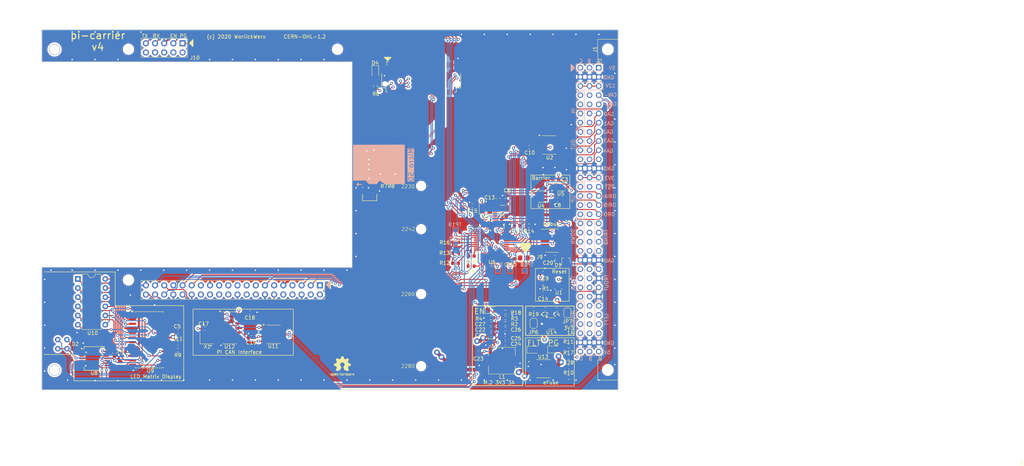
<source format=kicad_pcb>
(kicad_pcb (version 20240108) (generator "pcbnew") (generator_version "8.0")
  (title_block (title "Molliebus Pi Carrier") (date "2024-04-20") (rev "4") (company "WorlickWerx"))
  (layers (0 "F.Cu" signal) (1 "In1.Cu" power) (2 "In2.Cu" power) (31 "B.Cu" signal) (34 "B.Paste" user) (35 "F.Paste" user) (36 "B.SilkS" user "B.Silkscreen") (37 "F.SilkS" user "F.Silkscreen") (38 "B.Mask" user) (39 "F.Mask" user) (44 "Edge.Cuts" user))
  (net 0 "")
  (net 1 "GND")
  (net 2 "+3V3")
  (net 3 "/GA4")
  (net 4 "/GA3")
  (net 5 "/GA2")
  (net 6 "/GA1")
  (net 7 "/GA0")
  (net 8 "/SWO")
  (net 9 "/CANRX")
  (net 10 "/CANTX")
  (net 11 "/MOSI")
  (net 12 "/SCK")
  (net 13 "/NSS")
  (net 14 "/BUS_BATT+")
  (net 15 "+BATT")
  (net 16 "/PC14")
  (net 17 "/PC15")
  (net 18 "Net-(D2-A1)")
  (net 19 "Net-(D2-A2)")
  (net 20 "Net-(D2-K1)")
  (net 21 "/OR_INA")
  (net 22 "/OR_INB")
  (net 23 "/OR_OUT")
  (net 26 "Net-(D3-K)")
  (net 27 "unconnected-(J1-BUS12V-Pada3)")
  (net 29 "unconnected-(J1-BUS3V3-Pada13)")
  (net 43 "/SWCLK")
  (net 44 "/SWDIO")
  (net 52 "/~{RST}")
  (net 77 "/OSC_IN")
  (net 79 "/~{RESET}")
  (net 80 "/CAN+")
  (net 81 "/CAN-")
  (net 82 "/BOOT1")
  (net 83 "Net-(U6-BOOT0)")
  (net 85 "/~{PI_HALTED}")
  (net 86 "/PI_HALT")
  (net 91 "/PI_3V3")
  (net 97 "Net-(U9-ISET)")
  (net 98 "Net-(U6-PC13)")
  (net 99 "Net-(U12-OSC1)")
  (net 100 "Net-(U6-PB4)")
  (net 101 "Net-(U6-PA7)")
  (net 102 "Net-(U6-PA11)")
  (net 103 "Net-(U6-PA12)")
  (net 112 "Net-(U8-2Y)")
  (net 113 "/SDA")
  (net 114 "/SCL")
  (net 115 "/CONSOLE_RX")
  (net 116 "/CONSOLE_TX")
  (net 117 "/~{CAN_CS}")
  (net 118 "/BUS5V")
  (net 119 "/BARRIER_OUT")
  (net 120 "/BARRIER_IN")
  (net 121 "/~{CAN_INT}")
  (net 122 "/CAN_MISO")
  (net 123 "/CAN_MOSI")
  (net 124 "/CAN_SCLK")
  (net 125 "/RUN_PG")
  (net 126 "/GLOBAL_EN")
  (net 127 "Net-(U8-3Y)")
  (net 128 "/BUTTON1")
  (net 129 "Net-(U8-4Y)")
  (net 130 "Net-(U10-cr1)")
  (net 131 "Net-(U10-cr5)")
  (net 132 "Net-(U10-cr7)")
  (net 133 "Net-(U10-cr3)")
  (net 134 "Net-(U10-cr4)")
  (net 135 "Net-(U10-cr6)")
  (net 136 "Net-(U10-cr2)")
  (net 137 "Net-(U10-ac2)")
  (net 138 "Net-(U10-ac1)")
  (net 139 "Net-(U10-ac5)")
  (net 140 "Net-(U10-ac3)")
  (net 142 "Net-(U10-ac4)")
  (net 144 "Net-(U11-TXD)")
  (net 145 "Net-(U11-RXD)")
  (net 152 "Net-(U4-Pad6)")
  (net 153 "/BARRIER_EN")
  (net 157 "Net-(U6-PA6)")
  (net 173 "Net-(U7-BST)")
  (net 174 "Net-(U7-SW)")
  (net 175 "/M.2 Storage/M2_3V3")
  (net 176 "/M.2 Storage/ACTIVITY_LED")
  (net 177 "Net-(D4-A)")
  (net 203 "/M.2 Storage/PCIE_RX_P")
  (net 205 "/M.2 Storage/PCIE_RX_N")
  (net 208 "/M.2 Storage/PCIE_TX_P")
  (net 210 "/M.2 Storage/PCIE_TX_N")
  (net 211 "/M.2 Storage/PCIE_RST_B")
  (net 212 "/M.2 Storage/PCIE_CLKREQ_N")
  (net 213 "/M.2 Storage/PCIE_CLK_N")
  (net 214 "/M.2 Storage/PCIE_CLK_P")
  (net 220 "/M.2 Storage/PI_5V")
  (net 221 "/M.2 Storage/PCIE_PWR_EN")
  (net 222 "/M.2 Storage/PCIE_DET_WAKE")
  (net 223 "Net-(U7-FB)")
  (net 225 "/SAFE_5V")
  (net 226 "Net-(U13-CT)")
  (net 227 "Net-(U13-ISET)")
  (net 228 "Net-(D5-K)")
  (net 229 "Net-(D5-A)")
  (net 230 "Net-(D6-K)")
  (net 231 "Net-(D6-A)")
  (net 232 "Net-(D7-A)")
  (net 233 "Net-(JP6-B)")
  (net 234 "Net-(JP7-A)")
  (net 235 "Net-(U14-EN)")
  (footprint "Resistor_SMD:R_0603_1608Metric" (layer "F.Cu") (at 169.7986 109.8272)
    (property "Reference" "R12")
    (property "Value" "4.7K" (hide yes))
  )
  (footprint "Package_SO:SSOP-14_5.3x6.2mm_P0.65mm" (layer "F.Cu") (at 69.58 136.23)
    (property "Reference" "U8")
    (property "Value" "SN74AHCT125PWR" (hide yes))
  )
  (footprint "00_eurocard:SOT-753" (layer "F.Cu") (at 198.329 115.4 -90)
    (property "Reference" "U1")
    (property "Value" "74LVC1G07" (hide yes))
  )
  (footprint "Package_SO:SOIC-8_3.9x4.9mm_P1.27mm" (layer "F.Cu") (at 195.7974 77.0382)
    (property "Reference" "U2")
    (property "Value" "TCAN332DR" (hide yes))
  )
  (footprint "00_eurocard:LED_Dual_RG_discrete" (layer "F.Cu") (at 55.08 134.43 90)
    (property "Reference" "D2")
    (property "Value" "LED_Dual_AAKK" (hide yes))
  )
  (footprint "00_eurocard:DIP-12_W7.62mm_right_angle" (layer "F.Cu") (at 68.872 111.3715)
    (property "Reference" "U10")
    (property "Value" "Lite-on LTP747KR")
  )
  (footprint "Resistor_SMD:R_0603_1608Metric" (layer "F.Cu") (at 169.8748 106.957)
    (property "Reference" "R13")
    (property "Value" "4.7K" (hide yes))
  )
  (footprint "Capacitor_SMD:C_0603_1608Metric" (layer "F.Cu") (at 75.19 134.74 -90)
    (property "Reference" "C7")
    (property "Value" "100nF 16V" (hide yes))
  )
  (footprint "00_eurocard:DIN41612_C_3x32_Male_Horizontal_THT" (layer "F.Cu") (at 209.512 55.5982 -90)
    (property "Reference" "J1")
    (property "Value" "DIN41612_C96_male_ra_molliebus" (hide yes))
  )
  (footprint "Package_TO_SOT_SMD:SOT-323_SC-70" (layer "F.Cu") (at 200.421 109.109 90)
    (property "Reference" "D1")
    (property "Value" "BAT54CW" (hide yes))
  )
  (footprint "Capacitor_SMD:C_0603_1608Metric" (layer "F.Cu") (at 92.8116 128.778)
    (property "Reference" "C5")
    (property "Value" "100nF 16V" (hide yes))
  )
  (footprint "Resistor_SMD:R_0603_1608Metric" (layer "F.Cu") (at 174.143 110.64)
    (property "Reference" "R5")
    (property "Value" "10K" (hide yes))
  )
  (footprint "Capacitor_SMD:C_0603_1608Metric" (layer "F.Cu") (at 190.2206 77.6732 180)
    (property "Reference" "C10")
    (property "Value" "100nF 16V" (hide yes))
  )
  (footprint "Package_SO:SOIC-24W_7.5x15.4mm_P1.27mm" (layer "F.Cu") (at 84.88 131.055)
    (property "Reference" "U9")
    (property "Value" "MAX7219CWG" (hide yes))
  )
  (footprint "Capacitor_SMD:C_0603_1608Metric" (layer "F.Cu") (at 194.654 122.5828 180)
    (property "Reference" "C2")
    (property "Value" "1uF" (hide yes))
  )
  (footprint "Capacitor_SMD:C_0603_1608Metric" (layer "F.Cu") (at 92.8116 132.08 180)
    (property "Reference" "C11")
    (property "Value" "10uF 16V" (hide yes))
  )
  (footprint "Capacitor_SMD:C_0603_1608Metric" (layer "F.Cu") (at 194.054 118.21 180)
    (property "Reference" "C14")
    (property "Value" "100nF 16V" (hide yes))
  )
  (footprint "Capacitor_SMD:C_0603_1608Metric" (layer "F.Cu") (at 174.473 93.876 180)
    (property "Reference" "C15")
    (property "Value" "100nF 16V" (hide yes))
  )
  (footprint "Capacitor_SMD:C_0603_1608Metric" (layer "F.Cu") (at 174.193 107.846 180)
    (property "Reference" "C16")
    (property "Value" "100nF 16V" (hide yes))
  )
  (footprint "Resistor_SMD:R_0603_1608Metric" (layer "F.Cu") (at 194.094 115.35)
    (property "Reference" "R1")
    (property "Value" "10K" (hide yes))
  )
  (footprint "Resistor_SMD:R_0603_1608Metric" (layer "F.Cu") (at 190.208 99.464)
    (property "Reference" "R14")
    (property "Value" "100K" (hide yes))
  )
  (footprint "Resistor_SMD:R_0603_1608Metric" (layer "F.Cu") (at 169.888 104.036)
    (property "Reference" "R16")
    (property "Value" "100K" (hide yes))
  )
  (footprint "Package_QFP:LQFP-48_7x7mm_P0.5mm" (layer "F.Cu") (at 179.758 103.3725 -90)
    (property "Reference" "U6")
    (property "Value" "STM32F103C8T6" (hide yes))
  )
  (footprint "Resistor_SMD:R_0603_1608Metric" (layer "F.Cu") (at 185.3306 108.6104)
    (property "Reference" "R15")
    (property "Value" "1K" (hide yes))
  )
  (footprint "Capacitor_SMD:C_0603_1608Metric" (layer "F.Cu") (at 197.8804 122.6336 180)
    (property "Reference" "C4")
    (property "Value" "1uF" (hide yes))
  )
  (footprint "Capacitor_SMD:C_0603_1608Metric" (layer "F.Cu") (at 184.112 91.844 -90)
    (property "Reference" "C6")
    (property "Value" "8pf" (hide yes))
  )
  (footprint "Capacitor_SMD:C_0603_1608Metric" (layer "F.Cu") (at 112.789 123.444)
    (property "Reference" "C18")
    (property "Value" "100nF 16V" (hide yes))
  )
  (footprint "Package_SO:SOIC-8_3.9x4.9mm_P1.27mm" (layer "F.Cu") (at 119.315 129.54)
    (property "Reference" "U11")
    (property "Value" "TCAN332DR" (hide yes))
  )
  (footprint "Capacitor_SMD:C_0603_1608Metric" (layer "F.Cu") (at 100.33 128.016)
    (property "Reference" "C17")
    (property "Value" "100nF 16V" (hide yes))
  )
  (footprint "Package_SO:SOIC-14_3.9x8.7mm_P1.27mm" (layer "F.Cu") (at 107.2246 127.762)
    (property "Reference" "U12")
    (property "Value" "MCP2518FD" (hide yes))
  )
  (footprint "Connector_PinHeader_1.27mm:PinHeader_2x05_P1.27mm_Vertical_SMD" (layer "F.Cu") (at 196.5776 103.5534)
    (property "Reference" "J9")
    (property "Value" "Conn_02x05_Odd_Even" (hide yes))
  )
  (footprint "00_eurocard:Rasp_pi4_mounted" (layer "F.Cu") (at 55.61 110.48 90)
    (property "Reference" "J5" (hide yes))
    (property "Value" "Conn_02x20_raspberry_pi4B" (hide yes))
  )
  (footprint "Capacitor_SMD:C_0603_1608Metric" (layer "F.Cu") (at 113.157 130.429 180)
    (property "Reference" "C19")
    (property "Value" "100nF 16V" (hide yes))
  )
  (footprint "Oscillator:Oscillator_SMD_Abracon_ASE-4Pin_3.2x2.5mm" (layer "F.Cu") (at 100.8436 130.619)
    (property "Reference" "X1")
    (property "Value" "ASE-40.000MHz-LC" (hide yes))
  )
  (footprint "Capacitor_SMD:C_0603_1608Metric" (layer "F.Cu") (at 186.906 99.464)
    (property "Reference" "C12")
    (property "Value" "100nF 16V" (hide yes))
  )
  (footprint "Oscillator:Oscillator_SMD_Abracon_ASE-4Pin_3.2x2.5mm" (layer "F.Cu") (at 178.27 94.638)
    (property "Reference" "X2")
    (property "Value" "ASE-8.000MHz-LC" (hide yes))
  )
  (footprint "LED_SMD:LED_0805_2012Metric_Pad1.15x1.40mm_HandSolder" (layer "F.Cu") (at 188.7818 108.3564)
    (property "Reference" "D3")
    (property "Value" "LED_GREEN" (hide yes))
  )
  (footprint "00_eurocard:faceplate_pi4" (layer "F.Cu") (at 58.6106 50.5436)
    (property "Reference" "REF**" (hide yes))
    (property "Value" "faceplate_pi4" (hide yes))
  )
  (footprint "Resistor_SMD:R_0603_1608Metric" (layer "F.Cu") (at 179.578 124.968 180)
    (property "Reference" "R4")
    (property "Value" "100K" (hide yes))
  )
  (footprint "Capacitor_SMD:C_0603_1608Metric" (layer "F.Cu") (at 179.6239 126.5682)
    (property "Reference" "C27")
    (property "Value" "100nF" (hide yes))
  )
  (footprint "Jumper:SolderJumper-2_P1.3mm_Bridged_RoundedPad1.0x1.5mm" (layer "F.Cu") (at 200.8124 123.5964 90)
    (property "Reference" "JP7")
    (property "Value" "SolderJumper_2_Bridged" (hide yes))
  )
  (footprint "Capacitor_SMD:C_0603_1608Metric" (layer "F.Cu") (at 183.6117 132.0558 180)
    (property "Reference" "C24")
    (property "Value" "22uF" (hide yes))
  )
  (footprint "Capacitor_SMD:C_0603_1608Metric" (layer "F.Cu") (at 194.134 112.59)
    (property "Reference" "C9")
    (property "Value" "100nF 16V" (hide yes))
  )
  (footprint "Package_TO_SOT_SMD:SOT-563" (layer "F.Cu") (at 179.7519 131.7164)
    (property "Reference" "U7" (hide yes))
    (property "Value" "TPS563203" (hide yes))
  )
  (footprint "Package_TO_SOT_SMD:SOT-23-5" (layer "F.Cu") (at 196.4127 126.5276)
    (property "Reference" "U14")
    (property "Value" "TLV75733PDBV" (hide yes))
  )
  (footprint "Capacitor_SMD:C_0603_1608Metric" (layer "F.Cu") (at 181.572 91.844 -90)
    (property "Reference" "C13")
    (property "Value" "8pf" (hide yes))
  )
  (footprint "Resistor_SMD:R_0603_1608Metric" (layer "F.Cu") (at 147.574 60.7282 -90)
    (property "Reference" "R6")
    (property "Value" "220" (hide yes))
  )
  (footprint "Resistor_SMD:R_0603_1608Metric" (layer "F.Cu") (at 201.168 132.842)
    (property "Reference" "R11")
    (property "Value" "4.7K" (hide yes))
  )
  (footprint "LED_SMD:LED_0805_2012Metric_Pad1.15x1.40mm_HandSolder" (layer "F.Cu") (at 191.4652 133.8072)
    (property "Reference" "D6" (hide yes))
    (property "Value" "red" (hide yes))
  )
  (footprint "Inductor_SMD:L_7.3x7.3_H4.5" (layer "F.Cu") (at 182.6595 136.8552)
    (property "Reference" "L1")
    (property "Value" "4.7uH" (hide yes))
  )
  (footprint "Crystal:Crystal_SMD_3215-2Pin_3.2x1.5mm" (layer "F.Cu") (at 182.822 94.638 180)
    (property "Reference" "Y1")
    (property "Value" "ABS07-32.768KHZ-6-T" (hide yes))
  )
  (footprint "Resistor_SMD:R_0603_1608Metric" (layer "F.Cu") (at 150.1394 86.2198 90)
    (property "Reference" "R7")
    (property "Value" "6.8K" (hide yes))
  )
  (footprint "00_eurocard:Conn_TE-M.2-0.5-67P-doublesided_TypeM" (layer "F.Cu") (at 160.274 60.1472)
    (property "Reference" "J4")
    (property "Value" "Bus_M.2_Socket_M")
  )
  (footprint "Capacitor_SMD:C_0603_1608Metric" (layer "F.Cu") (at 183.6117 128.0668)
    (property "Reference" "C26")
    (property "Value" "10pF" (hide yes))
  )
  (footprint "Resistor_SMD:R_0603_1608Metric" (layer "F.Cu") (at 183.6369 123.3932)
    (property "Reference" "R18")
    (property "Value" "220" (hide yes))
  )
  (footprint "LED_SMD:LED_0805_2012Metric_Pad1.15x1.40mm_HandSolder" (layer "F.Cu") (at 197.2056 133.7564)
    (property "Reference" "D5" (hide yes))
    (property "Value" "green" (hide yes))
  )
  (footprint "Symbol:OSHW-Logo2_7.3x6mm_SilkScreen" (layer "F.Cu") (at 138.43 138.43)
    (property "Reference" "REF**" (hide yes))
    (property "Value" "OSHW-Logo2_7.3x6mm_SilkScreen" (hide yes))
  )
  (footprint "Resistor_SMD:R_0603_1608Metric" (layer "F.Cu") (at 201.168 135.89)
    (property "Reference" "R17")
    (property "Value" "4.7K" (hide yes))
  )
  (footprint "Capacitor_SMD:C_0603_1608Metric" (layer "F.Cu") (at 179.6239 128.0922)
    (property "Reference" "C22")
    (property "Value" "10uF" (hide yes))
  )
  (footprint "Capacitor_SMD:C_0603_1608Metric" (layer "F.Cu") (at 201.181 138.684 180)
    (property "Reference" "C28")
    (property "Value" "47nF" (hide yes))
  )
  (footprint "Resistor_SMD:R_0603_1608Metric" (layer "F.Cu") (at 183.5979 125.0188)
    (property "Reference" "R3")
    (property "Value" "30K" (hide yes))
  )
  (footprint "Capacitor_SMD:C_0603_1608Metric" (layer "F.Cu") (at 197.472 108.204)
    (property "Reference" "C20")
    (property "Value" "100nF 16V" (hide yes))
  )
  (footprint "00_eurocard:CONN_F31W-1A7H1-11016_AMP" (layer "F.Cu") (at 146 84.8144 90)
    (property "Reference" "J7" (hide yes))
    (property "Value" "Conn_01x16_MountingPin" (hide yes))
  )
  (footprint "Capacitor_SMD:C_0603_1608Metric" (layer "F.Cu") (at 176.6824 134.0612 90)
    (property "Reference" "C23")
    (property "Value" "100nF" (hide yes))
  )
  (footprint "Resistor_SMD:R_0603_1608Metric" (layer "F.Cu") (at 201.168 141.478 180)
    (property "Reference" "R10")
    (property "Value" "49.9K" (hide yes))
  )
  (footprint "Jumper:SolderJumper-2_P1.3mm_Bridged_RoundedPad1.0x1.5mm" (layer "F.Cu") (at 191.4652 126.5024 90)
    (property "Reference" "JP6")
    (property "Value" "SolderJumper_2_Bridged" (hide yes))
  )
  (footprint "Package_TO_SOT_SMD:SOT-23-6" (layer "F.Cu") (at 193.51 91.336)
    (property "Reference" "U4")
    (property "Value" "74LVC2G04" (hide yes))
  )
  (footprint "Resistor_SMD:R_0603_1608Metric" (layer "F.Cu") (at 183.5979 126.5682 180)
    (property "Reference" "R2")
    (property "Value" "135K" (hide yes))
  )
  (footprint "Package_SO:VSSOP-8_2.3x2mm_P0.5mm" (layer "F.Cu") (at 199.199 88.657)
    (property "Reference" "U5")
    (property "Value" "74LVC2G38" (hide yes))
  )
  (footprint "Capacitor_SMD:C_0603_1608Metric" (layer "F.Cu") (at 198.095 92.225 180)
    (property "Reference" "C8")
    (property "Value" "100nF 16V" (hide yes))
  )
  (footprint "Resistor_SMD:R_0603_1608Metric" (layer "F.Cu") (at 151.8158 86.2198 -90)
    (property "Reference" "R8")
    (property "Value" "3.6K" (hide yes))
  )
  (footprint "Resistor_SMD:R_0603_1608Metric" (layer "F.Cu") (at 191.4774 122.5804 180)
    (property "Reference" "R19")
    (property "Value" "100K" (hide yes))
  )
  (footprint "LED_SMD:LED_0805_2012Metric_Pad1.15x1.40mm_HandSolder" (layer "F.Cu") (at 147.574 56.8542 -90)
    (property "Reference" "D4")
    (property "Value" "LED" (hide yes))
  )
  (footprint "Capacitor_SMD:C_0603_1608Metric" (layer "F.Cu") (at 179.6239 129.6162)
    (property "Reference" "C21")
    (property "Value" "10uF" (hide yes))
  )
  (footprint "00_eurocard:VREG_LM5017MR_NOPB" (layer "F.Cu") (at 194.216 139.065)
    (property "Reference" "U13")
    (property "Value" "TPS2421-1DDAR" (hide yes))
  )
  (footprint "Connector_PinHeader_2.54mm:PinHeader_2x05_P2.54mm_Vertical" (layer "F.Cu") (at 94.105 48.83 -90)
    (property "Reference" "J10")
    (property "Value" "Conn_02x05_Odd_Even" (hide yes))
  )
  (footprint "Capacitor_SMD:C_0603_1608Metric" (layer "F.Cu") (at 197.599 86.51 180)
    (property "Reference" "C3")
    (property "Value" "100nF 16V" (hide yes))
  )
  (footprint "LED_SMD:LED_0805_2012Metric_Pad1.15x1.40mm_HandSolder" (layer "F.Cu") (at 179.832 122.809)
    (property "Reference" "D7" (hide yes))
    (property "Value" "LED" (hide yes))
  )
  (footprint "Capacitor_SMD:C_0603_1608Metric" (layer "F.Cu") (at 183.6129 130.5318 180)
    (property "Reference" "C25")
    (property "Value" "22uF" (hide yes))
  )
  (footprint "Resistor_SMD:R_0603_1608Metric" (layer "F.Cu") (at 92.7984 133.9088 180)
    (property "Reference" "R9")
    (property "Value" "10K" (hide yes))
  )
  (footprint "TestPoint:TestPoint_Pad_1.0x1.0mm" (layer "B.Cu") (at 181.572 111.91 180)
    (property "Reference" "TP21")
    (property "Value" "TestPoint" (hide yes))
  )
  (footprint "TestPoint:TestPoint_Pad_1.0x1.0mm" (layer "B.Cu") (at 169.8372 100.734 180)
    (property "Reference" "TP19")
    (property "Value" "TestPoint" (hide yes))
  )
  (footprint "TestPoint:TestPoint_Pad_1.0x1.0mm" (layer "B.Cu") (at 169.888 104.417 180)
    (property "Reference" "TP20")
    (property "Value" "TestPoint" (hide yes))
  )
  (footprint "TestPoint:TestPoint_Pad_1.0x1.0mm" (layer "B.Cu") (at 188.938 111.91 180)
    (property "Reference" "TP18")
    (property "Value" "TestPoint" (hide yes))
  )
  (footprint "TestPoint:TestPoint_Pad_1.0x1.0mm" (layer "B.Cu") (at 185.001 111.91 180)
    (property "Reference" "TP22")
    (property "Value" "TestPoint" (hide yes))
  )
  (gr_rect (start 203.2762 54.5338) (end 210.7438 56.6928) (stroke (width 0.15)) (fill none) (layer "B.SilkS"))
  (gr_rect (start 203.2762 85.0011) (end 210.7438 87.1601) (stroke (width 0.15)) (fill none) (layer "B.SilkS"))
  (gr_rect (start 208.4578 110.363) (end 210.6422 120.2055) (stroke (width 0.15)) (fill none) (layer "B.SilkS"))
  (gr_rect (start 203.327 120.5484) (end 205.5114 130.3909) (stroke (width 0.15)) (fill none) (layer "B.SilkS"))
  (gr_rect (start 203.327 87.503) (end 205.5114 97.3455) (stroke (width 0.15)) (fill none) (layer "B.SilkS"))
  (gr_rect (start 203.3016 133.2738) (end 210.7692 135.4328) (stroke (width 0.15)) (fill none) (layer "B.SilkS"))
  (gr_poly (pts (xy 202.8444 55.6514) (xy 201.8284 56.6674) (xy 201.8284 54.6862) (xy 201.8792 54.6354) (xy 202.8444 55.6006)) (stroke (width 0.15)) (fill solid) (layer "B.SilkS"))
  (gr_rect (start 203.2762 97.6884) (end 205.4606 107.5309) (stroke (width 0.15)) (fill none) (layer "B.SilkS"))
  (gr_rect (start 203.3524 110.3376) (end 205.5368 120.1801) (stroke (width 0.15)) (fill none) (layer "B.SilkS"))
  (gr_rect (start 203.3778 62.1538) (end 205.5622 71.9963) (stroke (width 0.15)) (fill none) (layer "B.SilkS"))
  (gr_rect (start 208.4578 120.5484) (end 210.6422 130.3909) (stroke (width 0.15)) (fill none) (layer "B.SilkS"))
  (gr_rect (start 203.2508 59.6011) (end 210.7184 61.7601) (stroke (width 0.15)) (fill none) (layer "B.SilkS"))
  (gr_rect (start 208.4578 97.663) (end 210.6422 107.5055) (stroke (width 0.15)) (fill none) (layer "B.SilkS"))
  (gr_poly (pts (xy 133.985 115.7478) (xy 135.001 114.7318) (xy 135.001 116.713) (xy 134.9502 116.7638) (xy 133.985 115.7986)) (stroke (width 0.15)) (fill solid) (layer "B.SilkS"))
  (gr_rect (start 203.3016 72.3519) (end 205.486 82.1944) (stroke (width 0.15)) (fill none) (layer "B.SilkS"))
  (gr_poly (pts (xy 150.9776 53.6956) (xy 149.9616 52.6796) (xy 151.9428 52.6796) (xy 151.9936 52.7304) (xy 151.0284 53.6956)) (stroke (width 0.15)) (fill solid) (layer "F.SilkS"))
  (gr_rect (start 189.23 130.5052) (end 202.7428 143.8656) (stroke (width 0.15)) (fill none) (layer "F.SilkS"))
  (gr_line (start 75.44 121.58) (end 75.44 112.27) (stroke (width 0.15)) (layer "F.SilkS"))
  (gr_rect (start 97.028 122.555) (end 124.818 135.347) (stroke (width 0.15)) (fill none) (layer "F.SilkS"))
  (gr_line (start 94.4372 142.45) (end 94.4372 121.58) (stroke (width 0.15)) (layer "F.SilkS"))
  (gr_rect (start 191.969 111.24) (end 201.319 120.3682) (stroke (width 0.15)) (fill none) (layer "F.SilkS"))
  (gr_poly (pts (xy 148.463 80.8228) (xy 149.479 79.8068) (xy 149.479 81.788) (xy 149.4282 81.8388) (xy 148.463 80.8736)) (stroke (width 0.15)) (fill solid) (layer "F.SilkS"))
  (gr_rect (start 174.498 121.6406) (end 188.468 143.764) (stroke (width 0.2)) (fill none) (layer "F.SilkS"))
  (gr_line (start 94.0816 142.45) (end 64.01 142.45) (stroke (width 0.15)) (layer "F.SilkS"))
  (gr_line (start 94.0816 142.45) (end 94.4372 142.45) (stroke (width 0.15)) (layer "F.SilkS"))
  (gr_poly (pts (xy 96.012 48.768) (xy 97.028 47.752) (xy 97.028 49.7332) (xy 96.9772 49.784) (xy 96.012 48.8188)) (stroke (width 0.15)) (fill solid) (layer "F.SilkS"))
  (gr_line (start 64.01 135.14) (end 55.68 135.13) (stroke (width 0.15)) (layer "F.SilkS"))
  (gr_poly (pts (xy 134.1628 115.9256) (xy 135.1788 114.9096) (xy 135.1788 116.8908) (xy 135.128 116.9416) (xy 134.1628 115.9764)) (stroke (width 0.15)) (fill solid) (layer "F.SilkS"))
  (gr_line (start 94.0816 121.58) (end 94.4372 121.58) (stroke (width 0.15)) (layer "F.SilkS"))
  (gr_rect (start 189.2554 121.7168) (end 202.692 129.8448) (stroke (width 0.2)) (fill none) (layer "F.SilkS"))
  (gr_line (start 75.45 121.58) (end 94.0816 121.58) (stroke (width 0.15)) (layer "F.SilkS"))
  (gr_line (start 64.01 142.45) (end 64.01 135.14) (stroke (width 0.15)) (layer "F.SilkS"))
  (gr_line (start 75.455 112.255) (end 55.78 112.23) (stroke (width 0.15)) (layer "F.SilkS"))
  (gr_rect (start 190.716 85.367) (end 201.511 94.6634) (stroke (width 0.15)) (fill none) (layer "F.SilkS"))
  (gr_line (start 55.075 45.075) (end 55.075 53.97) (stroke (width 0.15)) (layer "Edge.Cuts"))
  (gr_line (start 55.075 144.925) (end 55.075 110.95) (stroke (width 0.15)) (layer "Edge.Cuts"))
  (gr_line (start 214.925 45.075) (end 55.075 45.075) (stroke (width 0.15)) (layer "Edge.Cuts"))
  (gr_line (start 141.11 54) (end 141.11 110.99) (stroke (width 0.15)) (layer "Edge.Cuts"))
  (gr_line (start 141.11 110.99) (end 55.075 110.95) (stroke (width 0.15)) (layer "Edge.Cuts"))
  (gr_line (start 55.075 53.97) (end 141.11 54) (stroke (width 0.15)) (layer "Edge.Cuts"))
  (gr_line (start 55.075 144.925) (end 214.925 144.925) (stroke (width 0.15)) (layer "Edge.Cuts"))
  (gr_line (start 214.925 144.925) (end 214.925 45.075) (stroke (width 0.15)) (layer "Edge.Cuts"))
  (gr_text "GND" (at 212.306 109.116 0) (layer "B.SilkS") (effects (font (size 1 1)) (justify mirror)))
  (gr_text "GA0" (at 212.306 68.476 0) (layer "B.SilkS") (effects (font (size 1 1)) (justify mirror)))
  (gr_text "GND" (at 212.306 58.316 0) (layer "B.SilkS") (effects (font (size 1 1)) (justify mirror)))
  (gr_text "3V3" (at 212.5472 86.233 0) (layer "B.SilkS") (effects (font (size 1 1)) (justify mirror)))
  (gr_text "ORIB" (at 212.6488 93.7006 0) (layer "B.SilkS") (effects (font (size 1 1)) (justify mirror)))
  (gr_text "DOWN" (at 202.3872 102.4128 90) (layer "B.SilkS") (effects (font (size 1 1)) (justify mirror)))
  (gr_text "LEFT\n" (at 211.6328 125.4506 90) (layer "B.SilkS") (effects (font (size 1 1)) (justify mirror)))
  (gr_text "C" (at 204.686 136.294 0) (layer "B.SilkS") (effects (font (size 1 1)) (justify mirror)))
  (gr_text "IN" (at 202.438 67.5386 90) (layer "B.SilkS") (effects (font (size 1 1)) (justify mirror)))
  (gr_text "GA1" (at 212.2552 71.0668 0) (layer "B.SilkS") (effects (font (size 1 1)) (justify mirror)))
  (gr_text "GA3\n" (at 212.2552 75.842 0) (layer "B.SilkS") (effects (font (size 1 1)) (justify mirror)))
  (gr_text "CAN-" (at 212.814 63.142 0) (layer "B.SilkS") (effects (font (size 1 0.8)) (justify mirror)))
  (gr_text "TRINB" (at 211.5566 102.5906 90) (layer "B.SilkS") (effects (font (size 1 1)) (justify mirror)))
  (gr_text "ORO" (at 212.471 96.266 0) (layer "B.SilkS") (effects (font (size 1 1)) (justify mirror)))
  (gr_text "A" (at 209.423 53.6956 0) (layer "B.SilkS") (effects (font (size 1 1)) (justify mirror)))
  (gr_text "CAN+" (at 212.814 65.682 0) (layer "B.SilkS") (effects (font (size 1 0.8)) (justify mirror)))
  (gr_text "RIGHT\n" (at 202.4888 125.1458 90) (layer "B.SilkS") (effects (font (size 1 1)) (justify mirror)))
  (gr_text "ORIA" (at 212.725 91.2622 0) (layer "B.SilkS") (effects (font (size 1 1)) (justify mirror)))
  (gr_text "GA4\n" (at 212.1536 78.6868 0) (layer "B.SilkS") (effects (font (size 1 1)) (justify mirror)))
  (gr_text "A" (at 209.766 136.294 0) (layer "B.SilkS") (effects (font (size 1 1)) (justify mirror)))
  (gr_text "GND" (at 212.306 131.976 0) (layer "B.SilkS") (effects (font (size 1 1)) (justify mirror)))
  (gr_text "~{RST}" (at 212.56 88.796 0) (layer "B.SilkS") (effects (font (size 1 1)) (justify mirror)))
  (gr_text "5V" (at 211.798 134.516 0) (layer "B.SilkS") (effects (font (size 1 1)) (justify mirror)))
  (gr_text "12V" (at 212.7758 60.579 0) (layer "B.SilkS") (effects (font (size 1 1)) (justify mirror)))
  (gr_text "GND" (at 212.344 83.5914 0) (layer "B.SilkS") (effects (font (size 1 1)) (justify mirror)))
  (gr_text "5V" (at 213.2458 55.6744 0) (layer "B.SilkS") (effects (font (size 1 1)) (justify mirror)))
  (gr_text "OUT" (at 202.4126 76.9874 90) (layer "B.SilkS") (effects (font (size 1 1)) (justify mirror)))
  (gr_text "TROUT" (at 211.6836 115.2144 90) (layer "B.SilkS") (effects (font (size 1 1)) (justify mirror)))
  (gr_text "TRINA" (at 202.4888 115.316 90) (layer "B.SilkS") (effects (font (size 1 1)) (justify mirror)))
  (gr_text "C" (at 204.6352 53.7186 0) (layer "B.SilkS") (effects (font (size 1 1)) (justify mirror)))
  (gr_text "UP" (at 202.438 91.9988 90) (layer "B.SilkS") (effects (font (size 1 1)) (justify mirror)))
  (gr_text "B" (at 206.883 53.7464 0) (layer "B.SilkS") (effects (font (size 1 1)) (justify mirror)))
  (gr_text "B" (at 207.226 136.294 0) (layer "B.SilkS") (effects (font (size 1 1)) (justify mirror)))
  (gr_text "GA2" (at 212.1536 73.4036 0) (layer "B.SilkS") (effects (font (size 1 1)) (justify mirror)))
  (gr_text "1" (at 326.86 165.25 0) (layer "F.SilkS") (effects (font (size 1 1))))
  (gr_text "(c) 2020 WorlickWerx" (at 109 47 0) (layer "F.SilkS") (effects (font (size 1 1))))
  (gr_text "3V3" (at 199.7456 128.3716 0) (layer "F.SilkS") (effects (font (size 1 1)) (justify left bottom)))
  (gr_text "EN" (at 174.879 124.079 0) (layer "F.SilkS") (effects (font (size 1.5 1.5) (thickness 0.1875)) (justify left bottom)))
  (gr_text "♥" (at 187.3504 107.5944 0) (layer "F.SilkS") (effects (font (size 3 3) (thickness 0.3) (bold yes)) (justify left bottom)))
  (gr_text "Barrier" (at 193.5226 86.1822 0) (layer "F.SilkS") (effects (font (size 1 1))))
  (gr_text "CERN-OHL-1.2" (at 128 47 0) (layer "F.SilkS") (effects (font (size 1 1))))
  (gr_text "EN" (at 90.551 47.371 0) (layer "F.SilkS") (effects (font (size 1 1)) (justify left bottom)))
  (gr_text "RX" (at 85.725 47.371 0) (layer "F.SilkS") (effects (font (size 1 1)) (justify left bottom)))
  (gr_text "LED Matrix Display" (at 86.7156 141.2748 0) (layer "F.SilkS") (effects (font (size 1 1))))
  (gr_text "PG" (at 93.218 47.371 0) (layer "F.SilkS") (effects (font (size 1 1)) (justify left bottom)))
  (gr_text "pi-carrier\nv4" (at 70.612 48.26 0) (layer "F.SilkS") (effects (font (size 2 2) (thickness 0.3))))
  (gr_text "Pi CAN Interface" (at 109.855 134.493 0) (layer "F.SilkS") (effects (font (size 1 1))))
  (gr_text "TX" (at 82.677 47.371 0) (layer "F.SilkS") (effects (font (size 1 1)) (justify left bottom)))
  (gr_text "1A" (at 200.66 129.6924 0) (layer "F.SilkS") (effects (font (size 1 1)) (justify left bottom)))
  (gr_text "PG" (at 195.3456 132.7964 0) (layer "F.SilkS") (effects (font (size 1.5 1.5) (thickness 0.1875)) (justify left bottom)))
  (gr_text "Debug" (at 196.431 98.9306 0) (layer "F.SilkS") (effects (font (size 1 1))))
  (gr_text "M.2 3V3 3A" (at 177.419 143.51 0) (layer "F.SilkS") (effects (font (size 1 1)) (justify left bottom)))
  (gr_text "eFuse" (at 194.0052 143.51 0) (layer "F.SilkS") (effects (font (size 1 1)) (justify left bottom)))
  (gr_text "FLT" (at 189.6052 132.8472 0) (layer "F.SilkS") (effects (font (size 1.5 1.5) (thickness 0.1875)) (justify left bottom)))
  (gr_text "Reset" (at 198.5772 112.1664 0) (layer "F.SilkS") (effects (font (size 1 1))))
  (segment (start 66.98 136.23) (end 67.38 135.83) (width 0.25) (layer "F.Cu") (net 1))
  (segment (start 173.698 92.9512) (end 173.736 92.9132) (width 0.25) (layer "F.Cu") (net 1))
  (segment (start 170.624 55.6472) (end 170.624 53.1744) (width 0.5) (layer "F.Cu") (net 1))
  (segment (start 191.516 138.43) (end 189.992 138.43) (width 0.25) (layer "F.Cu") (net 1))
  (segment (start 104.7496 132.5626) (end 104.775 132.588) (width 0.25) (layer "F.Cu") (net 1))
  (segment (start 197.32 92.225) (end 197.32 93.434) (width 0.25) (layer "F.Cu") (net 1))
  (segment (start 195.2752 126.5276) (end 193.868 126.5276) (width 0.5) (layer "F.Cu") (net 1))
  (segment (start 179.0019 132.2164) (end 178.5272 132.2164) (width 0.3) (layer "F.Cu") (net 1))
  (segment (start 196.5174 102.2834) (end 196.596 102.362) (width 0.25) (layer "F.Cu") (net 1))
  (segment (start 73.03 134.93) (end 72.061262 134.93) (width 0.25) (layer "F.Cu") (net 1))
  (segment (start 169.024 54.8722) (end 169.024 55.994) (width 0.25) (layer "F.Cu") (net 1))
  (segment (start 164.973 56.261) (end 163.576 56.261) (width 0.25) (layer "F.Cu") (net 1))
  (segment (start 182.8446 91.069) (end 182.8546 91.059) (width 0.25) (layer "F.Cu") (net 1))
  (segment (start 163.524 54.8722) (end 163.524 55.805) (width 0.25) (layer "F.Cu") (net 1))
  (segment (start 80.23 127.88) (end 81.398 127.88) (width 0.25) (layer "F.Cu") (net 1))
  (segment (start 196.836 89.407) (end 196.558 89.685) (width 0.25) (layer "F.Cu") (net 1))
  (segment (start 113.564 123.444) (end 114.808 123.444) (width 0.25) (layer "F.Cu") (net 1))
  (segment (start 175.5955 105.6225) (end 176.364763 105.6225) (width 0.25) (layer "F.Cu") (net 1))
  (segment (start 153.024 54.8722) (end 153.035 56.388) (width 0.25) (layer "F.Cu") (net 1))
  (segment (start 89.025 48.83) (end 90.103 47.752) (width 0.5) (layer "F.Cu") (net 1))
  (segment (start 101.105 127.902) (end 99.949 126.746) (width 0.25) (layer "F.Cu") (net 1))
  (segment (start 67.38 135.605) (end 67.38 134.53) (width 0.25) (layer "F.Cu") (net 1))
  (segment (start 104.7496 131.572) (end 104.7496 132.5626) (width 0.25) (layer "F.Cu") (net 1))
  (segment (start 81.398 127.88) (end 81.788 128.27) (width 0.25) (layer "F.Cu") (net 1))
  (segment (start 80.198 134.262) (end 80.23 134.23) (width 0.25) (layer "F.Cu") (net 1))
  (segment (start 160.524 54.8722) (end 160.524 55.876) (width 0.25) (layer "F.Cu") (net 1))
  (segment (start 191.112 91.336) (end 191.008 91.44) (width 0.25) (layer "F.Cu") (net 1))
  (segment (start 163.524 55.805) (end 163.576 56.261) (width 0.25) (layer "F.Cu") (net 1))
  (segment (start 151.524 54.8722) (end 151.524 56.388) (width 0.25) (layer "F.Cu") (net 1))
  (segment (start 195.4046 103.5534) (end 196.596 102.362) (width 0.25) (layer "F.Cu") (net 1))
  (segment (start 160.524 55.876) (end 160.528 56.388) (width 0.25) (layer "F.Cu") (net 1))
  (segment (start 178.5272 132.2164) (end 178.2064 132.5372) (width 0.3) (layer "F.Cu") (net 1))
  (segment (start 149.924 55.6472) (end 149.924 57.6204) (width 0.5) (layer "F.Cu") (net 1))
  (segment (start 112.382 130.429) (end 112.382 129.299) (width 0.25) (layer "F.Cu") (net 1))
  (segment (start 179.283 95.463) (end 178.308 94.488) (width 0.25) (layer "F.Cu") (net 1))
  (segment (start 75.19 135.515) (end 76.321 135.515) (width 0.25) (layer "F.Cu") (net 1))
  (segment (start 182.8646 91.069) (end 182.8546 91.059) (width 0.25) (layer "F.Cu") (net 1))
  (segment (start 144.4085 79.8144) (end 144.4085 79.3655) (width 0.25) (layer "F.Cu") (net 1))
  (segment (start 64.879 138.179) (end 64.8336 138.2244) (width 0.5) (layer "F.Cu") (net 1))
  (segment (start 197.1054 123.6994) (end 197.1548 123.7488) (width 0.25) (layer "F.Cu") (net 1))
  (segment (start 169.524 54.8722) (end 169.524 53.488) (width 0.25) (layer "F.Cu") (net 1))
  (segment (start 193.868 126.5276) (end 193.7512 126.6444) (width 0.5) (layer "F.Cu") (net 1))
  (segment (start 184.8185 125.0188) (end 185.5551 124.2822) (width 0.25) (layer "F.Cu") (net 1))
  (segment (start 194.6276 107.5564) (end 194.6656 107.5944) (width 0.25) (layer "F.Cu") (net 1))
  (segment (start 168.524 54.8722) (end 168.524 56.388) (width 0.25) (layer "F.Cu") (net 1))
  (segment (start 196.979 116.584) (end 196.215 117.348) (width 0.25) (layer "F.Cu") (net 1))
  (segment (start 151.024 54.8722) (end 151.024 56.388) (width 0.25) (layer "F.Cu") (net 1))
  (segment (start 170.624 53.1744) (end 170.4848 53.0352) (width 0.5) (layer "F.Cu") (net 1))
  (segment (start 191.033 99.464) (end 191.4422 99.464) (width 0.25) (layer "F.Cu") (net 1))
  (segment (start 159.024 54.8722) (end 159.004 56.388) (width 0.25) (layer "F.Cu") (net 1))
  (segment (start 169.024 54.8722) (end 169.024 53.48) (width 0.25) (layer "F.Cu") (net 1))
  (segment (start 67.38 135.83) (end 67.38 135.605) (width 0.25) (layer "F.Cu") (net 1))
  (segment (start 67.38 135.355) (end 66.955 134.93) (width 0.25) (layer "F.Cu") (net 1))
  (segment (start 67.38 135.605) (end 67.38 135.355) (width 0.25) (layer "F.Cu") (net 1))
  (segment (start 182.008 106.786304) (end 181.459197 106.237501) (width 0.25) (layer "F.Cu") (net 1))
  (segment (start 147.208499 89.8144) (end 148.6916 89.8144) (width 0.25) (layer "F.Cu") (net 1))
  (segment (start 176.364763 105.6225) (end 176.831263 105.156) (width 0.25) (layer "F.Cu") (net 1))
  (segment (start 190.212 98.643) (end 191.033 99.464) (width 0.25) (layer "F.Cu") (net 1))
  (segment (start 182.008 107.535) (end 182.008 106.786304) (width 0.25) (layer "F.Cu") (net 1))
  (segment (start 194.909 112.59) (end 194.909 111.47) (width 0.25) (layer "F.Cu") (net 1))
  (segment (start 169.524 54.8722) (end 169.524 56.388) (width 0.25) (layer "F.Cu") (net 1))
  (segment (start 182.8367 132.0558) (end 182.8367 133.3748) (width 0.5) (layer "F.Cu") (net 1))
  (segment (start 197.649 89.407) (end 196.836 89.407) (width 0.25) (layer "F.Cu") (net 1))
  (segment (start 192.3725 91.336) (end 191.112 91.336) (width 0.25) (layer "F.Cu") (net 1))
  (segment (start 66.13 138.18) (end 66.129 138.179) (width 0.5) (layer "F.Cu") (net 1))
  (segment (start 72.061262 134.93) (end 71.872631 135.118631) (width 0.25) (layer "F.Cu") (net 1))
  (segment (start 144.4085 79.3655) (end 145.161 78.613) (width 0.25) (layer "F.Cu") (net 1))
  (segment (start 178.753 124.968) (end 177.673 124.968) (width 0.25) (layer "F.Cu") (net 1))
  (segment (start 101.8936 132.6276) (end 101.981 132.715) (width 0.25) (layer "F.Cu") (net 1))
  (segment (start 144.4085 89.8144) (end 144.7546 89.8144) (width 0.25) (layer "F.Cu") (net 1))
  (segment (start 176.831263 105.156) (end 177.038 105.156) (width 0.25) (layer "F.Cu") (net 1))
  (segment (start 179.32 95.463) (end 179.283 95.463) (width 0.25) (layer "F.Cu") (net 1))
  (segment (start 165.024 55.677) (end 164.973 56.261) (width 0.25) (layer "F.Cu") (net 1))
  (segment (start 182.594603 101.93128) (end 182.594603 101.646626) (width 0.25) (layer "F.Cu") (net 1))
  (segment (start 149.2758 85.3948) (end 148.971 85.09) (width 0.25) (layer "F.Cu") (net 1))
  (segment (start 193.879 122.5828) (end 193.879 123.8242) (width 0.25) (layer "F.Cu") (net 1))
  (segment (start 123.317 114.688) (end 123.317 114.681) (width 0.5) (layer "F.Cu") (net 1))
  (segment (start 74.133 136.88) (end 74.168 136.915) (width 0.25) (layer "F.Cu") (net 1))
  (segment (start 151.524 56.388) (end 151.511 56.007) (width 0.25) (layer "F.Cu") (net 1))
  (segment (start 185.145 98.665) (end 184.78 99.03) (width 0.25) (layer "F.Cu") (net 1))
  (segment (start 144.4085 82.0644) (end 145.455999 82.0644) (width 0.2) (layer "F.Cu") (net 1))
  (segment (start 196.979 116.35) (end 196.979 116.584) (width 0.25) (layer "F.Cu") (net 1))
  (segment (start 191.516 141.224) (end 190.5 142.24) (width 0.25) (layer "F.Cu") (net 1))
  (segment (start 149.924 57.6204) (end 150.114 57.8104) (width 0.5) (layer "F.Cu") (net 1))
  (segment (start 178.308 94.488) (end 178.308 92.71) (width 0.25) (layer "F.Cu") (net 1))
  (segment (start 144.4085 85.0644) (end 148.9454 85.0644) (width 0.2) (layer "F.Cu") (net 1))
  (segment (start 173.418 107.846) (end 173.418 106.744) (width 0.25) (layer "F.Cu") (net 1))
  (segment (start 187.681 99.464) (end 186.882 98.665) (width 0.25) (layer "F.Cu") (net 1))
  (segment (start 193.9696 126.5276) (end 193.8528 126.6444) (width 0.5) (layer "F.Cu") (net 1))
  (segment (start 76.321 135.515) (end 76.454 135.382) (width 0.25) (layer "F.Cu") (net 1))
  (segment (start 182.8379 130.0901) (end 183.515 129.413) (width 0.5) (layer "F.Cu") (net 1))
  (segment (start 179.008 100.283) (end 179.48 100.755) (width 0.25) (layer "F.Cu") (net 1))
  (segment (start 162.024 55.852) (end 162.052 56.388) (width 0.25) (layer "F.Cu") (net 1))
  (segment (start 169.063 105.511) (end 169.037 105.537) (width 0.25) (layer "F.Cu") (net 1))
  (segment (start 196.697 108.204) (end 196.697 108.686) (width 0.25) (layer "F.Cu") (net 1))
  (segment (start 162.024 54.8722) (end 162.024 55.852) (width 0.25) (layer "F.Cu") (net 1))
  (segment (start 181.572 91.069) (end 182.8446 91.069) (width 0.25) (layer "F.Cu") (net 1))
  (segment (start 180.3989 129.6162) (end 180.7718 129.6162) (width 0.25) (layer "F.Cu") (net 1))
  (segment (start 147.208499 86.564399) (end 146.000399 86.564399) (width 0.2) (layer "F.Cu") (net 1))
  (segment (start 146.0516 83.5644) (end 145.796 83.82) (width 0.2) (layer "F.Cu") (net 1))
  (segment (start 147.208499 79.8144) (end 147.208499 78.501499) (width 0.25) (layer "F.Cu") (net 1))
  (segment (start 148.9454 85.0644) (end 148.971 85.09) (width 0.2) (layer "F.Cu") (net 1))
  (segment (start 197.1054 122.6336) (end 197.1054 123.6994) (width 0.25) (layer "F.Cu") (net 1))
  (segment (start 66.955 134.93) (end 66.13 134.93) (width 0.25) (layer "F.Cu") (net 1))
  (segment (start 182.8361 132.0558) (end 182.8367 132.0558) (width 0.5) (layer "F.Cu") (net 1))
  (segment (start 154.524 54.8722) (end 154.559 56.388) (width 0.25) (layer "F.Cu") (net 1))
  (segment (start 173.418 106.744) (end 173.482 106.68) (width 0.25) (layer "F.Cu") (net 1))
  (segment (start 187.681 99.464) (end 188.502 98.643) (width 0.25) (layer "F.Cu") (net 1))
  (segment (start 182.594603 101.646626) (end 183.118729 101.1225) (width 0.25) (layer "F.Cu") (net 1))
  (segment (start 194.6276 102.2834) (end 196.5174 102.2834) (width 0.25) (layer "F.Cu") (net 1))
  (segment (start 194.909 111.47) (end 194.691 111.252) (width 0.25) (layer "F.Cu") (net 1))
  (segment (start 66.129 138.179) (end 64.879 138.179) (width 0.5) (layer "F.Cu") (net 1))
  (segment (start 191.516 140.97) (end 191.516 141.224) (width 0.25) (layer "F.Cu") (net 1))
  (segment (start 101.8936 131.444) (end 101.8936 132.6276) (width 0.25) (layer "F.Cu") (net 1))
  (segment (start 122.045 115.96) (end 123.317 114.688) (width 0.5) (layer "F.Cu") (net 1))
  (segment (start 73.03 136.88) (end 74.133 136.88) (width 0.25) (layer "F.Cu") (net 1))
  (segment (start 194.6276 103.5534) (end 195.4046 103.5534) (width 0.25) (layer "F.Cu") (net 1))
  (segment (start 179.008 99.21) (end 179.008 100.283) (width 0.25) (layer "F.Cu") (net 1))
  (segment (start 197.32 93.434) (end 197.358 93.472) (width 0.25) (layer "F.Cu") (net 1))
  (segment (start 193.279 118.21) (end 193.279 116.9566) (width 0.25) (layer "F.Cu") (net 1))
  (segment (start 67.2065 138.18) (end 67.28 138.2535) (width 0.25) (layer "F.Cu") (net 1))
  (segment (start 78.829 134.262) (end 80.198 134.262) (width 0.25) (layer "F.Cu") (net 1))
  (segment (start 67.13 134.28) (end 67.38 134.53) (width 0.25) (layer "F.Cu") (net 1))
  (segment (start 145.455999 82.0644) (end 145.796 82.404401) (width 0.2) (layer "F.Cu") (net 1))
  (segment (start 193.879 123.8242) (end 193.6496 124.0536) (width 0.25) (layer "F.Cu") (net 1))
  (segment (start 146.000399 86.564399) (end 145.796 86.36) (width 0.2) (layer "F.Cu") (net 1))
  (segment (start 147.208499 83.5644) (end 146.0516 83.5644) (width 0.2) (layer "F.Cu") (net 1))
  (segment (start 156.024 54.8722) (end 156.024 55.821) (width 0.25) (layer "F.Cu") (net 1))
  (segment (start 156.024 55.821) (end 156.083 56.388) (width 0.25) (layer "F.Cu") (net 1))
  (segment (start 180.7718 129.6162) (end 181.61 128.778) (width 0.25) (layer "F.Cu") (net 1))
  (segment (start 66.779 136.23) (end 66.13 136.23) (width 0.25) (layer "F.Cu") (net 1))
  (segment (start 66.13 134.28) (end 67.13 134.28) (width 0.25) (layer "F.Cu") (net 1))
  (segment (start 116.84 128.905) (end 115.189 128.905) (width 0.25) (layer "F.Cu") (net 1))
  (segment (start 66.13 138.18) (end 67.2065 138.18) (width 0.25) (layer "F.Cu") (net 1))
  (segment (start 188.502 98.643) (end 190.212 98.643) (width 0.25) (layer "F.Cu") (net 1))
  (segment (start 186.882 98.665) (end 185.145 98.665) (width 0.25) (layer "F.Cu") (net 1))
  (segment (start 169.024 55.994) (end 169.037 56.388) (width 0.25) (layer "F.Cu") (net 1))
  (segment (start 184.4229 125.0188) (end 184.8185 125.0188) (width 0.25) (layer "F.Cu") (net 1))
  (segment (start 196.697 108.686) (end 197.231 109.22) (width 0.25) (layer "F.Cu") (net 1))
  (segment (start 150.1394 85.3948) (end 149.2758 85.3948) (width 0.25) (layer "F.Cu") (net 1))
  (segment (start 66.13 136.23) (end 66.98 136.23) (width 0.25) (layer "F.Cu") (net 1))
  (segment (start 168.524 54.8722) (end 168.524 53.472) (width 0.25) (layer "F.Cu") (net 1))
  (segment (start 144.7546 89.8144) (end 145.669 88.9) (width 0.25) (layer "F.Cu") (net 1))
  (segment (start 181.459197 106.237501) (end 180.946264 106.237501) (width 0.25) (layer "F.Cu") (net 1))
  (segment (start 73.969579 136.88) (end 74.004579 136.915) (width 0.25) (layer "F.Cu") (net 1))
  (segment (start 191.4422 99.464) (end 191.8716 99.0346) (width 0.25) (layer "F.Cu") (net 1))
  (segment (start 183.118729 101.1225) (end 183.9205 101.1225) (width 0.25) (layer "F.Cu") (net 1))
  (segment (start 173.698 93.876) (end 173.698 92.9512) (width 0.25) (layer "F.Cu") (net 1))
  (segment (start 148.6916 89.8144) (end 148.717 89.789) (width 0.25) (layer "F.Cu") (net 1))
  (segment (start 182.8361 132.0558) (end 181.7197 133.1722) (width 0.5) (layer "F.Cu") (net 1))
  (segment (start 169.063 104.036) (end 169.063 105.511) (width 0.25) (layer "F.Cu") (net 1))
  (segment (start 165.024 54.8722) (end 165.024 55.677) (width 0.25) (layer "F.Cu") (net 1))
  (segment (start 101.105 128.016) (end 101.105 127.902) (width 0.25) (layer "F.Cu") (net 1))
  (segment (start 104.6216 131.444) (end 104.7496 131.572) (width 0.25) (layer "F.Cu") (net 1))
  (segment (start 182.8379 130.5318) (end 182.8379 130.0901) (width 0.5) (layer "F.Cu") (net 1))
  (segment (start 112.382 129.299) (end 112.395 129.286) (width 0.25) (layer "F.Cu") (net 1))
  (segment (start 157.524 54.8722) (end 157.524 56.388) (width 0.25) (layer "F.Cu") (net 1))
  (segment (start 184.112 91.069) (end 182.8646 91.069) (width 0.25) (layer "F.Cu") (net 1))
  (segment (start 193.279 116.9566) (end 193.294 116.9416) (width 0.25) (layer "F.Cu") (net 1))
  (segment (start 194.6276 106.0934) (end 194.6276 107.5564) (width 0.25) (layer "F.Cu") (net 1))
  (segment (start 147.208499 78.501499) (end 147.193 78.486) (width 0.25) (layer "F.Cu") (net 1))
  (via (at 209.55 142.24) (size 0.8) (drill 0.4) (layers "F.Cu" "B.Cu") (net 1))
  (via (at 55.88 133.35) (size 0.8) (drill 0.4) (layers "F.Cu" "B.Cu") (net 1))
  (via (at 145.669 88.9) (size 0.8) (drill 0.4) (layers "F.Cu" "B.Cu") (net 1))
  (via (at 114.3 53.34) (size 0.8) (drill 0.4) (layers "F.Cu" "B.Cu") (net 1))
  (via (at 193.6496 124.0536) (size 0.8) (drill 0.4) (layers "F.Cu" "B.Cu") (net 1))
  (via (at 148.717 89.789) (size 0.8) (drill 0.4) (layers "F.Cu" "B.Cu") (net 1))
  (via (at 200.5584 77.9272) (size 0.8) (drill 0.4) (layers "F.Cu" "B.Cu") (net 1))
  (via (at 194.145 85.24) (size 0.8) (drill 0.4) (layers "F.Cu" "B.Cu") (net 1))
  (via (at 187.706 137.5664) (size 0.8) (drill 0.4) (layers "F.Cu" "B.Cu") (net 1))
  (via (at 182.8546 91.059) (size 0.8) (drill 0.4) (layers "F.Cu" "B.Cu") (net 1))
  (via (at 196.215 117.348) (size 0.8) (drill 0.4) (layers "F.Cu" "B.Cu") (net 1))
  (via (at 146.05 142.24) (size 0.8) (drill 0.4) (layers "F.Cu" "B.Cu") (net 1))
  (via (at 177.673 124.968) (size 0.8) (drill 0.4) (layers "F.Cu" "B.Cu") (net 1))
  (via (at 176.403 138.176) (size 0.8) (drill 0.4) (layers "F.Cu" "B.Cu") (net 1))
  (via (at 142.24 107.95) (size 0.8) (drill 0.4) (layers "F.Cu" "B.Cu") (net 1))
  (via (at 64.8462 129.0828) (size 0.8) (drill 0.4) (layers "F.Cu" "B.Cu") (net 1))
  (via (at 177.8 142.24) (size 0.8) (drill 0.4) (layers "F.Cu" "B.Cu") (net 1))
  (via (at 178.308 92.71) (size 0.8) (drill 0.4) (layers "F.Cu" "B.Cu") (net 1))
  (via (at 203.555 62.005) (size 0.8) (drill 0.4) (layers "F.Cu" "B.Cu") (net 1))
  (via (at 165.1 142.24) (size 0.8) (drill 0.4) (layers "F.Cu" "B.Cu") (net 1))
  (via (at 196.596 102.362) (size 0.8) (drill 0.4) (layers "F.Cu" "B.Cu") (net 1))
  (via (at 182.594603 101.93128) (size 0.8) (drill 0.4) (layers "F.Cu" "B.Cu") (net 1))
  (via (at 78.829 134.262) (size 0.8) (drill 0.4) (layers "F.Cu" "B.Cu") (net 1))
  (via (at 202.057 116.586) (size 0.8) (drill 0.4) (layers "F.Cu" "B.Cu") (net 1))
  (via (at 191.008 91.44) (size 0.8) (drill 0.4) (layers "F.Cu" "B.Cu") (net 1))
  (via (at 95.25 111.76) (size 0.8) (drill 0.4) (layers "F.Cu" "B.Cu") (net 1))
  (via (at 181.61 128.778) (size 0.8) (drill 0.4) (layers "F.Cu" "B.Cu") (net 1))
  (via (at 150.114 57.8104) (size 0.8) (drill 0.4) (layers "F.Cu" "B.Cu") (net 1))
  (via (at 213.995 88.9) (size 0.8) (drill 0.4) (layers "F.Cu" "B.Cu") (net 1))
  (via (at 147.193 78.486) (size 0.8) (drill 0.4) (layers "F.Cu" "B.Cu") (net 1))
  (via (at 63.5 53.34) (size 0.8) (drill 0.4) (layers "F.Cu" "B.Cu") (net 1))
  (via (at 196.85 46.355) (size 0.8) (drill 0.4) (layers "F.Cu" "B.Cu") (net 1))
  (via (at 80.4672 139.5222) (size 0.8) (drill 0.4) (layers "F.Cu" "B.Cu") (net 1))
  (via (at 194.0814 83.312) (size 0.8) (drill 0.4) (layers "F.Cu" "B.Cu") (net 1))
  (via (at 114.3 111.76) (size 0.8) (drill 0.4) (layers "F.Cu" "B.Cu") (net 1))
  (via (at 57.62 111.76) (size 0.8) (drill 0.4) (layers "F.Cu" "B.Cu") (net 1))
  (via (at 69.85 111.76) (size 0.8) (drill 0.4) (layers "F.Cu" "B.Cu") (net 1))
  (via (at 213.995 114.3) (size 0.8) (drill 0.4) (layers "F.Cu" "B.Cu") (net 1))
  (via (at 213.995 82.55) (size 0.8) (drill 0.4) (layers "F.Cu" "B.Cu") (net 1))
  (via (at 182.8292 133.4516) (size 0.8) (drill 0.4) (layers "F.Cu" "B.Cu") (net 1))
  (via (at 201.93 71.4248) (size 0.8) (drill 0.4) (layers "F.Cu" "B.Cu") (net 1))
  (via (at 194.6656 107.5944) (size 0.8) (drill 0.4) (layers "F.Cu" "B.Cu") (net 1))
  (via (at 139.7 142.24) (size 0.8) (drill 0.4) (layers "F.Cu" "B.Cu") (net 1))
  (via (at 120.65 111.76) (size 0.8) (drill 0.4) (layers "F.Cu" "B.Cu") (net 1))
  (via (at 114.808 123.444) (size 0.8) (drill 0.4) (layers "F.Cu" "B.Cu") (net 1))
  (via (at 139.7 111.76) (size 0.8) (drill 0.4) (layers "F.Cu" "B.Cu") (net 1))
  (via (at 81.788 128.27) (size 0.8) (drill 0.4) (layers "F.Cu" "B.Cu") (net 1))
  (via (at 74.168 136.915) (size 0.8) (drill 0.4) (layers "F.Cu" "B.Cu") (net 1))
  (via (at 120.65 53.34) (size 0.8) (drill 0.4) (layers "F.Cu" "B.Cu") (net 1))
  (via (at 145.796 86.36) (size 0.8) (drill 0.4) (layers "F.Cu" "B.Cu") (net 1))
  (via (at 142.24 95.25) (size 0.8) (drill 0.4) (layers "F.Cu" "B.Cu") (net 1))
  (via (at 183.515 129.413) (size 0.8) (drill 0.4) (layers "F.Cu" "B.Cu") (net 1))
  (via (at 213.995 120.65) (size 0.8) (drill 0.4) (layers "F.Cu" "B.Cu") (net 1))
  (via (at 133.35 53.34) (size 0.8) (drill 0.4) (layers "F.Cu" "B.Cu") (net 1))
  (via (at 152.4 142.24) (size 0.8) (drill 0.4) (layers "F.Cu" "B.Cu") (net 1))
  (via (at 173.736 92.9132) (size 0.8) (drill 0.4) (layers "F.Cu" "B.Cu") (net 1))
  (via (at 120.65 142.24) (size 0.8) (drill 0.4) (layers "F.Cu" "B.Cu") (net 1))
  (via (at 63.5 111.76) (size 0.8) (drill 0.4) (layers "F.Cu" "B.Cu") (net 1))
  (via (at 203.2 142.24) (size 0.8) (drill 0.4) (layers "F.Cu" "B.Cu") (net 1))
  (via (at 94.45 142.24) (size 0.8) (drill 0.4) (layers "F.Cu" "B.Cu") (net 1))
  (via (at 107.95 142.24) (size 0.8) (drill 0.4) (layers "F.Cu" "B.Cu") (net 1))
  (via (at 145.796 83.82) (size 0.8) (drill 0.4) (layers "F.Cu" "B.Cu") (net 1))
  (via (at 200.5838 83.8708) (size 0.8) (drill 0.4) (layers "F.Cu" "B.Cu") (net 1))
  (via (at 197.231 109.22) (size 0.8) (drill 0.4) (layers "F.Cu" "B.Cu") (net 1))
  (via (at 82.55 142.24) (size 0.8) (drill 0.4) (layers "F.Cu" "B.Cu") (net 1))
  (via (at 213.995 95.25) (size 0.8) (drill 0.4) (layers "F.Cu" "B.Cu") (net 1))
  (via (at 101.981 132.715) (size 0.8) (drill 0.4) (layers "F.Cu" "B.Cu") (net 1))
  (via (at 114.3 142.24) (size 0.8) (drill 0.4) (layers "F.Cu" "B.Cu") (net 1))
  (via (at 88.9 111.76) (size 0.8) (drill 0.4) (layers "F.Cu" "B.Cu") (net 1))
  (via (at 55.88 139.7) (size 0.8) (drill 0.4) (layers "F.Cu" "B.Cu") (net 1))
  (via (at 69.85 53.34) (size 0.8) (drill 0.4) (layers "F.Cu" "B.Cu") (net 1))
  (via (at 196.85 142.24) (size 0.8) (drill 0.4) (layers "F.Cu" "B.Cu") (net 1))
  (via (at 76.454 135.382) (size 0.8) (drill 0.4) (layers "F.Cu" "B.Cu") (net 1))
  (via (at 196.558 89.685) (size 0.8) (drill 0.4) (layers "F.Cu" "B.Cu") (net 1))
  (via (at 194.691 111.252) (size 0.8) (drill 0.4) (layers "F.Cu" "B.Cu") (net 1))
  (via (at 178.2064 132.5372) (size 0.8) (drill 0.4) (layers "F.Cu" "B.Cu") (net 1))
  (via (at 213.995 69.85) (size 0.8) (drill 0.4) (layers "F.Cu" "B.Cu") (net 1))
  (via (at 82.55 45.72) (size 0.8) (drill 0.4) (layers "F.Cu" "B.Cu") (net 1))
  (via (at 63.5 45.72) (size 0.8) (drill 0.4) (layers "F.Cu" "B.Cu") (net 1))
  (via (at 112.395 129.286) (size 0.8) (drill 0.4) (layers "F.Cu" "B.Cu") (net 1))
  (via (at 142.24 88.9) (size 0.8) (drill 0.4) (layers "F.Cu" "B.Cu") (net 1))
  (via (at 213.995 101.6) (size 0.8) (drill 0.4) (layers "F.Cu" "B.Cu") (net 1))
  (via (at 213.995 57.15) (size 0.8) (drill 0.4) (layers "F.Cu" "B.Cu") (net 1))
  (via (at 180.946264 106.237501) (size 0.8) (drill 0.4) (layers "F.Cu" "B.Cu") (net 1))
  (via (at 55.88 127) (size 0.8) (drill 0.4) (layers "F.Cu" "B.Cu") (net 1))
  (via (at 193.7512 126.6444) (size 1.2) (drill 0.6) (layers "F.Cu" "B.Cu") (net 1))
  (via (at 184.15 142.24) (size 0.8) (drill 0.4) (layers "F.Cu" "B.Cu") (net 1))
  (via (at 133.35 142.24) (size 0.8) (drill 0.4) (layers "F.Cu" "B.Cu") (net 1))
  (via (at 197.358 93.472) (size 0.8) (drill 0.4) (layers "F.Cu" "B.Cu") (net 1))
  (via (at 127 142.24) (size 0.8) (drill 0.4) (layers "F.Cu" "B.Cu") (net 1))
  (via (at 76.2 111.76) (size 0.8) (drill 0.4) (layers "F.Cu" "B.Cu") (net 1))
  (via (at 145.796 82.404401) (size 0.8) (drill 0.4) (layers "F.Cu" "B.Cu") (net 1))
  (via (at 104.775 132.588) (size 0.8) (drill 0.4) (layers "F.Cu" "B.Cu") (net 1))
  (via (at 107.95 111.76) (size 0.8) (drill 0.4) (layers "F.Cu" "B.Cu") (net 1))
  (via (at 191.8716 99.0346) (size 0.8) (drill 0.4) (layers "F.Cu" "B.Cu") (net 1))
  (via (at 99.949 126.746) (size 0.8) (drill 0.4) (layers "F.Cu" "B.Cu") (net 1))
  (via (at 76.2 142.39) (size 0.8) (drill 0.4) (layers "F.Cu" "B.Cu") (net 1))
  (via (at 107.95 53.34) (size 0.8) (drill 0.4) (layers "F.Cu" "B.Cu") (net 1))
  (via (at 101.6 111.76) (size 0.8) (drill 0.4) (layers "F.Cu" "B.Cu") (net 1))
  (via (at 71.872631 135.118631) (size 0.8) (drill 0.4) (layers "F.Cu" "B.Cu") (net 1))
  (via (at 200.533 97.9932) (size 0.8) (drill 0.4) (layers "F.Cu" "B.Cu") (net 1))
  (via (at 101.6 142.24) (size 0.8) (drill 0.4) (layers "F.Cu" "B.Cu") (net 1))
  (via (at 169.037 105.537) (size 0.8) (drill 0.4) (layers "F.Cu" "B.Cu") (net 1))
  (via (at 76.2 45.72) (size 0.8) (drill 0.4) (layers "F.Cu" "B.Cu") (net 1))
  (via (at 55.88 120.65) (size 0.8) (drill 0.4) (layers "F.Cu" "B.Cu") (net 1))
  (via (at 67.38 134.53) (size 0.8) (drill 0.4) (layers "F.Cu" "B.Cu") (net 1))
  (via (at 185.5551 124.2822) (size 0.8) (drill 0.4) (layers "F.Cu" "B.Cu") (net 1))
  (via (at 67.28 138.2535) (size 0.8) (drill 0.4) (layers "F.Cu" "B.Cu") (net 1))
  (via (at 127 111.76) (size 0.8) (drill 0.4) (layers "F.Cu" "B.Cu") (net 1))
  (via (at 66.548 131.9784) (size 0.8) (drill 0.4) (layers "F.Cu" "B.Cu") (net 1))
  (via (at 158.75 142.24) (size 0.8) (drill 0.4) (layers "F.Cu" "B.Cu") (net 1))
  (via (at 79.629 118.6434) (size 0.8) (drill 0.4) (layers "F.Cu" "B.Cu") (net 1))
  (via (at 213.995 76.2) (size 0.8) (drill 0.4) (layers "F.Cu" "B.Cu") (net 1))
  (via (at 213.995 107.95) (size 0.8) (drill 0.4) (layers "F.Cu" "B.Cu") (net 1))
  (via (at 171.45 142.24) (size 0.8) (drill 0.4) (layers "F.Cu" "B.Cu") (net 1))
  (via (at 189.8396 105.0544) (size 0.8) (drill 0.4) (layers "F.Cu" "B.Cu") (net 1))
  (via (at 170.4848 53.0352) (size 0.8) (drill 0.4) (layers "F.Cu" "B.Cu") (net 1))
  (via (at 69.85 142.39) (size 0.8) (drill 0.4) (layers "F.Cu" "B.Cu") (net 1))
  (via (at 197.1548 123.7488) (size 0.8) (drill 0.4) (layers "F.Cu" "B.Cu") (net 1))
  (via (at 193.548 137.922) (size 0.8) (drill 0.4) (layers "F.Cu" "B.Cu") (net 1))
  (via (at 177.038 105.156) (size 0.8) (drill 0.4) (layers "F.Cu" "B.Cu") (net 1))
  (via (at 197.358 83.2866) (size 0.8) (drill 0.4) (layers "F.Cu" "B.Cu") (net 1))
  (via (at 145.161 78.613) (size 0.8) (drill 0.4) (layers "F.Cu" "B.Cu") (net 1))
  (via (at 55.88 114.3) (size 0.8) (drill 0.4) (layers "F.Cu" "B.Cu") (net 1))
  (via (at 201.676 114.173) (size 0.8) (drill 0.4) (layers "F.Cu" "B.Cu") (net 1))
  (via (at 142.24 101.6) (size 0.8) (drill 0.4) (layers "F.Cu" "B.Cu") (net 1))
  (via (at 213.995 127) (size 0.8) (drill 0.4) (layers "F.Cu" "B.Cu") (net 1))
  (via (at 189.992 138.43) (size 0.8) (drill 0.4) (layers "F.Cu" "B.Cu") (net 1))
  (via (at 148.971 85.09) (size 0.8) (drill 0.4) (layers "F.Cu" "B.Cu") (net 1))
  (via (at 190.5 142.24) (size 0.8) (drill 0.4) (layers "F.Cu" "B.Cu") (net 1))
  (via (at 115.189 128.905) (size 0.8) (drill 0.4) (layers "F.Cu" "B.Cu") (net 1))
  (via (at 133.35 111.76) (size 0.8) (drill 0.4) (layers "F.Cu" "B.Cu") (net 1))
  (via (at 209.55 46.355) (size 0.8) (drill 0.4) (layers "F.Cu" "B.Cu") (net 1))
  (via (at 173.482 106.68) (size 0.8) (drill 0.4) (layers "F.Cu" "B.Cu") (net 1))
  (via (at 177.8 46.355) (size 0.8) (drill 0.4) (layers "F.Cu" "B.Cu") (net 1))
  (via (at 69.85 45.72) (size 0.8) (drill 0.4) (layers "F.Cu" "B.Cu") (net 1))
  (via (at 62.23 142.24) (size 0.8) (drill 0.4) (layers "F.Cu" "B.Cu") (net 1))
  (via (at 193.294 116.9416) (size 0.8) (drill 0.4) (layers "F.Cu" "B.Cu") (net 1))
  (via (at 76.2 53.34) (size 0.8) (drill 0.4) (layers "F.Cu" "B.Cu") (net 1))
  (via (at 213.995 133.35) (size 0.8) (drill 0.4) (layers "F.Cu" "B.Cu") (net 1))
  (via (at 213.995 137.922) (size 0.8) (drill 0.4) (layers "F.Cu" "B.Cu") (net 1))
  (via (at 82.55 111.76) (size 0.8) (drill 0.4) (layers "F.Cu" "B.Cu") (net 1))
  (via (at 101.6 53.34) (size 0.8) (drill 0.4) (layers "F.Cu" "B.Cu") (net 1))
  (via (at 88.265 142.24) (size 0.8) (drill 0.4) (layers "F.Cu" "B.Cu") (net 1))
  (via (at 184.15 46.355) (size 0.8) (drill 0.4) (layers "F.Cu" "B.Cu") (net 1))
  (via (at 184.78 99.03) (size 0.8) (drill 0.4) (layers "F.Cu" "B.Cu") (net 1))
  (via (at 190.5 46.355) (size 0.8) (drill 0.4) (layers "F.Cu" "B.Cu") (net 1))
  (via (at 86.36 121.412) (size 0.8) (drill 0.4) (layers "F.Cu" "B.Cu") (net 1))
  (via (at 171.45 46.355) (size 0.8) (drill 0.4) (layers "F.Cu" "B.Cu") (net 1))
  (via (at 203.2 46.355) (size 0.8) (drill 0.4) (layers "F.Cu" "B.Cu") (net 1))
  (via (at 179.48 100.755) (size 0.8) (drill 0.4) (layers "F.Cu" "B.Cu") (net 1))
  (via (at 127 53.34) (size 0.8) (drill 0.4) (layers "F.Cu" "B.Cu") (net 1))
  (segment (start 174.968 106.75) (end 175.5955 106.1225) (width 0.25) (layer "F.Cu") (net 2))
  (segment (start 200.8124 122.9464) (end 200.8124 122.8852) (width 0.5) (layer "F.Cu") (net 2))
  (segment (start 200.749 87.907) (end 199.771 87.907) (width 0.25) (layer "F.Cu") (net 2))
  (segment (start 169.0498 107.3278) (end 169.672 107.95) (width 0.25) (layer "F.Cu") (net 2))
  (segment (start 193.3224 77.6732) (end 190.9956 77.6732) (width 0.25) (layer "F.Cu") (net 2))
  (segment (start 190.9064 108.3564) (end 191.008 108.458) (width 0.25) (layer "F.Cu") (net 2))
  (segment (start 175.311 93.813) (end 175.248 93.876) (width 0.25) (layer "F.Cu") (net 2))
  (segment (start 176.7345 106.1225) (end 175.5955 106.1225) (width 0.25) (layer "F.Cu") (net 2))
  (segment (start 183.9205 100.6225) (end 182.5875 100.6225) (width 0.25) (layer "F.Cu") (net 2))
  (segment (start 178.508 99.21) (end 178.508 100.516) (width 0.25) (layer "F.Cu") (net 2))
  (segment (start 194.6276 101.0134) (end 196.5174 101.0134) (width 0.25) (layer "F.Cu") (net 2))
  (segment (start 196.5174 101.0134) (end 196.596 101.092) (width 0.25) (layer "F.Cu") (net 2))
  (segment (start 182.5875 100.6225) (end 182.372 100.838) (width 0.25) (layer "F.Cu") (net 2))
  (segment (start 177.038 106.1212) (end 176.7345 106.1225) (width 0.25) (layer "F.Cu") (net 2))
  (segment (start 169.0498 106.957) (end 169.0498 107.3278) (width 0.25) (layer "F.Cu") (net 2))
  (segment (start 193.359 112.59) (end 193.359 113.7046) (width 0.25) (layer "F.Cu") (net 2))
  (segment (start 174.968 107.846) (end 174.968 106.75) (width 0.25) (layer "F.Cu") (net 2))
  (segment (start 196.192 91.336) (end 196.342 91.186) (width 0.25) (layer "F.Cu") (net 2))
  (segment (start 189.8068 108.3564) (end 190.9064 108.3564) (width 0.25) (layer "F.Cu") (net 2))
  (segment (start 182.508 106.706476) (end 181.059124 105.2576) (width 0.25) (layer "F.Cu") (net 2))
  (segment (start 184.9725 100.6225) (end 186.131 99.464) (width 0.25) (layer "F.Cu") (net 2))
  (segment (start 168.9736 108.6484) (end 169.672 107.95) (width 0.25) (layer "F.Cu") (net 2))
  (segment (start 194.6475 91.336) (end 196.192 91.336) (width 0.25) (layer "F.Cu") (net 2))
  (segment (start 181.059124 105.2576) (end 180.9496 105.2576) (width 0.25) (layer "F.Cu") (net 2))
  (segment (start 177.22 93.813) (end 175.311 93.813) (width 0.25) (layer "F.Cu") (net 2))
  (segment (start 200.8124 122.9464) (end 200.8124 122.7328) (width 1) (layer "F.Cu") (net 2))
  (segment (start 199.771 87.907) (end 198.374 86.51) (width 0.25) (layer "F.Cu") (net 2))
  (segment (start 182.508 107.535) (end 182.508 106.706476) (width 0.25) (layer "F.Cu") (net 2))
  (segment (start 168.9736 109.8272) (end 168.9736 108.6484) (width 0.25) (layer "F.Cu") (net 2))
  (segment (start 201.071 110.109) (end 201.071 113.058) (width 0.25) (layer "F.Cu") (net 2))
  (segment (start 197.831 91.186) (end 198.87 92.225) (width 0.25) (layer "F.Cu") (net 2))
  (segment (start 196.342 91.186) (end 197.831 91.186) (width 0.25) (layer "F.Cu") (net 2))
  (segment (start 173.318 110.64) (end 173.318 109.564) (width 0.25) (layer "F.Cu") (net 2))
  (segment (start 193.3224 77.6732) (end 196.0626 77.6732) (width 0.25) (layer "F.Cu") (net 2))
  (segment (start 193.359 113.7046) (end 193.3956 113.7412) (width 0.25) (layer "F.Cu") (net 2))
  (segment (start 183.9205 100.6225) (end 184.9725 100.6225) (width 0.25) (layer "F.Cu") (net 2))
  (segment (start 173.318 109.564) (end 173.228 109.474) (width 0.25) (layer "F.Cu") (net 2))
  (segment (start 201.071 113.058) (end 199.679 114.45) (width 0.25) (layer "F.Cu") (net 2))
  (segment (start 199.679 114.45) (end 198.524 114.45) (width 0.25) (layer "F.Cu") (net 2))
  (segment (start 177.22 93.813) (end 177.22 92.638) (width 0.25) (layer "F.Cu") (net 2))
  (segment (start 177.22 92.638) (end 177.038 92.456) (width 0.25) (layer "F.Cu") (net 2))
  (segment (start 198.374 86.51) (end 198.374 85.344) (width 0.25) (layer "F.Cu") (net 2))
  (segment (start 200.8124 122.8852) (end 197.9676 120.0404) (width 0.5) (layer "F.Cu") (net 2))
  (segment (start 193.269 113.8678) (end 193.3956 113.7412) (width 0.25) (layer "F.Cu") (net 2))
  (segment (start 178.508 100.516) (end 178.308 100.716) (width 0.25) (layer "F.Cu") (net 2))
  (segment (start 193.269 115.35) (end 193.269 113.8678) (width 0.25) (layer "F.Cu") (net 2))
  (segment (start 198.524 114.45) (end 198.374 114.3) (width 0.25) (layer "F.Cu") (net 2))
  (via (at 169.672 107.95) (size 0.8) (drill 0.4) (layers "F.Cu" "B.Cu") (net 2))
  (via (at 198.374 114.3) (size 0.8) (drill 0.4) (layers "F.Cu" "B.Cu") (net 2))
  (via (at 196.342 91.186) (size 0.8) (drill 0.4) (layers "F.Cu" "B.Cu") (net 2))
  (via (at 177.038 106.1212) (size 0.8) (drill 0.4) (layers "F.Cu" "B.Cu") (net 2))
  (via (at 173.228 109.474) (size 0.8) (drill 0.4) (layers "F.Cu" "B.Cu") (net 2))
  (via (at 196.0626 77.6732) (size 0.8) (drill 0.4) (layers "F.Cu" "B.Cu") (net 2))
  (via (at 196.596 101.092) (size 0.8) (drill 0.4) (layers "F.Cu" "B.Cu") (net 2))
  (via (at 178.308 100.716) (size 0.8) (drill 0.4) (layers "F.Cu" "B.Cu") (net 2))
  (via (at 177.038 92.456) (size 0.8) (drill 0.4) (layers "F.Cu" "B.Cu") (net 2))
  (via (at 191.008 108.458) (size 0.8) (drill 0.4) (layers "F.Cu" "B.Cu") (net 2))
  (via (at 193.3956 113.7412) (size 0.8) (drill 0.4) (layers "F.Cu" "B.Cu") (net 2))
  (via (at 198.374 85.344) (size 0.8) (drill 0.4) (layers "F.Cu" "B.Cu") (net 2))
  (via (at 180.9496 105.2576) (size 0.8) (drill 0.4) (layers "F.Cu" "B.Cu") (net 2))
  (via (at 197.9676 120.0404) (size 1.2) (drill 0.6) (layers "F.Cu" "B.Cu") (net 2))
  (via (at 182.372 100.838) (size 0.8) (drill 0.4) (layers "F.Cu" "B.Cu") (net 2))
  (segment (start 208.28 79.6902) (end 208.28 81.0006) (width 0.25) (layer "F.Cu") (net 3))
  (segment (start 208.28 81.586421) (end 207.621221 82.2452) (width 0.25) (layer "F.Cu") (net 3))
  (segment (start 183.9205 104.1225) (end 188.003 104.1225) (width 0.25) (layer "F.Cu") (net 3))
  (segment (start 208.28 81.0006) (end 208.28 81.586421) (width 0.25) (layer "F.Cu") (net 3))
  (segment (start 207.621221 82.2452) (end 202.5904 82.2452) (width 0.25) (layer "F.Cu") (net 3))
  (segment (start 188.003 104.1225) (end 189.446 102.6795) (width 0.25) (layer "F.Cu") (net 3))
  (segment (start 189.1712 82.2452) (end 188.841 82.5754) (width 0.25) (layer "F.Cu") (net 3))
  (segment (start 202.5904 82.2452) (end 189.1712 82.2452) (width 0.25) (layer "F.Cu") (net 3))
  (segment (start 209.512 78.4582) (end 208.28 79.6902) (width 0.25) (layer "F.Cu") (net 3))
  (via (at 189.446 102.6795) (size 0.8) (drill 0.4) (layers "F.Cu" "B.Cu") (net 3))
  (via (at 188.841 82.5754) (size 0.8) (drill 0.4) (layers "F.Cu" "B.Cu") (net 3))
  (segment (start 189.446 101.961503) (end 189.446 102.6795) (width 0.25) (layer "B.Cu") (net 3))
  (segment (start 188.841 82.5754) (end 188.566 82.8504) (width 0.25) (layer "B.Cu") (net 3))
  (segment (start 188.566 82.8504) (end 188.566 101.081503) (width 0.25) (layer "B.Cu") (net 3))
  (segment (start 188.566 101.081503) (end 189.446 101.961503) (width 0.25) (layer "B.Cu") (net 3))
  (segment (start 188.445218 81.7372) (end 188.391337 81.683319) (width 0.25) (layer "F.Cu") (net 4))
  (segment (start 209.512 75.9182) (end 208.3562 77.074) (width 0.25) (layer "F.Cu") (net 4))
  (segment (start 183.9205 103.6225) (end 187.581391 103.6225) (width 0.25) (layer "F.Cu") (net 4))
  (segment (start 187.581391 103.6225) (end 188.306946 102.896945) (width 0.25) (layer "F.Cu") (net 4))
  (segment (start 200.787 81.7372) (end 188.445218 81.7372) (width 0.25) (layer "F.Cu") (net 4))
  (segment (start 208.3562 78.979018) (end 207.579218 79.756) (width 0.25) (layer "F.Cu") (net 4))
  (segment (start 188.306946 102.896945) (end 188.590495 102.613396) (width 0.25) (layer "F.Cu") (net 4))
  (segment (start 207.579218 79.756) (end 202.7682 79.756) (width 0.25) (layer "F.Cu") (net 4))
  (segment (start 202.7682 79.756) (end 200.787 81.7372) (width 0.25) (layer "F.Cu") (net 4))
  (segment (start 188.590495 102.613396) (end 188.590495 102.129889) (width 0.25) (layer "F.Cu") (net 4))
  (segment (start 208.3562 77.074) (end 208.3562 78.979018) (width 0.25) (layer "F.Cu") (net 4))
  (via (at 188.391337 81.683319) (size 0.8) (drill 0.4) (layers "F.Cu" "B.Cu") (net 4))
  (via (at 188.590495 102.129889) (size 0.8) (drill 0.4) (layers "F.Cu" "B.Cu") (net 4))
  (segment (start 188.117 101.656394) (end 188.117 81.9912) (width 0.25) (layer "B.Cu") (net 4))
  (segment (start 188.117 81.9912) (end 188.117 81.8342) (width 0.25) (layer "B.Cu") (net 4))
  (segment (start 188.590495 102.129889) (end 188.117 101.656394) (width 0.25) (layer "B.Cu") (net 4))
  (segment (start 203.9204 77.3592) (end 202.425309 78.854291) (width 0.25) (layer "F.Cu") (net 5))
  (segment (start 209.512 73.3782) (end 208.413 74.4772) (width 0.25) (layer "F.Cu") (net 5))
  (segment (start 202.425309 79.463909) (end 200.601018 81.2882) (width 0.25) (layer "F.Cu") (net 5))
  (segment (start 187.668 102.512) (end 187.0575 103.1225) (width 0.25) (layer "F.Cu") (net 5))
  (segment (start 207.0954 77.3592) (end 203.9204 77.3592) (width 0.25) (layer "F.Cu") (net 5))
  (segment (start 208.413 76.0416) (end 207.0954 77.3592) (width 0.25) (layer "F.Cu") (net 5))
  (segment (start 200.601018 81.2882) (end 199.6948 81.2882) (width 0.25) (layer "F.Cu") (net 5))
  (segment (start 208.413 74.4772) (end 208.413 76.0416) (width 0.25) (layer "F.Cu") (net 5))
  (segment (start 189.3234 81.2882) (end 189.3062 81.2882) (width 0.25) (layer "F.Cu") (net 5))
  (segment (start 187.0575 103.1225) (end 183.9205 103.1225) (width 0.25) (layer "F.Cu") (net 5))
  (segment (start 199.6948 81.2882) (end 189.3234 81.2882) (width 0.25) (layer "F.Cu") (net 5))
  (segment (start 202.425309 78.854291) (end 202.425309 79.463909) (width 0.25) (layer "F.Cu") (net 5))
  (segment (start 189.23219 81.2882) (end 188.66713 80.72314) (width 0.25) (layer "F.Cu") (net 5))
  (segment (start 189.3062 81.2882) (end 189.23219 81.2882) (width 0.25) (layer "F.Cu") (net 5))
  (via (at 187.668 102.512) (size 0.8) (drill 0.4) (layers "F.Cu" "B.Cu") (net 5))
  (via (at 188.66713 80.72314) (size 0.8) (drill 0.4) (layers "F.Cu" "B.Cu") (net 5))
  (segment (start 188.66713 80.72314) (end 188.327625 80.72314) (width 0.25) (layer "B.Cu") (net 5))
  (segment (start 187.667337 81.383428) (end 187.667337 102.511337) (width 0.25) (layer "B.Cu") (net 5))
  (segment (start 187.667337 102.511337) (end 187.668 102.512) (width 0.25) (layer "B.Cu") (net 5))
  (segment (start 188.327625 80.72314) (end 187.667337 81.383428) (width 0.25) (layer "B.Cu") (net 5))
  (segment (start 177.508 96.67) (end 177.508 97.94) (width 0.25) (layer "F.Cu") (net 6))
  (segment (start 209.512 70.8382) (end 208.413 71.9372) (width 0.25) (layer "F.Cu") (net 6))
  (segment (start 190.1698 80.8392) (end 189.32974 79.99914) (width 0.25) (layer "F.Cu") (net 6))
  (segment (start 208.413 73.4924) (end 207.0862 74.8192) (width 0.25) (layer "F.Cu") (net 6))
  (segment (start 208.413 71.9372) (end 208.413 73.4924) (width 0.25) (layer "F.Cu") (net 6))
  (segment (start 201.976309 76.737891) (end 201.976309 79.277927) (width 0.25) (layer "F.Cu") (net 6))
  (segment (start 207.0862 74.8192) (end 203.895 74.8192) (width 0.25) (layer "F.Cu") (net 6))
  (segment (start 189.32974 79.99914) (end 184.82126 79.99914) (width 0.25) (layer "F.Cu") (net 6))
  (segment (start 177.508 97.94) (end 177.508 99.21) (width 0.25) (layer "F.Cu") (net 6))
  (segment (start 203.895 74.8192) (end 201.976309 76.737891) (width 0.25) (layer "F.Cu") (net 6))
  (segment (start 201.976309 79.277927) (end 200.415036 80.8392) (width 0.25) (layer "F.Cu") (net 6))
  (segment (start 184.82126 79.99914) (end 184.5056 80.3148) (width 0.25) (layer "F.Cu") (net 6))
  (segment (start 200.415036 80.8392) (end 190.1698 80.8392) (width 0.25) (layer "F.Cu") (net 6))
  (via (at 184.5056 80.3148) (size 0.8) (drill 0.4) (layers "F.Cu" "B.Cu") (net 6))
  (via (at 177.508 96.67) (size 0.8) (drill 0.4) (layers "F.Cu" "B.Cu") (net 6))
  (segment (start 177.762 96.67) (end 177.508 96.67) (width 0.25) (layer "B.Cu") (net 6))
  (segment (start 178.013591 96.164409) (end 177.508 96.67) (width 0.25) (layer "B.Cu") (net 6))
  (segment (start 184.7806 80.5898) (end 184.7806 95.813218) (width 0.25) (layer "B.Cu") (net 6))
  (segment (start 184.7806 95.813218) (end 184.429409 96.164409) (width 0.25) (layer "B.Cu") (net 6))
  (segment (start 184.5056 80.3148) (end 184.7806 80.5898) (width 0.25) (layer "B.Cu") (net 6))
  (segment (start 184.429409 96.164409) (end 178.013591 96.164409) (width 0.25) (layer "B.Cu") (net 6))
  (segment (start 177.508 96.67) (end 177.406 96.568) (width 0.25) (layer "B.Cu") (net 6))
  (segment (start 201.523627 79.095627) (end 201.523627 74.732352) (width 0.25) (layer "F.Cu") (net 7))
  (segment (start 207.5644 71.9372) (end 208.407 71.0946) (width 0.25) (layer "F.Cu") (net 7))
  (segment (start 185.486801 79.518001) (end 185.1152 79.1464) (width 0.25) (layer "F.Cu") (net 7))
  (segment (start 200.229054 80.3902) (end 201.523627 79.095627) (width 0.25) (layer "F.Cu") (net 7))
  (segment (start 208.407 71.0946) (end 208.407 69.4032) (width 0.25) (layer "F.Cu") (net 7))
  (segment (start 178.008 99.21) (end 178.008 97.694) (width 0.25) (layer "F.Cu") (net 7))
  (segment (start 190.355782 80.3902) (end 189.483583 79.518001) (width 0.25) (layer "F.Cu") (net 7))
  (segment (start 208.407 69.4032) (end 209.512 68.2982) (width 0.25) (layer "F.Cu") (net 7))
  (segment (start 201.523627 74.732352) (end 204.318779 71.9372) (width 0.25) (layer "F.Cu") (net 7))
  (segment (start 178.008 97.694) (end 178.27 97.432) (width 0.25) (layer "F.Cu") (net 7))
  (segment (start 190.355782 80.3902) (end 200.229054 80.3902) (width 0.25) (layer "F.Cu") (net 7))
  (segment (start 204.318779 71.9372) (end 207.5644 71.9372) (width 0.25) (layer "F.Cu") (net 7))
  (segment (start 189.483583 79.518001) (end 185.486801 79.518001) (width 0.25) (layer "F.Cu") (net 7))
  (via (at 178.27 97.432) (size 0.8) (drill 0.4) (layers "F.Cu" "B.Cu") (net 7))
  (via (at 185.1152 79.1464) (size 0.8) (drill 0.4) (layers "F.Cu" "B.Cu") (net 7))
  (segment (start 185.166 78.994) (end 185.2296 79.0576) (width 0.25) (layer "B.Cu") (net 7))
  (segment (start 184.4904 96.708) (end 178.994 96.708) (width 0.25) (layer "B.Cu") (net 7))
  (segment (start 184.5056 96.7232) (end 184.4904 96.708) (width 0.25) (layer "B.Cu") (net 7))
  (segment (start 185.2296 95.9992) (end 184.5056 96.7232) (width 0.25) (layer "B.Cu") (net 7))
  (segment (start 185.2296 79.0576) (end 185.2296 95.9992) (width 0.25) (layer "B.Cu") (net 7))
  (segment (start 178.994 96.708) (end 178.27 97.432) (width 0.25) (layer "B.Cu") (net 7))
  (segment (start 183.9205 105.1225) (end 183.171804 105.1225) (width 0.25) (layer "F.Cu") (net 8))
  (segment (start 182.623001 104.573697) (end 182.623001 104.14) (width 0.25) (layer "F.Cu") (net 8))
  (segment (start 197.5232 103.5534) (end 196.6342 104.4424) (width 0.25) (layer "F.Cu") (net 8))
  (segment (start 183.171804 105.1225) (end 182.623001 104.573697) (width 0.25) (layer "F.Cu") (net 8))
  (segment (start 198.5276 103.5534) (end 197.5232 103.5534) (width 0.25) (layer "F.Cu") (net 8))
  (via (at 182.623001 104.14) (size 0.8) (drill 0.4) (layers "F.Cu" "B.Cu") (net 8))
  (via (at 196.6342 104.4424) (size 0.8) (drill 0.4) (layers "F.Cu" "B.Cu") (net 8))
  (segment (start 196.2938 104.102) (end 196.6342 104.4424) (width 0.25) (layer "B.Cu") (net 8))
  (segment (start 183.3094 104.102) (end 196.2938 104.102) (width 0.25) (layer "B.Cu") (net 8))
  (segment (start 183.2714 104.14) (end 183.3094 104.102) (width 0.25) (layer "B.Cu") (net 8))
  (segment (start 182.623001 104.14) (end 183.2714 104.14) (width 0.25) (layer "B.Cu") (net 8))
  (segment (start 186.763199 78.9432) (end 193.3224 78.9432) (width 0.25) (layer "F.Cu") (net 9))
  (segment (start 186.466804 101.541869) (end 185.886173 102.1225) (width 0.25) (layer "F.Cu") (net 9))
  (segment (start 186.614 78.794001) (end 186.763199 78.9432) (width 0.25) (layer "F.Cu") (net 9))
  (segment (start 185.886173 102.1225) (end 183.9205 102.1225) (width 0.25) (layer "F.Cu") (net 9))
  (via (at 186.466804 101.541869) (size 0.8) (drill 0.4) (layers "F.Cu" "B.Cu") (net 9))
  (via (at 186.614 78.794001) (size 0.8) (drill 0.4) (layers "F.Cu" "B.Cu") (net 9))
  (segment (start 186.339 78.8162) (end 186.591801 78.8162) (width 0.25) (layer "B.Cu") (net 9))
  (segment (start 186.466804 101.541869) (end 186.614 101.394673) (width 0.25) (layer "B.Cu") (net 9))
  (segment (start 186.591801 78.8162) (end 186.614 78.794001) (width 0.25) (layer "B.Cu") (net 9))
  (segment (start 186.339 100.734) (end 186.339 78.8162) (width 0.25) (layer "B.Cu") (net 9))
  (segment (start 186.614 101.009) (end 186.339 100.734) (width 0.25) (layer "B.Cu") (net 9))
  (segment (start 186.614 101.394673) (end 186.614 101.009) (width 0.25) (layer "B.Cu") (net 9))
  (segment (start 185.8772 77.9018) (end 188.6458 75.1332) (width 0.25) (layer "F.Cu") (net 10))
  (segment (start 185.0015 101.6225) (end 183.9205 101.6225) (width 0.25) (layer "F.Cu") (net 10))
  (segment (start 185.636 100.988) (end 185.0015 101.6225) (width 0.25) (layer "F.Cu") (net 10))
  (segment (start 188.6458 75.1332) (end 193.3224 75.1332) (width 0.25) (layer "F.Cu") (net 10))
  (via (at 185.8772 77.9018) (size 0.8) (drill 0.4) (layers "F.Cu" "B.Cu") (net 10))
  (via (at 185.636 100.988) (size 0.8) (drill 0.4) (layers "F.Cu" "B.Cu") (net 10))
  (segment (start 185.8772 77.9018) (end 185.89 100.734) (width 0.25) (layer "B.Cu") (net 10))
  (segment (start 185.89 77.9272) (end 185.8772 77.9018) (width 0.25) (layer "B.Cu") (net 10))
  (segment (start 185.89 100.734) (end 185.636 100.988) (width 0.25) (layer "B.Cu") (net 10))
  (segment (start 71.8 136.16) (end 71.8 136.806) (width 0.25) (layer "F.Cu") (net 11))
  (segment (start 72.38 135.58) (end 71.8 136.16) (width 0.25) (layer "F.Cu") (net 11))
  (segment (start 173.9392 141.7828) (end 173.9392 141.626863) (width 0.25) (layer "F.Cu") (net 11))
  (segment (start 175.562737 140.581945) (end 174.984118 140.581945) (width 0.25) (layer "F.Cu") (net 11))
  (segment (start 172.45104 143.27096) (end 173.9392 141.7828) (width 0.25) (layer "F.Cu") (net 11))
  (segment (start 173.9392 141.626863) (end 174.984118 140.581945) (width 0.25) (layer "F.Cu") (net 11))
  (segment (start 178.508 107.535) (end 178.508 111.432368) (width 0.25) (layer "F.Cu") (net 11))
  (segment (start 73.41096 143.27096) (end 72.99 142.85) (width 0.25) (layer "F.Cu") (net 11))
  (segment (start 73.03 135.58) (end 72.38 135.58) (width 0.25) (layer "F.Cu") (net 11))
  (segment (start 178.508 111.432368) (end 176.753184 113.187184) (width 0.25) (layer "F.Cu") (net 11))
  (segment (start 72.99 142.85) (end 72.99 139.5435) (width 0.25) (layer "F.Cu") (net 11))
  (segment (start 172.45104 143.27096) (end 73.41096 143.27096) (width 0.25) (layer "F.Cu") (net 11))
  (via (at 175.562737 140.581945) (size 0.8) (drill 0.4) (layers "F.Cu" "B.Cu") (net 11))
  (via (at 71.8 136.806) (size 0.8) (drill 0.4) (layers "F.Cu" "B.Cu") (net 11))
  (via (at 72.99 139.5435) (size 0.8) (drill 0.4) (layers "F.Cu" "B.Cu") (net 11))
  (via (at 176.753184 113.187184) (size 0.8) (drill 0.4) (layers "F.Cu" "B.Cu") (net 11))
  (segment (start 72.99 139.5435) (end 72.99 137.996) (width 0.25) (layer "B.Cu") (net 11))
  (segment (start 174.558 115.382368) (end 174.558 138.4244) (width 0.25) (layer "B.Cu") (net 11))
  (segment (start 174.558 115.382368) (end 176.753184 113.187184) (width 0.25) (layer "B.Cu") (net 11))
  (segment (start 174.5016 139.5948) (end 174.5016 139.5984) (width 0.25) (layer "B.Cu") (net 11))
  (segment (start 174.579192 139.5984) (end 175.562737 140.581945) (width 0.25) (layer "B.Cu") (net 11))
  (segment (start 174.558 138.4244) (end 174.5016 138.4808) (width 0.25) (layer "B.Cu") (net 11))
  (segment (start 72.99 137.996) (end 71.8 136.806) (width 0.25) (layer "B.Cu") (net 11))
  (segment (start 174.5016 138.4808) (end 174.5016 139.5948) (width 0.25) (layer "B.Cu") (net 11))
  (segment (start 174.5016 139.5984) (end 174.579192 139.5984) (width 0.25) (layer "B.Cu") (net 11))
  (segment (start 71.72 143.2) (end 71.72 139.5735) (width 0.25) (layer "F.Cu") (net 12))
  (segment (start 175.0568 141.4272) (end 172.76452 143.71948) (width 0.25) (layer "F.Cu") (net 12))
  (segment (start 72.21 137.53) (end 71.781592 137.958408) (width 0.25) (layer "F.Cu") (net 12))
  (segment (start 177.508 107.535) (end 177.508 111.409184) (width 0.25) (layer "F.Cu") (net 12))
  (segment (start 172.76452 143.71948) (end 72.23948 143.71948) (width 0.25) (layer "F.Cu") (net 12))
  (segment (start 175.1076 141.4272) (end 175.0568 141.4272) (width 0.25) (layer "F.Cu") (net 12))
  (segment (start 71.72 139.5735) (end 71.75 139.5435) (width 0.25) (layer "F.Cu") (net 12))
  (segment (start 177.508 111.409184) (end 176.749592 112.167592) (width 0.25) (layer "F.Cu") (net 12))
  (segment (start 72.23948 143.71948) (end 71.72 143.2) (width 0.25) (layer "F.Cu") (net 12))
  (segment (start 73.03 137.53) (end 72.21 137.53) (width 0.25) (layer "F.Cu") (net 12))
  (via (at 71.781592 137.958408) (size 0.8) (drill 0.4) (layers "F.Cu" "B.Cu") (net 12))
  (via (at 71.75 139.5435) (size 0.8) (drill 0.4) (layers "F.Cu" "B.Cu") (net 12))
  (via (at 175.1076 141.4272) (size 0.8) (drill 0.4) (layers "F.Cu" "B.Cu") (net 12))
  (via (at 176.749592 112.167592) (size 0.8) (drill 0.4) (layers "F.Cu" "B.Cu") (net 12))
  (segment (start 176.749592 112.167592) (end 176.757483 112.167592) (width 0.25) (layer "B.Cu") (net 12))
  (segment (start 174.109 114.808184) (end 176.749592 112.167592) (width 0.25) (layer "B.Cu") (net 12))
  (segment (start 71.781592 139.511908) (end 71.75 139.5435) (width 0.25) (layer "B.Cu") (net 12))
  (segment (start 174.0916 140.4112) (end 174.0916 125.2728) (width 0.25) (layer "B.Cu") (net 12))
  (segment (start 174.109 125.2554) (end 174.109 114.808184) (width 0.25) (layer "B.Cu") (net 12))
  (segment (start 175.1076 141.4272) (end 174.0916 140.4112) (width 0.25) (layer "B.Cu") (net 12))
  (segment (start 71.781592 137.958408) (end 71.781592 139.511908) (width 0.25) (layer "B.Cu") (net 12))
  (segment (start 174.0916 125.2728) (end 174.109 125.2554) (width 0.25) (layer "B.Cu") (net 12))
  (segment (start 64.6 136.88) (end 66.13 136.88) (width 0.25) (layer "F.Cu") (net 13))
  (segment (start 177.008 109.87) (end 176.238 110.64) (width 0.25) (layer "F.Cu") (net 13))
  (segment (start 173.444028 144.168) (end 65.378 144.168) (width 0.25) (layer "F.Cu") (net 13))
  (segment (start 174.766972 142.860028) (end 175.006 142.621) (width 0.25) (layer "F.Cu") (net 13))
  (segment (start 177.008 107.535) (end 177.008 109.87) (width 0.25) (layer "F.Cu") (net 13))
  (segment (start 63.53 137.95) (end 64.6 136.88) (width 0.25) (layer "F.Cu") (net 13))
  (segment (start 174.752 142.860028) (end 174.766972 142.860028) (width 0.25) (layer "F.Cu") (net 13))
  (segment (start 63.53 142.32) (end 63.53 137.95) (width 0.25) (layer "F.Cu") (net 13))
  (segment (start 177.008 107.535) (end 177.008 110.886) (width 0.25) (layer "F.Cu") (net 13))
  (segment (start 177.008 110.886) (end 176.746 111.148) (width 0.25) (layer "F.Cu") (net 13))
  (segment (start 176.238 110.64) (end 174.968 110.64) (width 0.25) (layer "F.Cu") (net 13))
  (segment (start 65.378 144.168) (end 63.53 142.32) (width 0.25) (layer "F.Cu") (net 13))
  (segment (start 173.444028 144.168) (end 174.752 142.860028) (width 0.25) (layer "F.Cu") (net 13))
  (via (at 176.746 111.148) (size 0.8) (drill 0.4) (layers "F.Cu" "B.Cu") (net 13))
  (via (at 175.006 142.621) (size 0.8) (drill 0.4) (layers "F.Cu" "B.Cu") (net 13))
  (segment (start 175.006 142.621) (end 173.66 141.275) (width 0.25) (layer "B.Cu") (net 13))
  (segment (start 176.746 111.148) (end 176.998 111.148) (width 0.25) (layer "B.Cu") (net 13))
  (segment (start 173.66 141.275) (end 173.66 114.234) (width 0.25) (layer "B.Cu") (net 13))
  (segment (start 176.746 111.148) (end 173.66 114.234) (width 0.25) (layer "B.Cu") (net 13))
  (segment (start 202.2002 109.9982) (end 208.032 109.9982) (width 0.25) (layer "F.Cu") (net 14))
  (segment (start 208.032 109.9982) (end 209.512 111.4782) (width 0.25) (layer "F.Cu") (net 14))
  (segment (start 200.787 109.093) (end 201.295 109.093) (width 0.25) (layer "F.Cu") (net 14))
  (segment (start 199.771 110.109) (end 200.787 109.093) (width 0.25) (layer "F.Cu") (net 14))
  (segment (start 201.295 109.093) (end 202.2002 109.9982) (width 0.25) (layer "F.Cu") (net 14))
  (segment (start 182.508 99.21) (end 183.485 98.233) (width 0.25) (layer "F.Cu") (net 15))
  (segment (start 200.421 108.109) (end 200.421 106.1824) (width 0.25) (layer "F.Cu") (net 15))
  (segment (start 198.266426 98.233) (end 198.822613 98.789187) (width 0.25) (layer "F.Cu") (net 15))
  (segment (start 201.4048 105.1986) (end 200.421 106.1824) (width 0.25) (layer "F.Cu") (net 15))
  (segment (start 201.2188 98.806) (end 201.4048 98.992) (width 0.25) (layer "F.Cu") (net 15))
  (segment (start 183.485 98.233) (end 198.266426 98.233) (width 0.25) (layer "F.Cu") (net 15))
  (segment (start 201.4048 98.992) (end 201.4048 105.1986) (width 0.25) (layer "F.Cu") (net 15))
  (segment (start 200.326 108.204) (end 200.421 108.109) (width 0.25) (layer "F.Cu") (net 15))
  (segment (start 198.247 108.204) (end 200.326 108.204) (width 0.25) (layer "F.Cu") (net 15))
  (via (at 201.2188 98.806) (size 0.8) (drill 0.4) (layers "F.Cu" "B.Cu") (net 15))
  (via (at 198.822613 98.789187) (size 0.8) (drill 0.4) (layers "F.Cu" "B.Cu") (net 15))
  (segment (start 198.822613 98.789187) (end 201.201987 98.789187) (width 0.25) (layer "B.Cu") (net 15))
  (segment (start 201.201987 98.789187) (end 201.2188 98.806) (width 0.25) (layer "B.Cu") (net 15))
  (segment (start 184.112 92.619) (end 184.112 94.598) (width 0.25) (layer "F.Cu") (net 16))
  (segment (start 184.112 94.598) (end 184.072 94.638) (width 0.25) (layer "F.Cu") (net 16))
  (segment (start 181.508 97.202) (end 184.072 94.638) (width 0.25) (layer "F.Cu") (net 16))
  (segment (start 181.508 99.21) (end 181.508 97.202) (width 0.25) (layer "F.Cu") (net 16))
  (segment (start 181.008 99.21) (end 181.008 95.202) (width 0.25) (layer "F.Cu") (net 17))
  (segment (start 181.572 92.619) (end 181.572 94.638) (width 0.25) (layer "F.Cu") (net 17))
  (segment (start 181.008 95.202) (end 181.572 94.638) (width 0.25) (layer "F.Cu") (net 17))
  (segment (start 89.52 136.76) (end 89.53 136.77) (width 0.25) (layer "F.Cu") (net 18))
  (segment (start 87.21 136.76) (end 89.52 136.76) (width 0.25) (layer "F.Cu") (net 18))
  (via (at 87.21 136.76) (size 0.8) (drill 0.4) (layers "F.Cu" "B.Cu") (net 18))
  (segment (start 59.4996 131.001) (end 60.5856 132.087) (width 0.25) (layer "B.Cu") (net 18))
  (segment (start 64.275982 140.809) (end 83.161 140.809) (width 0.25) (layer "B.Cu") (net 18))
  (segment (start 62.6766 139.581582) (end 63.904018 140.809) (width 0.25) (layer "B.Cu") (net 18))
  (segment (start 63.904018 140.809) (end 64.275982 140.809) (width 0.25) (layer "B.Cu") (net 18))
  (segment (start 62.6766 135.8) (end 62.6766 139.581582) (width 0.25) (layer "B.Cu") (net 18))
  (segment (start 60.5856 133.709) (end 62.6766 135.8) (width 0.25) (layer "B.Cu") (net 18))
  (segment (start 60.5856 132.087) (end 60.5856 133.709) (width 0.25) (layer "B.Cu") (net 18))
  (segment (start 83.161 140.809) (end 87.21 136.76) (width 0.25) (layer "B.Cu") (net 18))
  (segment (start 87.93 134.27) (end 89.49 134.27) (width 0.25) (layer "F.Cu") (net 19))
  (segment (start 89.49 134.27) (end 89.53 134.23) (width 0.25) (layer "F.Cu") (net 19))
  (via (at 87.93 134.27) (size 0.8) (drill 0.4) (layers "F.Cu" "B.Cu") (net 19))
  (segment (start 81.84 140.36) (end 87.93 134.27) (width 0.25) (layer "B.Cu") (net 19))
  (segment (start 63.63 139.9) (end 64.09 140.36) (width 0.25) (layer "B.Cu") (net 19))
  (segment (start 64.09 140.36) (end 80.07 140.36) (width 0.25) (layer "B.Cu") (net 19))
  (segment (start 80.07 140.36) (end 81.84 140.36) (width 0.25) (layer "B.Cu") (net 19))
  (segment (start 62.0396 131.001) (end 63.1256 132.087) (width 0.25) (layer "B.Cu") (net 19))
  (segment (start 63.1256 139.3956) (end 63.63 139.9) (width 0.25) (layer "B.Cu") (net 19))
  (segment (start 63.1256 132.087) (end 63.1256 139.3956) (width 0.25) (layer "B.Cu") (net 19))
  (segment (start 81.89 133.23) (end 82.1865 133.5265) (width 0.25) (layer "F.Cu") (net 20))
  (segment (start 82.1865 133.5265) (end 82.1865 136.54) (width 0.25) (layer "F.Cu") (net 20))
  (segment (start 64.56 136.11) (end 64.56 136.0614) (width 0.25) (layer "F.Cu") (net 20))
  (segment (start 81.62 132.96) (end 81.89 133.23) (width 0.25) (layer "F.Cu") (net 20))
  (segment (start 80.23 132.96) (end 81.62 132.96) (width 0.25) (layer "F.Cu") (net 20))
  (segment (start 64.56 136.0614) (end 62.0396 133.541) (width 0.25) (layer "F.Cu") (net 20))
  (segment (start 59.4996 133.541) (end 62.0396 133.541) (width 0.25) (layer "F.Cu") (net 20))
  (via (at 82.1865 136.54) (size 0.8) (drill 0.4) (layers "F.Cu" "B.Cu") (net 20))
  (via (at 64.56 136.11) (size 0.8) (drill 0.4) (layers "F.Cu" "B.Cu") (net 20))
  (segment (start 76.02 136.54) (end 75.91 136.43) (width 0.25) (layer "B.Cu") (net 20))
  (segment (start 75.91 136.43) (end 75.5625 136.0825) (width 0.25) (layer "B.Cu") (net 20))
  (segment (start 82.1865 136.54) (end 76.02 136.54) (width 0.25) (layer "B.Cu") (net 20))
  (segment (start 75.5625 136.0825) (end 64.5875 136.0825) (width 0.25) (layer "B.Cu") (net 20))
  (segment (start 64.5875 136.0825) (end 64.56 136.11) (width 0.25) (layer "B.Cu") (net 20))
  (segment (start 203.352833 90.010724) (end 208.567724 90.010724) (width 0.25) (layer "F.Cu") (net 21))
  (segment (start 208.567724 90.010724) (end 209.766 91.209) (width 0.25) (layer "F.Cu") (net 21))
  (segment (start 200.749 88.407) (end 201.749109 88.407) (width 0.25) (layer "F.Cu") (net 21))
  (segment (start 201.749109 88.407) (end 203.352833 90.010724) (width 0.25) (layer "F.Cu") (net 21))
  (segment (start 208.325 92.308) (end 203.626 92.308) (width 0.25) (layer "F.Cu") (net 22))
  (segment (start 209.766 93.749) (end 208.325 92.308) (width 0.25) (layer "F.Cu") (net 22))
  (segment (start 201.511 90.193) (end 199.733 90.193) (width 0.25) (layer "F.Cu") (net 22))
  (segment (start 199.733 90.193) (end 198.447 88.907) (width 0.25) (layer "F.Cu") (net 22))
  (segment (start 198.447 88.907) (end 197.649 88.907) (width 0.25) (layer "F.Cu") (net 22))
  (segment (start 203.626 92.308) (end 201.511 90.193) (width 0.25) (layer "F.Cu") (net 22))
  (segment (start 203.581 94.6252) (end 202.836709 94.6252) (width 0.25) (layer "F.Cu") (net 23))
  (segment (start 209.766 96.289) (end 208.4198 94.9428) (width 0.25) (layer "F.Cu") (net 23))
  (segment (start 203.8986 94.9428) (end 203.581 94.6252) (width 0.25) (layer "F.Cu") (net 23))
  (segment (start 202.129909 95.332) (end 192.68 95.332) (width 0.25) (layer "F.Cu") (net 23))
  (segment (start 192.24 92.4185) (end 192.3725 92.286) (width 0.25) (layer "F.Cu") (net 23))
  (segment (start 208.4198 94.9428) (end 203.8986 94.9428) (width 0.25) (layer "F.Cu") (net 23))
  (segment (start 202.836709 94.6252) (end 202.129909 95.332) (width 0.25) (layer "F.Cu") (net 23))
  (segment (start 192.68 95.332) (end 192.24 94.892) (width 0.25) (layer "F.Cu") (net 23))
  (segment (start 192.24 94.892) (end 192.24 92.4185) (width 0.25) (layer "F.Cu") (net 23))
  (segment (start 187.5028 108.6104) (end 187.7568 108.3564) (width 0.25) (layer "F.Cu") (net 26))
  (segment (start 186.1556 108.6104) (end 187.5028 108.6104) (width 0.25) (layer "F.Cu") (net 26))
  (segment (start 204.686 60.729) (end 209.766 60.729) (width 0.25) (layer "F.Cu") (net 27))
  (segment (start 204.432 86.0782) (end 209.512 86.0782) (width 0.25) (layer "F.Cu") (net 29))
  (segment (start 185.404891 115.922491) (end 185.42 115.9376) (width 0.25) (layer "F.Cu") (net 43))
  (segment (start 199.479 102.2834) (end 198.5276 102.2834) (width 0.25) (layer "F.Cu") (net 43))
  (segment (start 200.0886 101.6738) (end 199.479 102.2834) (width 0.25) (layer "F.Cu") (net 43))
  (segment (start 188.0857 106.1225) (end 188.7728 105.4354) (width 0.25) (layer "F.Cu") (net 43))
  (segment (start 183.9205 106.1225) (end 191.1695 106.1225) (width 0.25) (layer "F.Cu") (net 43))
  (segment (start 191.478 101.310018) (end 192.917618 99.8704) (width 0.25) (layer "F.Cu") (net 43))
  (segment (start 185.391291 115.922491) (end 185.404891 115.922491) (width 0.25) (layer "F.Cu") (net 43))
  (segment (start 185.314813 116.042787) (end 185.42 115.9376) (width 0.25) (layer "F.Cu") (net 43))
  (segment (start 169.916959 116.042787) (end 185.314813 116.042787) (width 0.25) (layer "F.Cu") (net 43))
  (segment (start 191.478 102.6795) (end 191.478 101.310018) (width 0.25) (layer "F.Cu") (net 43))
  (segment (start 136.520138 115.395) (end 136.795138 115.12) (width 0.25) (layer "F.Cu") (net 43))
  (segment (start 200.0886 100.3564) (end 200.0886 101.6738) (width 0.25) (layer "F.Cu") (net 43))
  (segment (start 136.795138 115.12) (end 168.994172 115.12) (width 0.25) (layer "F.Cu") (net 43))
  (segment (start 191.1695 106.1225) (end 191.478 105.814) (width 0.25) (layer "F.Cu") (net 43))
  (segment (start 199.6026 99.8704) (end 200.0886 100.3564) (width 0.25) (layer "F.Cu") (net 43))
  (segment (start 168.994172 115.12) (end 169.916959 116.042787) (width 0.25) (layer "F.Cu") (net 43))
  (segment (start 191.478 105.814) (end 191.478 102.6795) (width 0.25) (layer "F.Cu") (net 43))
  (segment (start 192.917618 99.8704) (end 199.6026 99.8704) (width 0.25) (layer "F.Cu") (net 43))
  (segment (start 183.9205 106.1225) (end 188.0857 106.1225) (width 0.25) (layer "F.Cu") (net 43))
  (via (at 188.7728 105.4354) (size 0.8) (drill 0.4) (layers "F.Cu" "B.Cu") (net 43))
  (via (at 136.520138 115.395) (size 0.8) (drill 0.4) (layers "F.Cu" "B.Cu") (net 43))
  (via (at 185.42 115.9376) (size 0.8) (drill 0.4) (layers "F.Cu" "B.Cu") (net 43))
  (segment (start 189.723 113.035937) (end 189.723 106.3856) (width 0.25) (layer "B.Cu") (net 43))
  (segment (start 93.733 113.792) (end 98.552 113.792) (width 0.25) (layer "B.Cu") (net 43))
  (segment (start 185.42 115.9376) (end 186.821337 115.9376) (width 0.25) (layer "B.Cu") (net 43))
  (segment (start 186.821337 115.9376) (end 189.723 113.035937) (width 0.25) (layer "B.Cu") (net 43))
  (segment (start 135.284737 113.792) (end 136.520138 115.027401) (width 0.25) (layer "B.Cu") (net 43))
  (segment (start 136.520138 115.027401) (end 136.520138 115.395) (width 0.25) (layer "B.Cu") (net 43))
  (segment (start 98.552 113.792) (end 135.284737 113.792) (width 0.25) (layer "B.Cu") (net 43))
  (segment (start 188.7728 105.4354) (end 189.723 106.3856) (width 0.25) (layer "B.Cu") (net 43))
  (segment (start 91.565 115.96) (end 93.733 113.792) (width 0.25) (layer "B.Cu") (net 43))
  (segment (start 181.482 108.310771) (end 181.906229 108.735) (width 0.25) (layer "F.Cu") (net 44))
  (segment (start 171.145982 115.2526) (end 170.765795 115.632787) (width 0.25) (layer "F.Cu") (net 44))
  (segment (start 171.8056 115.2526) (end 171.145982 115.2526) (width 0.25) (layer "F.Cu") (net 44))
  (segment (start 192.351739 102.196191) (end 192.351739 101.071261) (width 0.25) (layer "F.Cu") (net 44))
  (segment (start 185.1325 106.5715) (end 187.0202 106.5715) (width 0.25) (layer "F.Cu") (net 44))
  (segment (start 181.508 107.535) (end 181.482 107.561) (width 0.25) (layer "F.Cu") (net 44))
  (segment (start 192.351739 105.575243) (end 192.351739 102.196191) (width 0.25) (layer "F.Cu") (net 44))
  (segment (start 181.482 107.561) (end 181.482 108.310771) (width 0.25) (layer "F.Cu") (net 44))
  (segment (start 193.1036 100.3194) (end 197.8336 100.3194) (width 0.25) (layer "F.Cu") (net 44))
  (segment (start 187.0202 106.5715) (end 191.355482 106.5715) (width 0.25) (layer "F.Cu") (net 44))
  (segment (start 192.351739 101.071261) (end 193.1036 100.3194) (width 0.25) (layer "F.Cu") (net 44))
  (segment (start 191.355482 106.5715) (end 192.351739 105.575243) (width 0.25) (layer "F.Cu") (net 44))
  (segment (start 170.765795 115.632787) (end 170.086787 115.632787) (width 0.25) (layer "F.Cu") (net 44))
  (segment (start 197.8336 100.3194) (end 198.5276 101.0134) (width 0.25) (layer "F.Cu") (net 44))
  (segment (start 136.017 114.71) (end 135.784 114.71) (width 0.25) (layer "F.Cu") (net 44))
  (segment (start 186.2074 107.2642) (end 186.9001 106.5715) (width 0.25) (layer "F.Cu") (net 44))
  (segment (start 186.5376 115.2526) (end 171.8056 115.2526) (width 0.25) (layer "F.Cu") (net 44))
  (segment (start 182.969 108.735) (end 185.1325 106.5715) (width 0.25) (layer "F.Cu") (net 44))
  (segment (start 170.086787 115.632787) (end 169.164 114.71) (width 0.25) (layer "F.Cu") (net 44))
  (segment (start 186.9001 106.5715) (end 187.0202 106.5715) (width 0.25) (layer "F.Cu") (net 44))
  (segment (start 181.508 107.535) (end 181.508 108.336771) (width 0.25) (layer "F.Cu") (net 44))
  (segment (start 169.164 114.71) (end 136.017 114.71) (width 0.25) (layer "F.Cu") (net 44))
  (segment (start 181.906229 108.735) (end 182.969 108.735) (width 0.25) (layer "F.Cu") (net 44))
  (segment (start 135.784 114.71) (end 135.509 114.985) (width 0.25) (layer "F.Cu") (net 44))
  (via (at 135.509 114.985) (size 0.8) (drill 0.4) (layers "F.Cu" "B.Cu") (net 44))
  (via (at 186.5376 115.2526) (size 0.8) (drill 0.4) (layers "F.Cu" "B.Cu") (net 44))
  (via (at 186.2074 107.2642) (size 0.8) (drill 0.4) (layers "F.Cu" "B.Cu") (net 44))
  (segment (start 92.7 115.489867) (end 92.7 116.430133) (width 0.25) (layer "B.Cu") (net 44))
  (segment (start 134.824 114.3) (end 93.889867 114.3) (width 0.25) (layer "B.Cu") (net 44))
  (segment (start 93.889867 114.3) (end 92.7 115.489867) (width 0.25) (layer "B.Cu") (net 44))
  (segment (start 135.509 114.985) (end 134.824 114.3) (width 0.25) (layer "B.Cu") (net 44))
  (segment (start 91.765133 117.365) (end 90.16 117.365) (width 0.25) (layer "B.Cu") (net 44))
  (segment (start 90.16 117.365) (end 89.025 118.5) (width 0.25) (layer "B.Cu") (net 44))
  (segment (start 92.7 116.430133) (end 91.765133 117.365) (width 0.25) (layer "B.Cu") (net 44))
  (segment (start 186.5376 107.5944) (end 186.2074 107.2642) (width 0.25) (layer "B.Cu") (net 44))
  (segment (start 186.5376 115.2526) (end 186.5376 107.5944) (width 0.25) (layer "B.Cu") (net 44))
  (segment (start 200.9948 104.5742) (end 199.4756 106.0934) (width 0.25) (layer "F.Cu") (net 52))
  (segment (start 198.434164 97.432) (end 200.9948 99.992636) (width 0.25) (layer "F.Cu") (net 52))
  (segment (start 193.002 97.432) (end 198.434164 97.432) (width 0.25) (layer "F.Cu") (net 52))
  (segment (start 179.508 99.21) (end 179.508 97.6584) (width 0.25) (layer "F.Cu") (net 52))
  (segment (start 197.749 118.28) (end 199.679 116.35) (width 0.25) (layer "F.Cu") (net 52))
  (segment (start 179.508 97.6584) (end 179.732 97.4344) (width 0.25) (layer "F.Cu") (net 52))
  (segment (start 195.757 107.414) (end 197.0776 106.0934) (width 0.25) (layer "F.Cu") (net 52))
  (segment (start 199.4756 106.0934) (end 198.5276 106.0934) (width 0.25) (layer "F.Cu") (net 52))
  (segment (start 194.829 115.44) (end 194.919 115.35) (width 0.25) (layer "F.Cu") (net 52))
  (segment (start 185.128 97.432) (end 193.002 97.432) (width 0.25) (layer "F.Cu") (net 52))
  (segment (start 194.829 118.21) (end 194.829 115.44) (width 0.25) (layer "F.Cu") (net 52))
  (segment (start 197.0776 106.0934) (end 198.5276 106.0934) (width 0.25) (layer "F.Cu") (net 52))
  (segment (start 195.757 114.512) (end 195.757 107.414) (width 0.25) (layer "F.Cu") (net 52))
  (segment (start 194.919 115.35) (end 195.757 114.512) (width 0.25) (layer "F.Cu") (net 52))
  (segment (start 194.964 118.28) (end 197.749 118.28) (width 0.25) (layer "F.Cu") (net 52))
  (segment (start 200.9948 99.992636) (end 200.9948 104.5742) (width 0.25) (layer "F.Cu") (net 52))
  (via (at 179.732 97.4344) (size 0.8) (drill 0.4) (layers "F.Cu" "B.Cu") (net 52))
  (via (at 185.128 97.432) (size 0.8) (drill 0.4) (layers "F.Cu" "B.Cu") (net 52))
  (segment (start 179.732 97.4344) (end 185.1256 97.4344) (width 0.25) (layer "B.Cu") (net 52))
  (segment (start 185.1256 97.4344) (end 185.128 97.432) (width 0.25) (layer "B.Cu") (net 52))
  (segment (start 179.42 93.813) (end 180.508 94.901) (width 0.25) (layer "F.Cu") (net 77))
  (segment (start 180.508 94.901) (end 180.508 99.21) (width 0.25) (layer "F.Cu") (net 77))
  (segment (start 203.416 97.559) (end 203.289 97.686) (width 0.25) (layer "F.Cu") (net 79))
  (segment (start 210.611 89.7172) (end 210.611 96.693421) (width 0.25) (layer "F.Cu") (net 79))
  (segment (start 209.512 88.6182) (end 210.611 89.7172) (width 0.25) (layer "F.Cu") (net 79))
  (segment (start 210.611 96.693421) (end 209.625221 97.6792) (width 0.25) (layer "F.Cu") (net 79))
  (segment (start 196.979 115.4) (end 202.602297 115.4) (width 0.25) (layer "F.Cu") (net 79))
  (segment (start 203.2958 97.6792) (end 203.289 97.686) (width 0.25) (layer "F.Cu") (net 79))
  (segment (start 209.625221 97.6792) (end 203.2958 97.6792) (width 0.25) (layer "F.Cu") (net 79))
  (segment (start 202.602297 115.4) (end 202.785226 115.217071) (width 0.25) (layer "F.Cu") (net 79))
  (via (at 203.289 97.686) (size 0.8) (drill 0.4) (layers "F.Cu" "B.Cu") (net 79))
  (via (at 202.785226 115.217071) (size 0.8) (drill 0.4) (layers "F.Cu" "B.Cu") (net 79))
  (segment (start 202.87 98.105) (end 203.289 97.686) (width 0.25) (layer "B.Cu") (net 79))
  (segment (start 202.87 115.132297) (end 202.87 98.105) (width 0.25) (layer "B.Cu") (net 79))
  (segment (start 202.785226 115.217071) (end 202.87 115.132297) (width 0.25) (layer "B.Cu") (net 79))
  (segment (start 211.60635 64.6689) (end 212.1633 65.22585) (width 0.1582) (layer "F.Cu") (net 80))
  (segment (start 122.465 128.905) (end 122.9193 129.3593) (width 0.1582) (layer "F.Cu") (net 80))
  (segment (start 211.50715 66.8753) (end 202.10915 66.8753) (width 0.1582) (layer "F.Cu") (net 80))
  (segment (start 212.1633 66.21915) (end 211.50715 66.8753) (width 0.1582) (layer "F.Cu") (net 80))
  (segment (start 199.945678 72.147) (end 200.0523 72.147) (width 0.1582) (layer "F.Cu") (net 80))
  (segment (start 199.400213 76.4032) (end 200.130271 75.673142) (width 0.1524) (layer "F.Cu") (net 80))
  (segment (start 123.383333 129.3593) (end 123.704233 129.0384) (width 0.1582) (layer "F.Cu") (net 80))
  (segment (start 200.3523 72.447) (end 200.3523 75.451113) (width 0.1582) (layer "F.Cu") (net 80))
  (segment (start 202.10915 66.8753) (end 200.3523 68.63215) (width 0.1582) (layer "F.Cu") (net 80))
  (segment (start 212.1633 65.22585) (end 212.1633 66.21915) (width 0.1582) (layer "F.Cu") (net 80))
  (segment (start 210.6013 64.6689) (end 211.60635 64.6689) (width 0.1582) (layer "F.Cu") (net 80))
  (segment (start 122.9193 129.3593) (end 123.383333 129.3593) (width 0.1582) (layer "F.Cu") (net 80))
  (segment (start 200.0523 71.547) (end 199.945678 71.547) (width 0.1582) (layer "F.Cu") (net 80))
  (segment (start 198.2724 76.4032) (end 199.400213 76.4032) (width 0.1524) (layer "F.Cu") (net 80))
  (segment (start 200.3523 75.451113) (end 200.130271 75.673142) (width 0.1582) (layer "F.Cu") (net 80))
  (segment (start 121.79 128.905) (end 122.465 128.905) (width 0.1582) (layer "F.Cu") (net 80))
  (segment (start 200.3523 68.63215) (end 200.3523 71.247) (width 0.1582) (layer "F.Cu") (net 80))
  (segment (start 209.512 65.7582) (end 210.6013 64.6689) (width 0.1582) (layer "F.Cu") (net 80))
  (via (at 123.704233 129.0384) (size 0.8) (drill 0.4) (layers "F.Cu" "B.Cu") (net 80))
  (arc (start 200.3523 71.247) (mid 200.264432 71.459132) (end 200.0523 71.547) (width 0.1582) (layer "F.Cu") (net 80))
  (arc (start 200.0523 72.147) (mid 200.264432 72.234868) (end 200.3523 72.447) (width 0.1582) (layer "F.Cu") (net 80))
  (arc (start 199.945678 71.547) (mid 199.733546 71.634868) (end 199.645678 71.847) (width 0.1582) (layer "F.Cu") (net 80))
  (arc (start 199.645678 71.847) (mid 199.733546 72.059132) (end 199.945678 72.147) (width 0.1582) (layer "F.Cu") (net 80))
  (segment (start 131.467945 136.802112) (end 138.630133 143.9643) (width 0.1582) (layer "B.Cu") (net 80))
  (segment (start 211.60635 64.6689) (end 210.6013 64.6689) (width 0.1582) (layer "B.Cu") (net 80))
  (segment (start 131.467944 136.802111) (end 131.467945 136.802112) (width 0.1582) (layer "B.Cu") (net 80))
  (segment (start 212.4173 65.47985) (end 211.60635 64.6689) (width 0.1582) (layer "B.Cu") (net 80))
  (segment (start 123.704233 129.0384) (end 130.619417 135.953584) (width 0.1582) (layer "B.Cu") (net 80))
  (segment (start 210.6013 64.6689) (end 209.512 65.7582) (width 0.1582) (layer "B.Cu") (net 80))
  (segment (start 131.555219 136.290575) (end 131.467944 136.377847) (width 0.1582) (layer "B.Cu") (net 80))
  (segment (start 204.14115 143.9643) (end 212.4173 135.68815) (width 0.1582) (layer "B.Cu") (net 80))
  (segment (start 131.043681 135.953584) (end 131.130955 135.866311) (width 0.1582) (layer "B.Cu") (net 80))
  (segment (start 138.630133 143.9643) (end 204.14115 143.9643) (width 0.1582) (layer "B.Cu") (net 80))
  (segment (start 131.043682 135.953583) (end 131.043681 135.953584) (width 0.1582) (layer "B.Cu") (net 80))
  (segment (start 212.4173 135.68815) (end 212.4173 65.47985) (width 0.1582) (layer "B.Cu") (net 80))
  (segment (start 131.555218 136.290576) (end 131.555219 136.290575) (width 0.1582) (layer "B.Cu") (net 80))
  (arc (start 130.619417 135.953584) (mid 130.831551 136.041453) (end 131.043682 135.953583) (width 0.1582) (layer "B.Cu") (net 80))
  (arc (start 131.467944 136.377847) (mid 131.380076 136.589979) (end 131.467944 136.802111) (width 0.1582) (layer "B.Cu") (net 80))
  (arc (start 131.555219 135.866311) (mid 131.643086 136.078443) (end 131.555218 136.290576) (width 0.1582) (layer "B.Cu") (net 80))
  (arc (start 131.130955 135.866311) (mid 131.343087 135.778443) (end 131.555219 135.866311) (width 0.1582) (layer "B.Cu") (net 80))
  (segment (start 122.465 130.175) (end 122.9193 129.7207) (width 0.1582) (layer "F.Cu") (net 81))
  (segment (start 202.25885 67.2367) (end 200.7137 68.78185) (width 0.1582) (layer "F.Cu") (net 81))
  (segment (start 210.6013 64.3075) (end 211.75605 64.3075) (width 0.1582) (layer "F.Cu") (net 81))
  (segment (start 200.7137 75.600813) (end 200.385821 75.928692) (width 0.1582) (layer "F.Cu") (net 81))
  (segment (start 212.5247 65.07615) (end 212.5247 66.36885) (width 0.1582) (layer "F.Cu") (net 81))
  (segment (start 200.7137 68.78185) (end 200.7137 75.600813) (width 0.1582) (layer "F.Cu") (net 81))
  (segment (start 212.5247 66.36885) (end 211.65685 67.2367) (width 0.1582) (layer "F.Cu") (net 81))
  (segment (start 211.75605 64.3075) (end 212.5247 65.07615) (width 0.1582) (layer "F.Cu") (net 81))
  (segment (start 121.79 130.175) (end 122.465 130.175) (width 0.1582) (layer "F.Cu") (net 81))
  (segment (start 209.512 63.2182) (end 210.6013 64.3075) (width 0.1582) (layer "F.Cu") (net 81))
  (segment (start 211.65685 67.2367) (end 202.25885 67.2367) (width 0.1582) (layer "F.Cu") (net 81))
  (segment (start 123.383333 129.7207) (end 123.704233 130.0416) (width 0.1582) (layer "F.Cu") (net 81))
  (segment (start 122.9193 129.7207) (end 123.383333 129.7207) (width 0.1582) (layer "F.Cu") (net 81))
  (segment (start 198.2724 77.6732) (end 198.641313 77.6732) (width 0.1524) (layer "F.Cu") (net 81))
  (segment (start 198.641313 77.6732) (end 200.385821 75.928692) (width 0.1524) (layer "F.Cu") (net 81))
  (via (at 123.704233 130.0416) (size 0.8) (drill 0.4) (layers "F.Cu" "B.Cu") (net 81))
  (segment (start 124.196336 130.0416) (end 138.480436 144.3257) (width 0.1582) (layer "B.Cu") (net 81))
  (segment (start 210.6013 64.3075) (end 209.512 63.2182) (width 0.1582) (layer "B.Cu") (net 81))
  (segment (start 212.7787 135.83785) (end 212.7787 65.33015) (width 0.1582) (layer "B.Cu") (net 81))
  (segment (start 211.75605 64.3075) (end 210.6013 64.3075) (width 0.1582) (layer "B.Cu") (net 81))
  (segment (start 123.704233 130.0416) (end 124.196336 130.0416) (width 0.1582) (layer "B.Cu") (net 81))
  (segment (start 204.29085 144.3257) (end 212.7787 135.83785) (width 0.1582) (layer "B.Cu") (net 81))
  (segment (start 212.7787 65.33015) (end 211.75605 64.3075) (width 0.1582) (layer "B.Cu") (net 81))
  (segment (start 138.480436 144.3257) (end 204.29085 144.3257) (width 0.1582) (layer "B.Cu") (net 81))
  (segment (start 175.5955 104.1225) (end 170.7995 104.1225) (width 0.25) (layer "F.Cu") (net 82))
  (segment (start 170.7995 104.1225) (end 170.713 104.036) (width 0.25) (layer "F.Cu") (net 82))
  (segment (start 186.410064 102.6225) (end 189.383 99.649564) (width 0.25) (layer "F.Cu") (net 83))
  (segment (start 189.446 99.527) (end 189.383 99.464) (width 0.25) (layer "F.Cu") (net 83))
  (segment (start 189.383 99.649564) (end 189.383 99.464) (width 0.25) (layer "F.Cu") (net 83))
  (segment (start 183.9205 102.6225) (end 186.410064 102.6225) (width 0.25) (layer "F.Cu") (net 83))
  (segment (start 173.1997 101.6508) (end 173.228 101.6225) (width 0.25) (layer "F.Cu") (net 85))
  (segment (start 170.261344 116.967) (end 172.212 116.967) (width 0.25) (layer "F.Cu") (net 85))
  (segment (start 172.3644 101.6508) (end 173.1997 101.6508) (width 0.25) (layer "F.Cu") (net 85))
  (segment (start 145.923 115.53) (end 168.824344 115.53) (width 0.25) (layer "F.Cu") (net 85))
  (segment (start 172.8085 101.6225) (end 173.228 101.6225) (width 0.25) (layer "F.Cu") (net 85))
  (segment (start 168.887172 115.592828) (end 170.261344 116.967) (width 0.25) (layer "F.Cu") (net 85))
  (segment (start 137.668 115.805) (end 137.943 115.53) (width 0.25) (layer "F.Cu") (net 85))
  (segment (start 168.824344 115.53) (end 168.887172 115.592828) (width 0.25) (layer "F.Cu") (net 85))
  (segment (start 173.228 101.6225) (end 175.5955 101.6225) (width 0.25) (layer "F.Cu") (net 85))
  (segment (start 137.943 115.53) (end 145.923 115.53) (width 0.25) (layer "F.Cu") (net 85))
  (via (at 137.668 115.805) (size 0.8) (drill 0.4) (layers "F.Cu" "B.Cu") (net 85))
  (via (at 172.212 116.967) (size 0.8) (drill 0.4) (layers "F.Cu" "B.Cu") (net 85))
  (via (at 172.3644 101.6508) (size 0.8) (drill 0.4) (layers "F.Cu" "B.Cu") (net 85))
  (segment (start 98.171 113.382) (end 135.475875 113.382) (width 0.25) (layer "B.Cu") (net 85))
  (segment (start 172.25166 101.76354) (end 172.3644 101.6508) (width 0.25) (layer "B.Cu") (net 85))
  (segment (start 89.063 113.382) (end 98.171 113.382) (width 0.25) (layer "B.Cu") (net 85))
  (segment (start 172.212 116.967) (end 172.25166 116.92734) (width 0.25) (layer "B.Cu") (net 85))
  (segment (start 86.485 115.96) (end 89.063 113.382) (width 0.25) (layer "B.Cu") (net 85))
  (segment (start 137.668 115.574125) (end 137.668 115.805) (width 0.25) (layer "B.Cu") (net 85))
  (segment (start 172.25166 116.92734) (end 172.25166 101.76354) (width 0.25) (layer "B.Cu") (net 85))
  (segment (start 135.475875 113.382) (end 137.668 115.574125) (width 0.25) (layer "B.Cu") (net 85))
  (segment (start 174.0616 101.1225) (end 173.8376 100.8985) (width 0.25) (layer "F.Cu") (net 86))
  (segment (start 119.445001 113.479999) (end 116.965 115.96) (width 0.25) (layer "F.Cu") (net 86))
  (segment (start 172.9478 112.395) (end 172.529669 112.813131) (width 0.25) (layer "F.Cu") (net 86))
  (segment (start 172.529669 112.813131) (end 169.576868 112.813131) (width 0.25) (layer "F.Cu") (net 86))
  (segment (start 168.91 113.479999) (end 119.445001 113.479999) (width 0.25) (layer "F.Cu") (net 86))
  (segment (start 175.5955 101.1225) (end 174.0616 101.1225) (width 0.25) (layer "F.Cu") (net 86))
  (segment (start 169.576868 112.813131) (end 168.91 113.479999) (width 0.25) (layer "F.Cu") (net 86))
  (via (at 172.9478 112.395) (size 0.8) (drill 0.4) (layers "F.Cu" "B.Cu") (net 86))
  (via (at 173.8376 100.8985) (size 0.8) (drill 0.4) (layers "F.Cu" "B.Cu") (net 86))
  (segment (start 172.9478 112.395) (end 174.167 111.1758) (width 0.25) (layer "B.Cu") (net 86))
  (segment (start 174.167 111.1758) (end 174.167 101.2279) (width 0.25) (layer "B.Cu") (net 86))
  (segment (start 174.167 101.2279) (end 173.8376 100.8985) (width 0.25) (layer "B.Cu") (net 86))
  (segment (start 109.6996 123.952) (end 111.506 123.952) (width 0.25) (layer "F.Cu") (net 91))
  (segment (start 116.84 130.175) (end 115.189 130.175) (width 0.25) (layer "F.Cu") (net 91))
  (segment (start 109.6996 122.8374) (end 109.728 122.809) (width 0.25) (layer "F.Cu") (net 91))
  (segment (start 99.555 128.016) (end 99.555 129.5554) (width 0.25) (layer "F.Cu") (net 91))
  (segment (start 99.555 128.016) (end 98.552 128.016) (width 0.25) (layer "F.Cu") (net 91))
  (segment (start 113.932 130.429) (end 114.935 130.429) (width 0.25) (layer "F.Cu") (net 91))
  (segment (start 98.552 128.016) (end 98.425 127.889) (width 0.25) (layer "F.Cu") (net 91))
  (segment (start 111.506 123.952) (end 112.014 123.444) (width 0.25) (layer "F.Cu") (net 91))
  (segment (start 114.935 130.429) (end 115.189 130.175) (width 0.25) (layer "F.Cu") (net 91))
  (segment (start 109.6996 123.952) (end 109.6996 122.8374) (width 0.25) (layer "F.Cu") (net 91))
  (segment (start 99.555 129.5554) (end 99.7936 129.794) (width 0.25) (layer "F.Cu") (net 91))
  (via (at 98.425 127.889) (size 0.8) (drill 0.4) (layers "F.Cu" "B.Cu") (net 91))
  (via (at 115.189 130.175) (size 0.8) (drill 0.4) (layers "F.Cu" "B.Cu") (net 91))
  (via (at 109.728 122.809) (size 0.8) (drill 0.4) (layers "F.Cu" "B.Cu") (net 91))
  (segment (start 90.2296 131.69) (end 91.9734 133.4338) (width 0.25) (layer "F.Cu") (net 97))
  (segment (start 89.53 131.69) (end 90.2296 131.69) (width 0.25) (layer "F.Cu") (net 97))
  (segment (start 91.9734 133.4338) (end 91.9734 133.9088) (width 0.25) (layer "F.Cu") (net 97))
  (segment (start 182.008 99.958696) (end 182.008 99.21) (width 0.25) (layer "F.Cu") (net 98))
  (segment (start 185.096769 108.019231) (end 184.5056 108.6104) (width 0.25) (layer "F.Cu") (net 98))
  (segment (start 181.382696 100.584) (end 182.008 99.958696) (width 0.25) (layer "F.Cu") (net 98))
  (segment (start 181.356 100.584) (end 181.382696 100.584) (width 0.25) (layer "F.Cu") (net 98))
  (segment (start 185.096769 107.575969) (end 185.096769 108.019231) (width 0.25) (layer "F.Cu") (net 98))
  (via (at 181.356 100.584) (size 0.8) (drill 0.4) (layers "F.Cu" "B.Cu") (net 98))
  (via (at 185.096769 107.575969) (size 0.8) (drill 0.4) (layers "F.Cu" "B.Cu") (net 98))
  (segment (start 185.090233 107.575969) (end 181.356 103.841736) (width 0.25) (layer "B.Cu") (net 98))
  (segment (start 185.096769 107.575969) (end 185.090233 107.575969) (width 0.25) (layer "B.Cu") (net 98))
  (segment (start 185.042109 107.521309) (end 185.096769 107.575969) (width 0.25) (layer "B.Cu") (net 98))
  (segment (start 181.356 103.841736) (end 181.356 100.584) (width 0.25) (layer "B.Cu") (net 98))
  (segment (start 102.4016 130.302) (end 101.8936 129.794) (width 0.25) (layer "F.Cu") (net 99))
  (segment (start 104.7496 130.302) (end 102.4016 130.302) (width 0.25) (layer "F.Cu") (net 99))
  (segment (start 186.0955 104.6225) (end 186.3218 104.8488) (width 0.25) (layer "F.Cu") (net 100))
  (segment (start 183.9205 104.6225) (end 186.0955 104.6225) (width 0.25) (layer "F.Cu") (net 100))
  (via (at 186.3218 104.8488) (size 0.8) (drill 0.4) (layers "F.Cu" "B.Cu") (net 100))
  (segment (start 188.938 107.465) (end 188.938 111.91) (width 0.25) (layer "B.Cu") (net 100))
  (segment (start 186.3218 104.8488) (end 188.938 107.465) (width 0.25) (layer "B.Cu") (net 100))
  (segment (start 173.952 103.147) (end 169.888 103.147) (width 0.25) (layer "F.Cu") (net 101))
  (segment (start 174.4765 102.6225) (end 173.952 103.147) (width 0.25) (layer "F.Cu") (net 101))
  (segment (start 175.5955 102.6225) (end 174.4765 102.6225) (width 0.25) (layer "F.Cu") (net 101))
  (via (at 169.888 103.147) (size 0.8) (drill 0.4) (layers "F.Cu" "B.Cu") (net 101))
  (segment (start 169.888 103.147) (end 169.888 104.417) (width 0.25) (layer "B.Cu") (net 101))
  (segment (start 180.508 109.703) (end 181.445 110.64) (width 0.25) (layer "F.Cu") (net 102))
  (segment (start 180.508 107.535) (end 180.508 109.703) (width 0.25) (layer "F.Cu") (net 102))
  (via (at 181.445 110.64) (size 0.8) (drill 0.4) (layers "F.Cu" "B.Cu") (net 102))
  (segment (start 181.445 111.783) (end 181.572 111.91) (width 0.25) (layer "B.Cu") (net 102))
  (segment (start 181.445 110.64) (end 181.445 111.783) (width 0.25) (layer "B.Cu") (net 102))
  (segment (start 181.008 108.471753) (end 181.720247 109.184) (width 0.25) (layer "F.Cu") (net 103))
  (segment (start 183.3774 109.184) (end 184.9628 110.7694) (width 0.25) (layer "F.Cu") (net 103))
  (segment (start 182.4482 109.184) (end 183.3774 109.184) (width 0.25) (layer "F.Cu") (net 103))
  (segment (start 181.008 107.535) (end 181.008 108.471753) (width 0.25) (layer "F.Cu") (net 103))
  (segment (start 181.720247 109.184) (end 182.4482 109.184) (width 0.25) (layer "F.Cu") (net 103))
  (via (at 184.9628 110.7694) (size 0.8) (drill 0.4) (layers "F.Cu" "B.Cu") (net 103))
  (segment (start 184.9628 110.7694) (end 184.9628 111.8718) (width 0.25) (layer "B.Cu") (net 103))
  (segment (start 184.9628 111.8718) (end 185.001 111.91) (width 0.25) (layer "B.Cu") (net 103))
  (segment (start 79.45 138.82) (end 80.23 138.04) (width 0.25) (layer "F.Cu") (net 112))
  (segment (start 70.33 137.53) (end 71.62 138.82) (width 0.25) (layer "F.Cu") (net 112))
  (segment (start 71.62 138.82) (end 79.45 138.82) (width 0.25) (layer "F.Cu") (net 112))
  (segment (start 66.13 137.53) (end 70.33 137.53) (width 0.25) (layer "F.Cu") (net 112))
  (segment (start 129.665 115.96) (end 131.325 114.3) (width 0.25) (layer "F.Cu") (net 113))
  (segment (start 171.0898 108.9152) (end 172.4406 107.5644) (width 0.25) (layer "F.Cu") (net 113))
  (segment (start 131.325 114.3) (end 139.7 114.3) (width 0.25) (layer "F.Cu") (net 113))
  (segment (start 170.6236 109.3814) (end 171.0898 108.9152) (width 0.25) (layer "F.Cu") (net 113))
  (segment (start 173.8815 105.1225) (end 175.5955 105.1225) (width 0.25) (layer "F.Cu") (net 113))
  (segment (start 170.259352 114.3) (end 170.88166 113.677692) (width 0.25) (layer "F.Cu") (net 113))
  (segment (start 170.6236 111.125) (end 170.6236 109.8272) (width 0.25) (layer "F.Cu") (net 113))
  (segment (start 172.4406 107.5644) (end 172.4406 106.5634) (width 0.25) (layer "F.Cu") (net 113))
  (segment (start 170.6236 109.8272) (end 170.6236 109.3814) (width 0.25) (layer "F.Cu") (net 113))
  (segment (start 139.7 114.3) (end 170.259352 114.3) (width 0.25) (layer "F.Cu") (net 113))
  (segment (start 172.4406 106.5634) (end 173.8815 105.1225) (width 0.25) (layer "F.Cu") (net 113))
  (via (at 170.88166 113.677692) (size 0.8) (drill 0.4) (layers "F.Cu" "B.Cu") (net 113))
  (via (at 170.6236 111.125) (size 0.8) (drill 0.4) (layers "F.Cu" "B.Cu") (net 113))
  (segment (start 170.88166 111.38306) (end 170.6236 111.125) (width 0.25) (layer "B.Cu") (net 113))
  (segment (start 170.88166 113.677692) (end 170.88166 111.38306) (width 0.25) (layer "B.Cu") (net 113))
  (segment (start 172.996827 104.6225) (end 172.996827 104.659973) (width 0.25) (layer "F.Cu") (net 114))
  (segment (start 169.769999 113.889999) (end 169.9386 113.721398) (width 0.25) (layer "F.Cu") (net 114))
  (segment (start 170.815 107.95) (end 170.815 107.0722) (width 0.25) (layer "F.Cu") (net 114))
  (segment (start 172.996827 104.659973) (end 170.6998 106.957) (width 0.25) (layer "F.Cu") (net 114))
  (segment (start 170.815 107.0722) (end 170.6998 106.957) (width 0.25) (layer "F.Cu") (net 114))
  (segment (start 131.155173 113.889999) (end 169.769999 113.889999) (width 0.25) (layer "F.Cu") (net 114))
  (segment (start 175.5955 104.6225) (end 172.996827 104.6225) (width 0.25) (layer "F.Cu") (net 114))
  (segment (start 127.125 115.96) (end 129.195001 113.889999) (width 0.25) (layer "F.Cu") (net 114))
  (segment (start 129.195001 113.889999) (end 131.155173 113.889999) (width 0.25) (layer "F.Cu") (net 114))
  (segment (start 169.9386 113.721398) (end 169.9386 113.498131) (width 0.25) (layer "F.Cu") (net 114))
  (via (at 169.9386 113.498131) (size 0.8) (drill 0.4) (layers "F.Cu" "B.Cu") (net 114))
  (via (at 170.815 107.95) (size 0.8) (drill 0.4) (layers "F.Cu" "B.Cu") (net 114))
  (segment (start 169.9386 113.498131) (end 169.9386 108.8264) (width 0.25) (layer "B.Cu") (net 114))
  (segment (start 169.9386 108.8264) (end 170.815 107.95) (width 0.25) (layer "B.Cu") (net 114))
  (segment (start 180.008 107.535) (end 180.008 104.332376) (width 0.25) (layer "F.Cu") (net 115))
  (segment (start 170.161755 92.388615) (end 169.77194 91.9988) (width 0.25) (layer "F.Cu") (net 115))
  (segment (start 173.8884 96.4184) (end 173.8884 96.11526) (width 0.25) (layer "F.Cu") (net 115))
  (segment (start 173.8884 96.11526) (end 170.161755 92.388615) (width 0.25) (layer "F.Cu") (net 115))
  (segment (start 88.764 46.551) (end 103.505 46.551) (width 0.25) (layer "F.Cu") (net 115))
  (segment (start 169.610806 47.709006) (end 168.4528 46.551) (width 0.25) (layer "F.Cu") (net 115))
  (segment (start 86.485 48.83) (end 88.764 46.551) (width 0.25) (layer "F.Cu") (net 115))
  (segment (start 103.505 46.551) (end 168.402 46.551) (width 0.25) (layer "F.Cu") (net 115))
  (segment (start 169.77194 91.9988) (end 169.0398 91.9988) (width 0.25) (layer "F.Cu") (net 115))
  (segment (start 180.008 104.332376) (end 180.04538 104.294996) (width 0.25) (layer "F.Cu") (net 115))
  (segment (start 169.610806 47.752) (end 169.610806 47.709006) (width 0.25) (layer "F.Cu") (net 115))
  (segment (start 168.4528 46.551) (end 168.402 46.551) (width 0.25) (layer "F.Cu") (net 115))
  (via (at 180.04538 104.294996) (size 0.8) (drill 0.4) (layers "F.Cu" "B.Cu") (net 115))
  (via (at 173.8884 96.4184) (size 0.8) (drill 0.4) (layers "F.Cu" "B.Cu") (net 115))
  (via (at 169.610806 47.752) (size 0.8) (drill 0.4) (layers "F.Cu" "B.Cu") (net 115))
  (via (at 169.0398 91.9988) (size 0.8) (drill 0.4) (layers "F.Cu" "B.Cu") (net 115))
  (segment (start 177.760001 102.008283) (end 177.760001 101.132573) (width 0.25) (layer "B.Cu") (net 115))
  (segment (start 169.0398 91.9988) (end 168.7648 91.7238) (width 0.25) (layer "B.Cu") (net 115))
  (segment (start 176.794514 100.167086) (end 174.030406 97.402978) (width 0.25) (layer "B.Cu") (net 115))
  (segment (start 169.610806 47.760734) (end 168.333 49.03854) (width 0.25) (layer "B.Cu") (net 115))
  (segment (start 168.333 49.03854) (end 168.333 91.292) (width 0.25) (layer "B.Cu") (net 115))
  (segment (start 174.030406 97.402978) (end 174.030406 96.560406) (width 0.25) (layer "B.Cu") (net 115))
  (segment (start 169.610806 47.752) (end 169.610806 47.760734) (width 0.25) (layer "B.Cu") (net 115))
  (segment (start 174.030406 96.560406) (end 173.8884 96.4184) (width 0.25) (layer "B.Cu") (net 115))
  (segment (start 178.993205 103.241487) (end 177.760001 102.008283) (width 0.25) (layer "B.Cu") (net 115))
  (segment (start 180.04538 104.294996) (end 178.993205 103.242821) (width 0.25) (layer "B.Cu") (net 115))
  (segment (start 178.993205 103.242821) (end 178.993205 103.241487) (width 0.25) (layer "B.Cu") (net 115))
  (segment (start 177.760001 101.132573) (end 176.794514 100.167086) (width 0.25) (layer "B.Cu") (net 115))
  (segment (start 168.333 91.292) (end 169.0398 91.9988) (width 0.25) (layer "B.Cu") (net 115))
  (segment (start 83.945 48.83) (end 86.674 46.101) (width 0.25) (layer "F.Cu") (net 116))
  (segment (start 172.3738 93.623461) (end 172.3738 93.583) (width 0.25) (layer "F.Cu") (net 116))
  (segment (start 86.674 46.101) (end 99.568 46.101) (width 0.25) (layer "F.Cu") (net 116))
  (segment (start 178.313436 103.525224) (end 178.308205 103.525224) (width 0.25) (layer "F.Cu") (net 116))
  (segment (start 99.568 46.101) (end 168.9608 46.101) (width 0.25) (layer "F.Cu") (net 116))
  (segment (start 170.570809 47.711009) (end 168.9608 46.101) (width 0.25) (layer "F.Cu") (net 116))
  (segment (start 179.508 104.719788) (end 178.313436 103.525224) (width 0.25) (layer "F.Cu") (net 116))
  (segment (start 179.508 107.535) (end 179.508 104.719788) (width 0.25) (layer "F.Cu") (net 116))
  (segment (start 172.3738 93.583) (end 169.835367 91.044567) (width 0.25) (layer "F.Cu") (net 116))
  (segment (start 170.570809 47.752) (end 170.570809 47.711009) (width 0.25) (layer "F.Cu") (net 116))
  (via (at 170.570809 47.752) (size 0.8) (drill 0.4) (layers "F.Cu" "B.Cu") (net 116))
  (via (at 178.308205 103.525224) (size 0.8) (drill 0.4) (layers "F.Cu" "B.Cu") (net 116))
  (via (at 172.3738 93.623461) (size 0.8) (drill 0.4) (layers "F.Cu" "B.Cu") (net 116))
  (via (at 169.835367 91.044567) (size 0.8) (drill 0.4) (layers "F.Cu" "B.Cu") (net 116))
  (segment (start 173.070403 97.022803) (end 173.070403 94.320064) (width 0.25) (layer "B.Cu") (net 116))
  (segment (start 169.744567 91.044567) (end 168.743 90.043) (width 0.25) (layer "B.Cu") (net 116))
  (segment (start 170.570809 47.760734) (end 168.743 49.588543) (width 0.25) (layer "B.Cu") (net 116))
  (segment (start 177.35 102.567019) (end 177.35 102.5652) (width 0.25) (layer "B.Cu") (net 116))
  (segment (start 170.570809 47.752) (end 170.570809 47.760734) (width 0.25) (layer "B.Cu") (net 116))
  (segment (start 168.743 49.588543) (end 168.743 90.043) (width 0.25) (layer "B.Cu") (net 116))
  (segment (start 178.308205 103.525224) (end 177.35 102.567019) (width 0.25) (layer "B.Cu") (net 116))
  (segment (start 177.35 102.5652) (end 177.35 101.3024) (width 0.25) (layer "B.Cu") (net 116))
  (segment (start 176.1744 100.1268) (end 173.070403 97.022803) (width 0.25) (layer "B.Cu") (net 116))
  (segment (start 173.070403 94.320064) (end 172.3738 93.623461) (width 0.25) (layer "B.Cu") (net 116))
  (segment (start 177.35 101.3024) (end 176.1744 100.1268) (width 0.25) (layer "B.Cu") (net 116))
  (segment (start 169.835367 91.044567) (end 169.744567 91.044567) (width 0.25) (layer "B.Cu") (net 116))
  (segment (start 119.505 119.715737) (end 119.505 118.5) (width 0.25) (layer "F.Cu") (net 117))
  (segment (start 113.998737 125.222) (end 119.505 119.715737) (width 0.25) (layer "F.Cu") (net 117))
  (segment (start 109.6996 125.222) (end 113.998737 125.222) (width 0.25) (layer "F.Cu") (net 117))
  (segment (start 191.516 139.7) (end 187.706 139.7) (width 1) (layer "F.Cu") (net 118))
  (segment (start 201.993 132.842) (end 201.993 135.89) (width 0.25) (layer "F.Cu") (net 118))
  (segment (start 191.516 139.7) (end 190.373 139.7) (width 1) (layer "F.Cu") (net 118))
  (segment (start 201.993 135.89) (end 203.454 135.89) (width 0.25) (layer "F.Cu") (net 118))
  (segment (start 187.706 139.7) (end 187.325 140.081) (width 1) (layer "F.Cu") (net 118))
  (segment (start 190.373 139.7) (end 188.976 141.097) (width 1) (layer "F.Cu") (net 118))
  (via (at 203.454 135.89) (size 0.8) (drill 0.4) (layers "F.Cu" "B.Cu") (net 118))
  (via (at 187.325 140.081) (size 1.6) (drill 0.8) (layers "F.Cu" "B.Cu") (net 118))
  (via (at 188.976 141.097) (size 1.6) (drill 0.8) (layers "F.Cu" "B.Cu") (net 118))
  (segment (start 169.407041 112.40313) (end 168.740172 113.069999) (width 0.25) (layer "F.Cu") (net 119))
  (segment (start 201.280372 88.907) (end 200.749 88.907) (width 0.25) (layer "F.Cu") (net 119))
  (segment (start 192.3725 90.386) (end 191.0716 90.386) (width 0.25) (layer "F.Cu") (net 119))
  (segment (start 171.45 112.403131) (end 169.407041 112.40313) (width 0.25) (layer "F.Cu") (net 119))
  (segment (start 168.740172 113.069999) (end 99.535001 113.069999) (width 0.25) (layer "F.Cu") (net 119))
  (segment (start 191.0716 90.386) (end 191.0588 90.3732) (width 0.25) (layer "F.Cu") (net 119))
  (segment (start 191.0196 90.334) (end 191.0588 90.3732) (width 0.25) (layer "F.Cu") (net 119))
  (segment (start 172.466 90.551) (end 172.6482 90.551) (width 0.25) (layer "F.Cu") (net 119))
  (segment (start 172.683 90.334) (end 191.0196 90.334) (width 0.25) (layer "F.Cu") (net 119))
  (segment (start 99.535001 113.069999) (end 96.645 115.96) (width 0.25) (layer "F.Cu") (net 119))
  (segment (start 171.45 112.244791) (end 171.45 112.403131) (width 0.25) (layer "F.Cu") (net 119))
  (segment (start 172.466 90.551) (end 172.683 90.334) (width 0.25) (layer "F.Cu") (net 119))
  (segment (start 171.56666 112.128131) (end 171.45 112.244791) (width 0.25) (layer "F.Cu") (net 119))
  (segment (start 190.7838 90.0982) (end 191.0588 90.3732) (width 0.25) (layer "F.Cu") (net 119))
  (segment (start 201.957286 89.583914) (end 201.280372 88.907) (width 0.25) (layer "F.Cu") (net 119))
  (via (at 172.466 90.551) (size 0.8) (drill 0.4) (layers "F.Cu" "B.Cu") (net 119))
  (via (at 191.0588 90.3732) (size 0.8) (drill 0.4) (layers "F.Cu" "B.Cu") (net 119))
  (via (at 201.957286 89.583914) (size 0.8) (drill 0.4) (layers "F.Cu" "B.Cu") (net 119))
  (via (at 171.56666 112.128131) (size 0.8) (drill 0.4) (layers "F.Cu" "B.Cu") (net 119))
  (segment (start 199.595372 87.222) (end 201.957286 89.583914) (width 0.25) (layer "B.Cu") (net 119))
  (segment (start 171.56666 112.128131) (end 171.56666 100.89346) (width 0.25) (layer "B.Cu") (net 119))
  (segment (start 191.0588 90.3732) (end 194.21 87.222) (width 0.25) (layer "B.Cu") (net 119))
  (segment (start 170.307 92.71) (end 172.466 90.551) (width 0.25) (layer "B.Cu") (net 119))
  (segment (start 170.307 99.6338) (end 170.307 92.71) (width 0.25) (layer "B.Cu") (net 119))
  (segment (start 171.56666 100.89346) (end 170.307 99.6338) (width 0.25) (layer "B.Cu") (net 119))
  (segment (start 194.21 87.222) (end 199.595372 87.222) (width 0.25) (layer "B.Cu") (net 119))
  (segment (start 94.105 115.96) (end 97.416 112.649) (width 0.25) (layer "F.Cu") (net 120))
  (segment (start 159.004 112.649) (end 168.275 112.649) (width 0.25) (layer "F.Cu") (net 120))
  (segment (start 193.9368 92.286) (end 193.32 91.6692) (width 0.25) (layer "F.Cu") (net 120))
  (segment (start 168.275 112.649) (end 169.115216 111.808784) (width 0.25) (layer "F.Cu") (net 120))
  (segment (start 97.416 112.649) (end 120.523 112.649) (width 0.25) (layer "F.Cu") (net 120))
  (segment (start 192.95654 89.6882) (end 171.958 89.6882) (width 0.25) (layer "F.Cu") (net 120))
  (segment (start 193.32 91.6692) (end 193.32 90.05166) (width 0.25) (layer "F.Cu") (net 120))
  (segment (start 194.6475 92.286) (end 193.9368 92.286) (width 0.25) (layer "F.Cu") (net 120))
  (segment (start 169.115216 111.808784) (end 169.115216 111.783401) (width 0.25) (layer "F.Cu") (net 120))
  (segment (start 193.32 90.05166) (end 192.95654 89.6882) (width 0.25) (layer "F.Cu") (net 120))
  (segment (start 120.523 112.649) (end 159.004 112.649) (width 0.25) (layer "F.Cu") (net 120))
  (via (at 169.115216 111.783401) (size 0.8) (drill 0.4) (layers "F.Cu" "B.Cu") (net 120))
  (via (at 171.958 89.6882) (size 0.8) (drill 0.4) (layers "F.Cu" "B.Cu") (net 120))
  (segment (start 168.352 95.144) (end 169.897 93.599) (width 0.25) (layer "B.Cu") (net 120))
  (segment (start 169.5286 108.966) (end 168.352 107.7894) (width 0.25) (layer "B.Cu") (net 120))
  (segment (start 171.958 90.049337) (end 171.958 89.6882) (width 0.25) (layer "B.Cu") (net 120))
  (segment (start 169.897 93.599) (end 169.897 92.110337) (width 0.25) (layer "B.Cu") (net 120))
  (segment (start 168.352 107.7894) (end 168.352 95.144) (width 0.25) (layer "B.Cu") (net 120))
  (segment (start 169.115216 111.783401) (end 169.5286 111.370017) (width 0.25) (layer "B.Cu") (net 120))
  (segment (start 169.897 92.110337) (end 171.958 90.049337) (width 0.25) (layer "B.Cu") (net 120))
  (segment (start 169.5286 111.370017) (end 169.5286 108.966) (width 0.25) (layer "B.Cu") (net 120))
  (segment (start 104.7496 127.762) (end 103.367 127.762) (width 0.25) (layer "F.Cu") (net 121))
  (segment (start 103.367 127.762) (end 94.105 118.5) (width 0.25) (layer "F.Cu") (net 121))
  (segment (start 90.16 117.095) (end 89.025 115.96) (width 0.25) (layer "F.Cu") (net 122))
  (segment (start 109.6996 126.492) (end 109.0646 127.127) (width 0.25) (layer "F.Cu") (net 122))
  (segment (start 94.305133 117.095) (end 90.16 117.095) (width 0.25) (layer "F.Cu") (net 122))
  (segment (start 103.396867 127.127) (end 95.24 118.970133) (width 0.25) (layer "F.Cu") (net 122))
  (segment (start 95.24 118.970133) (end 95.24 118.029867) (width 0.25) (layer "F.Cu") (net 122))
  (segment (start 109.0646 127.127) (end 103.396867 127.127) (width 0.25) (layer "F.Cu") (net 122))
  (segment (start 95.24 118.029867) (end 94.305133 117.095) (width 0.25) (layer "F.Cu") (net 122))
  (segment (start 109.1146 128.347) (end 103.372172 128.347) (width 0.25) (layer "F.Cu") (net 123))
  (segment (start 96.034086 121.008914) (end 88.993914 121.008914) (width 0.25) (layer "F.Cu") (net 123))
  (segment (start 109.6996 127.762) (end 109.1146 128.347) (width 0.25) (layer "F.Cu") (net 123))
  (segment (start 88.993914 121.008914) (end 86.485 118.5) (width 0.25) (layer "F.Cu") (net 123))
  (segment (start 103.372172 128.347) (end 96.034086 121.008914) (width 0.25) (layer "F.Cu") (net 123))
  (segment (start 103.632 129.667) (end 109.0646 129.667) (width 0.25) (layer "F.Cu") (net 124))
  (segment (start 84.879867 118.5) (end 87.798781 121.418914) (width 0.25) (layer "F.Cu") (net 124))
  (segment (start 109.0646 129.667) (end 109.6996 129.032) (width 0.25) (layer "F.Cu") (net 124))
  (segment (start 102.87 128.905) (end 103.632 129.667) (width 0.25) (layer "F.Cu") (net 124))
  (segment (start 95.864258 121.418914) (end 102.87 128.424656) (width 0.25) (layer "F.Cu") (net 124))
  (segment (start 102.87 128.424656) (end 102.87 128.905) (width 0.25) (layer "F.Cu") (net 124))
  (segment (start 87.798781 121.418914) (end 95.864258 121.418914) (width 0.25) (layer "F.Cu") (net 124))
  (segment (start 83.945 118.5) (end 84.879867 118.5) (width 0.25) (layer "F.Cu") (net 124))
  (segment (start 172.1104 96.262463) (end 168.939737 93.0918) (width 0.25) (layer "F.Cu") (net 125))
  (segment (start 168.939737 93.0918) (end 167.9694 93.0918) (width 0.25) (layer "F.Cu") (net 125))
  (segment (start 167.3352 47.371) (end 167.3352 47.3964) (width 0.25) (layer "F.Cu") (net 125))
  (segment (start 179.008 105.188525) (end 178.304695 104.48522) (width 0.25) (layer "F.Cu") (net 125))
  (segment (start 179.008 107.535) (end 179.008 105.188525) (width 0.25) (layer "F.Cu") (net 125))
  (segment (start 96.966 48.83) (end 98.425 47.371) (width 0.25) (layer "F.Cu") (net 125))
  (segment (start 172.1104 96.266) (end 172.1104 96.262463) (width 0.25) (layer "F.Cu") (net 125))
  (segment (start 167.9694 93.0918) (end 167.9448 93.1164) (width 0.25) (layer "F.Cu") (net 125))
  (segment (start 98.425 47.371) (end 167.3352 47.371) (width 0.25) (layer "F.Cu") (net 125))
  (segment (start 94.105 48.83) (end 96.966 48.83) (width 0.25) (layer "F.Cu") (net 125))
  (segment (start 167.3352 47.3964) (end 167.6908 47.752) (width 0.25) (layer "F.Cu") (net 125))
  (via (at 167.9448 93.1164) (size 0.8) (drill 0.4) (layers "F.Cu" "B.Cu") (net 125))
  (via (at 178.304695 104.48522) (size 0.8) (drill 0.4) (layers "F.Cu" "B.Cu") (net 125))
  (via (at 172.1104 96.266) (size 0.8) (drill 0.4) (layers "F.Cu" "B.Cu") (net 125))
  (via (at 167.6908 47.752) (size 0.8) (drill 0.4) (layers "F.Cu" "B.Cu") (net 125))
  (segment (start 176.94 103.378) (end 176.94 101.531772) (width 0.25) (layer "B.Cu") (net 125))
  (segment (start 167.513 92.6846) (end 167.9448 93.1164) (width 0.25) (layer "B.Cu") (net 125))
  (segment (start 176.94 101.531772) (end 172.1104 96.702172) (width 0.25) (layer "B.Cu") (net 125))
  (segment (start 178.04722 104.48522) (end 176.94 103.378) (width 0.25) (layer "B.Cu") (net 125))
  (segment (start 178.304695 104.48522) (end 178.04722 104.48522) (width 0.25) (layer "B.Cu") (net 125))
  (segment (start 172.1104 96.702172) (end 172.1104 96.266) (width 0.25) (layer "B.Cu") (net 125))
  (segment (start 167.6908 47.752) (end 167.513 47.9298) (width 0.25) (layer "B.Cu") (net 125))
  (segment (start 167.513 47.9298) (end 167.513 92.6846) (width 0.25) (layer "B.Cu") (net 125))
  (segment (start 167.868537 46.961) (end 93.434 46.961) (width 0.25) (layer "F.Cu") (net 126))
  (segment (start 178.008 106.398969) (end 178.008693 106.398276) (width 0.25) (layer "F.Cu") (net 126))
  (segment (start 171.0944 96.266) (end 168.656 93.8276) (width 0.25) (layer "F.Cu") (net 126))
  (segment (start 168.650803 47.743266) (end 167.868537 46.961) (width 0.25) (layer "F.Cu") (net 126))
  (segment (start 178.008 107.535) (end 178.008 106.398969) (width 0.25) (layer "F.Cu") (net 126))
  (segment (start 168.656 93.8276) (end 168.656 93.7768) (width 0.25) (layer "F.Cu") (net 126))
  (segment (start 168.650803 47.752) (end 168.650803 47.743266) (width 0.25) (layer "F.Cu") (net 126))
  (segment (start 93.434 46.961) (end 91.565 48.83) (width 0.25) (layer "F.Cu") (net 126))
  (via (at 178.008693 106.398276) (size 0.8) (drill 0.4) (layers "F.Cu" "B.Cu") (net 126))
  (via (at 168.650803 47.752) (size 0.8) (drill 0.4) (layers "F.Cu" "B.Cu") (net 126))
  (via (at 168.656 93.7768) (size 0.8) (drill 0.4) (layers "F.Cu" "B.Cu") (net 126))
  (via (at 171.0944 96.266) (size 0.8) (drill 0.4) (layers "F.Cu" "B.Cu") (net 126))
  (segment (start 176.53 103.5812) (end 176.53 101.7016) (width 0.25) (layer "B.Cu") (net 126))
  (segment (start 178.008693 106.398276) (end 178.008693 105.157956) (width 0.25) (layer "B.Cu") (net 126))
  (segment (start 167.923 91.948) (end 167.9484 91.948) (width 0.25) (layer "B.Cu") (net 126))
  (segment (start 168.656 92.6556) (end 168.656 93.7768) (width 0.25) (layer "B.Cu") (net 126))
  (segment (start 168.650803 47.913197) (end 167.923 48.641) (width 0.25) (layer "B.Cu") (net 126))
  (segment (start 167.923 48.641) (end 167.923 91.948) (width 0.25) (layer "B.Cu") (net 126))
  (segment (start 176.53 101.7016) (end 171.0944 96.266) (width 0.25) (layer "B.Cu") (net 126))
  (segment (start 178.008693 105.157956) (end 176.53 103.679263) (width 0.25) (layer "B.Cu") (net 126))
  (segment (start 167.9484 91.948) (end 168.656 92.6556) (width 0.25) (layer "B.Cu") (net 126))
  (segment (start 168.650803 47.752) (end 168.650803 47.913197) (width 0.25) (layer "B.Cu") (net 126))
  (segment (start 176.53 103.679263) (end 176.53 103.5812) (width 0.25) (layer "B.Cu") (net 126))
  (segment (start 82.45 138.07) (end 89.5 138.07) (width 0.25) (layer "F.Cu") (net 127))
  (segment (start 79.158663 137.416) (end 81.796 137.416) (width 0.25) (layer "F.Cu") (net 127))
  (segment (start 78.394663 138.18) (end 79.158663 137.416) (width 0.25) (layer "F.Cu") (net 127))
  (segment (start 73.03 138.18) (end 78.394663 138.18) (width 0.25) (layer "F.Cu") (net 127))
  (segment (start 81.796 137.416) (end 82.45 138.07) (width 0.25) (layer "F.Cu") (net 127))
  (segment (start 89.5 138.07) (end 89.53 138.04) (width 0.25) (layer "F.Cu") (net 127))
  (segment (start 209.512 116.5582) (end 208.452 117.6182) (width 0.25) (layer "F.Cu") (net 128))
  (segment (start 175.6596 121.1512) (end 175.26 120.7516) (width 0.25) (layer "F.Cu") (net 128))
  (segment (start 173.904918 99.940118) (end 173.781851 99.940118) (width 0.25) (layer "F.Cu") (net 128))
  (segment (start 195.457628 121.1512) (end 175.6596 121.1512) (width 0.25) (layer "F.Cu") (net 128))
  (segment (start 198.990628 117.6182) (end 195.457628 121.1512) (width 0.25) (layer "F.Cu") (net 128))
  (segment (start 174.5873 100.6225) (end 173.904918 99.940118) (width 0.25) (layer "F.Cu") (net 128))
  (segment (start 208.452 117.6182) (end 198.990628 117.6182) (width 0.25) (layer "F.Cu") (net 128))
  (segment (start 175.5955 100.6225) (end 174.5873 100.6225) (width 0.25) (layer "F.Cu") (net 128))
  (via (at 175.26 120.7516) (size 0.8) (drill 0.4) (layers "F.Cu" "B.Cu") (net 128))
  (via (at 173.781851 99.940118) (size 0.8) (drill 0.4) (layers "F.Cu" "B.Cu") (net 128))
  (segment (start 173.847955 99.940118) (end 173.781851 99.940118) (width 0.25) (layer "B.Cu") (net 128))
  (segment (start 177.428368 110.861632) (end 176.1018 109.535063) (width 0.25) (layer "B.Cu") (net 128))
  (segment (start 176.1018 109.535063) (end 176.1018 108.3564) (width 0.25) (layer "B.Cu") (net 128))
  (segment (start 175.26 120.7516) (end 174.968 120.4596) (width 0.25) (layer "B.Cu") (net 128))
  (segment (start 174.968 116.2812) (end 177.438184 113.811016) (width 0.25) (layer "B.Cu") (net 128))
  (segment (start 176.1018 102.193963) (end 173.847955 99.940118) (width 0.25) (layer "B.Cu") (net 128))
  (segment (start 177.438184 113.811016) (end 177.438184 110.871448) (width 0.25) (layer "B.Cu") (net 128))
  (segment (start 177.438184 110.871448) (end 177.428368 110.861632) (width 0.25) (layer "B.Cu") (net 128))
  (segment (start 176.1018 108.3564) (end 176.1018 102.193963) (width 0.25) (layer "B.Cu") (net 128))
  (segment (start 174.968 120.4596) (end 174.968 116.2812) (width 0.25) (layer "B.Cu") (net 128))
  (segment (start 75.300664 136.843849) (end 74.686815 136.23) (width 0.25) (layer "F.Cu") (net 129))
  (segment (start 82.11 124.04) (end 80.26 124.04) (width 0.25) (layer "F.Cu") (net 129))
  (segment (start 82.91 124.84) (end 82.11 124.04) (width 0.25) (layer "F.Cu") (net 129))
  (segment (start 74.686815 136.23) (end 73.03 136.23) (width 0.25) (layer "F.Cu") (net 129))
  (segment (start 82.91 137.3465) (end 82.91 124.84) (width 0.25) (layer "F.Cu") (net 129))
  (segment (start 80.26 124.04) (end 80.23 124.07) (width 0.25) (layer "F.Cu") (net 129))
  (via (at 82.91 137.3465) (size 0.8) (drill 0.4) (layers "F.Cu" "B.Cu") (net 129))
  (via (at 75.300664 136.843849) (size 0.8) (drill 0.4) (layers "F.Cu" "B.Cu") (net 129))
  (segment (start 78.13 137.3465) (end 75.803315 137.3465) (width 0.25) (layer "B.Cu") (net 129))
  (segment (start 75.803315 137.3465) (end 75.300664 136.843849) (width 0.25) (layer "B.Cu") (net 129))
  (segment (start 78.13 137.3465) (end 82.91 137.3465) (width 0.25) (layer "B.Cu") (net 129))
  (segment (start 78.26 118.15) (end 78.26 124.73) (width 0.25) (layer "F.Cu") (net 130))
  (segment (start 72.733 114.196) (end 74.306 114.196) (width 0.25) (layer "F.Cu") (net 130))
  (segment (start 74.306 114.196) (end 78.26 118.15) (width 0.25) (layer "F.Cu") (net 130))
  (segment (start 80.19 125.38) (end 80.23 125.34) (width 0.25) (layer "F.Cu") (net 130))
  (segment (start 78.91 125.38) (end 80.19 125.38) (width 0.25) (layer "F.Cu") (net 130))
  (segment (start 78.26 124.73) (end 78.91 125.38) (width 0.25) (layer "F.Cu") (net 130))
  (segment (start 80.101752 126.738248) (end 80.23 126.61) (width 0.25) (layer "F.Cu") (net 131))
  (segment (start 74.6705 122.97) (end 74.8105 123.11) (width 0.25) (layer "F.Cu") (net 131))
  (segment (start 66.44 122.97) (end 74.6705 122.97) (width 0.25) (layer "F.Cu") (net 131))
  (segment (start 66.267 122.97) (end 66.44 122.97) (width 0.25) (layer "F.Cu") (net 131))
  (segment (start 65.113 121.816) (end 66.267 122.97) (width 0.25) (layer "F.Cu") (net 131))
  (segment (start 78.370096 126.738248) (end 80.101752 126.738248) (width 0.25) (layer "F.Cu") (net 131))
  (via (at 74.8105 123.11) (size 0.8) (drill 0.4) (layers "F.Cu" "B.Cu") (net 131))
  (via (at 78.370096 126.738248) (size 0.8) (drill 0.4) (layers "F.Cu" "B.Cu") (net 131))
  (segment (start 74.8105 123.424391) (end 78.124357 126.738248) (width 0.25) (layer "B.Cu") (net 131))
  (segment (start 78.124357 126.738248) (end 78.370096 126.738248) (width 0.25) (layer "B.Cu") (net 131))
  (segment (start 74.8105 123.11) (end 74.8105 123.424391) (width 0.25) (layer "B.Cu") (net 131))
  (segment (start 65.113 126.896) (end 66.431348 128.214348) (width 0.25) (layer "F.Cu") (net 132))
  (segment (start 66.431348 128.214348) (end 74.3615 128.214348) (width 0.25) (layer "F.Cu") (net 132))
  (segment (start 80.0725 128.9925) (end 80.23 129.15) (width 0.25) (layer "F.Cu") (net 132))
  (segment (start 78.0535 128.9925) (end 80.0725 128.9925) (width 0.25) (layer "F.Cu") (net 132))
  (via (at 78.0535 128.9925) (size 0.8) (drill 0.4) (layers "F.Cu" "B.Cu") (net 132))
  (via (at 74.3615 128.214348) (size 0.8) (drill 0.4) (layers "F.Cu" "B.Cu") (net 132))
  (segment (start 77.275348 128.214348) (end 78.0535 128.9925) (width 0.25) (layer "B.Cu") (net 132))
  (segment (start 74.3615 128.214348) (end 77.275348 128.214348) (width 0.25) (layer "B.Cu") (net 132))
  (segment (start 66.21 117.833) (end 66.21 117.92) (width 0.25) (layer "F.Cu") (net 133))
  (segment (start 65.113 116.736) (end 66.21 117.833) (width 0.25) (layer "F.Cu") (net 133))
  (segment (start 76.881 118.675946) (end 76.881 130.44) (width 0.25) (layer "F.Cu") (net 133))
  (segment (start 76.881 130.5355) (end 76.6065 130.81) (width 0.25) (layer "F.Cu") (net 133))
  (segment (start 78.08 130.44) (end 80.21 130.44) (width 0.25) (layer "F.Cu") (net 133))
  (segment (start 76.881 130.44) (end 76.881 130.5355) (width 0.25) (layer "F.Cu") (net 133))
  (segment (start 76.402527 118.197473) (end 76.881 118.675946) (width 0.25) (layer "F.Cu") (net 133))
  (segment (start 76.125054 117.92) (end 76.402527 118.197473) (width 0.25) (layer "F.Cu") (net 133))
  (segment (start 66.21 117.92) (end 76.125054 117.92) (width 0.25) (layer "F.Cu") (net 133))
  (segment (start 80.21 130.44) (end 80.23 130.42) (width 0.25) (layer "F.Cu") (net 133))
  (via (at 78.08 130.44) (size 0.8) (drill 0.4) (layers "F.Cu" "B.Cu") (net 133))
  (via (at 76.6065 130.81) (size 0.8) (drill 0.4) (layers "F.Cu" "B.Cu") (net 133))
  (segment (start 76.6065 130.81) (end 77.71 130.81) (width 0.25) (layer "B.Cu") (net 133))
  (segment (start 77.71 130.81) (end 78.08 130.44) (width 0.25) (layer "B.Cu") (net 133))
  (segment (start 75.512509 128.842509) (end 74.756 129.599018) (width 0.25) (layer "F.Cu") (net 134))
  (segment (start 75.03 121.816) (end 75.534 122.32) (width 0.25) (layer "F.Cu") (net 134))
  (segment (start 74.756 129.599018) (end 74.756 131.46) (width 0.25) (layer "F.Cu") (net 134))
  (segment (start 72.733 121.816) (end 75.03 121.816) (width 0.25) (layer "F.Cu") (net 134))
  (segment (start 78.0535 132.2575) (end 78.1125 132.2575) (width 0.25) (layer "F.Cu") (net 134))
  (segment (start 78.1125 132.2575) (end 78.68 131.69) (width 0.25) (layer "F.Cu") (net 134))
  (segment (start 74.756 131.569891) (end 75.443609 132.2575) (width 0.25) (layer "F.Cu") (net 134))
  (segment (start 75.443609 132.2575) (end 76.6065 132.2575) (width 0.25) (layer "F.Cu") (net 134))
  (segment (start 78.68 131.69) (end 80.23 131.69) (width 0.25) (layer "F.Cu") (net 134))
  (segment (start 74.756 131.46) (end 74.756 131.569891) (width 0.25) (layer "F.Cu") (net 134))
  (segment (start 75.534 128.821018) (end 75.512509 128.842509) (width 0.25) (layer "F.Cu") (net 134))
  (segment (start 75.534 122.32) (end 75.534 128.821018) (width 0.25) (layer "F.Cu") (net 134))
  (via (at 78.0535 132.2575) (size 0.8) (drill 0.4) (layers "F.Cu" "B.Cu") (net 134))
  (via (at 76.6065 132.2575) (size 0.8) (drill 0.4) (layers "F.Cu" "B.Cu") (net 134))
  (segment (start 76.6065 132.2575) (end 78.0535 132.2575) (width 0.25) (layer "B.Cu") (net 134))
  (segment (start 74.307 131.755873) (end 75.80713 133.256003) (width 0.25) (layer "F.Cu") (net 135))
  (segment (start 74.7 125.48) (end 75.085 125.865) (width 0.25) (layer "F.Cu") (net 135))
  (segment (start 75.085 128.635036) (end 74.680018 129.040018) (width 0.25) (layer "F.Cu") (net 135))
  (segment (start 75.80713 133.256003) (end 76.6065 133.256003) (width 0.25) (layer "F.Cu") (net 135))
  (segment (start 75.085 125.865) (end 75.085 125.94) (width 0.25) (layer "F.Cu") (net 135))
  (segment (start 80.198 135.532) (end 80.23 135.5) (width 0.25) (layer "F.Cu") (net 135))
  (segment (start 66.237 125.48) (end 74.7 125.48) (width 0.25) (layer "F.Cu") (net 135))
  (segment (start 74.680018 129.040018) (end 74.307 129.413036) (width 0.25) (layer "F.Cu") (net 135))
  (segment (start 78.829 135.532) (end 80.198 135.532) (width 0.25) (layer "F.Cu") (net 135))
  (segment (start 75.085 125.94) (end 75.085 128.635036) (width 0.25) (layer "F.Cu") (net 135))
  (segment (start 74.307 129.413036) (end 74.307 131.755873) (width 0.25) (layer "F.Cu") (net 135))
  (segment (start 65.113 124.356) (end 66.237 125.48) (width 0.25) (layer "F.Cu") (net 135))
  (via (at 76.6065 133.256003) (size 0.8) (drill 0.4) (layers "F.Cu" "B.Cu") (net 135))
  (via (at 78.829 135.532) (size 0.8) (drill 0.4) (layers "F.Cu" "B.Cu") (net 135))
  (segment (start 78.829 135.532) (end 78.829 135.478503) (width 0.25) (layer "B.Cu") (net 135))
  (segment (start 78.829 135.478503) (end 76.6065 133.256003) (width 0.25) (layer "B.Cu") (net 135))
  (segment (start 77.33 136) (end 78.0625 136.7325) (width 0.25) (layer "F.Cu") (net 136))
  (segment (start 72.733 116.736) (end 75.576036 116.736) (width 0.25) (layer "F.Cu") (net 136))
  (segment (start 77.350018 118.509982) (end 77.350018 125.963909) (width 0.25) (layer "F.Cu") (net 136))
  (segment (start 77.350018 125.963909) (end 77.33 125.983927) (width 0.25) (layer "F.Cu") (net 136))
  (segment (start 75.576036 116.736) (end 77.350018 118.509982) (width 0.25) (layer "F.Cu") (net 136))
  (segment (start 80.1925 136.7325) (end 80.23 136.77) (width 0.25) (layer "F.Cu") (net 136))
  (segment (start 78.0625 136.7325) (end 80.1925 136.7325) (width 0.25) (layer "F.Cu") (net 136))
  (segment (start 77.33 125.983927) (end 77.33 136) (width 0.25) (layer "F.Cu") (net 136))
  (segment (start 75.34 131.13) (end 75.48 131.27) (width 0.25) (layer "F.Cu") (net 137))
  (segment (start 65.113 119.276) (end 66.307 120.47) (width 0.25) (layer "F.Cu") (net 137))
  (segment (start 75.34 120.47) (end 75.983 121.113) (width 0.25) (layer "F.Cu") (net 137))
  (segment (start 75.34 129.65) (end 75.34 131.13) (width 0.25) (layer "F.Cu") (net 137))
  (segment (start 84.85 135.5) (end 89.53 135.5) (width 0.25) (layer "F.Cu") (net 137))
  (segment (start 75.983 129.007) (end 75.34 129.65) (width 0.25) (layer "F.Cu") (net 137))
  (segment (start 84.8 135.45) (end 84.85 135.5) (width 0.25) (layer "F.Cu") (net 137))
  (segment (start 75.983 121.113) (end 75.983 121.17) (width 0.25) (layer "F.Cu") (net 137))
  (segment (start 66.307 120.47) (end 66.48 120.47) (width 0.25) (layer "F.Cu") (net 137))
  (segment (start 75.983 121.17) (end 75.983 129.007) (width 0.25) (layer "F.Cu") (net 137))
  (segment (start 66.48 120.47) (end 75.34 120.47) (width 0.25) (layer "F.Cu") (net 137))
  (via (at 75.48 131.27) (size 0.8) (drill 0.4) (layers "F.Cu" "B.Cu") (net 137))
  (via (at 84.8 135.45) (size 0.8) (drill 0.4) (layers "F.Cu" "B.Cu") (net 137))
  (segment (start 75.48 131.27) (end 75.744 131.534) (width 0.25) (layer "B.Cu") (net 137))
  (segment (start 80.884 131.534) (end 84.8 135.45) (width 0.25) (layer "B.Cu") (net 137))
  (segment (start 75.744 131.534) (end 80.884 131.534) (width 0.25) (layer "B.Cu") (net 137))
  (segment (start 84.49 132.96) (end 89.53 132.96) (width 0.25) (layer "F.Cu") (net 138))
  (segment (start 83.69 132.16) (end 84.49 132.96) (width 0.25) (layer "F.Cu") (net 138))
  (segment (start 83.69 125.7665) (end 83.69 132.16) (width 0.25) (layer "F.Cu") (net 138))
  (segment (start 74.795018 115.32) (end 74.862509 115.387491) (width 0.25) (layer "F.Cu") (net 138))
  (segment (start 77.811 123.53) (end 77.811 125.401) (width 0.25) (layer "F.Cu") (net 138))
  (segment (start 83.6335 125.71) (end 83.69 125.7665) (width 0.25) (layer "F.Cu") (net 138))
  (segment (start 77.811 118.335982) (end 77.811 123.53) (width 0.25) (layer "F.Cu") (net 138))
  (segment (start 77.811 125.401) (end 78.17 125.76) (width 0.25) (layer "F.Cu") (net 138))
  (segment (start 74.862509 115.387491) (end 77.811 118.335982) (width 0.25) (layer "F.Cu") (net 138))
  (segment (start 66.237 115.32) (end 74.795018 115.32) (width 0.25) (layer "F.Cu") (net 138))
  (segment (start 65.113 114.196) (end 66.237 115.32) (width 0.25) (layer "F.Cu") (net 138))
  (via (at 78.17 125.76) (size 0.8) (drill 0.4) (layers "F.Cu" "B.Cu") (net 138))
  (via (at 83.6335 125.71) (size 0.8) (drill 0.4) (layers "F.Cu" "B.Cu") (net 138))
  (segment (start 83.5835 125.76) (end 83.6335 125.71) (width 0.25) (layer "B.Cu") (net 138))
  (segment (start 78.17 125.76) (end 83.5835 125.76) (width 0.25) (layer "B.Cu") (net 138))
  (segment (start 74.5665 124.356) (end 74.8105 124.6) (width 0.25) (layer "F.Cu") (net 139))
  (segment (start 86.0298 129.159) (end 86.0388 129.15) (width 0.25) (layer "F.Cu") (net 139))
  (segment (start 72.733 124.356) (end 74.5665 124.356) (width 0.25) (layer "F.Cu") (net 139))
  (segment (start 86.0388 129.15) (end 89.53 129.15) (width 0.25) (layer "F.Cu") (net 139))
  (via (at 74.8105 124.6) (size 0.8) (drill 0.4) (layers "F.Cu" "B.Cu") (net 139))
  (via (at 86.0298 129.159) (size 0.8) (drill 0.4) (layers "F.Cu" "B.Cu") (net 139))
  (segment (start 74.8105 124.6) (end 77.672748 127.462248) (width 0.25) (layer "B.Cu") (net 139))
  (segment (start 77.672748 127.462248) (end 84.333048 127.462248) (width 0.25) (layer "B.Cu") (net 139))
  (segment (start 84.333048 127.462248) (end 86.0298 129.159) (width 0.25) (layer "B.Cu") (net 139))
  (segment (start 75.9 119.5) (end 76.432 120.032) (width 0.25) (layer "F.Cu") (net 140))
  (segment (start 72.733 119.276) (end 75.676 119.276) (width 0.25) (layer "F.Cu") (net 140))
  (segment (start 84.4135 129.74) (end 86.2735 127.88) (width 0.25) (layer "F.Cu") (net 140))
  (segment (start 75.676 119.276) (end 75.9 119.5) (width 0.25) (layer "F.Cu") (net 140))
  (segment (start 76.432 129.6055) (end 76.1575 129.88) (width 0.25) (layer "F.Cu") (net 140))
  (segment (start 76.432 120.032) (end 76.432 129.51) (width 0.25) (layer "F.Cu") (net 140))
  (segment (start 86.2735 127.88) (end 89.53 127.88) (width 0.25) (layer "F.Cu") (net 140))
  (segment (start 76.432 129.51) (end 76.432 129.6055) (width 0.25) (layer "F.Cu") (net 140))
  (via (at 76.1575 129.88) (size 0.8) (drill 0.4) (layers "F.Cu" "B.Cu") (net 140))
  (via (at 84.4135 129.74) (size 0.8) (drill 0.4) (layers "F.Cu" "B.Cu") (net 140))
  (segment (start 84.3895 129.716) (end 84.4135 129.74) (width 0.25) (layer "B.Cu") (net 140))
  (segment (start 76.1575 129.88) (end 76.3215 129.716) (width 0.25) (layer "B.Cu") (net 140))
  (segment (start 76.3215 129.716) (end 84.3895 129.716) (width 0.25) (layer "B.Cu") (net 140))
  (segment (start 78.9835 122.42) (end 81.88 122.42) (width 0.25) (layer "F.Cu") (net 142))
  (segment (start 84.8 125.34) (end 89.53 125.34) (width 0.25) (layer "F.Cu") (net 142))
  (segment (start 81.88 122.42) (end 84.8 125.34) (width 0.25) (layer "F.Cu") (net 142))
  (via (at 78.9835 122.42) (size 0.8) (drill 0.4) (layers "F.Cu" "B.Cu") (net 142))
  (segment (start 73.857 123.039609) (end 74.526609 122.37) (width 0.25) (layer "B.Cu") (net 142))
  (segment (start 72.733 126.896) (end 73.857 125.772) (width 0.25) (layer "B.Cu") (net 142))
  (segment (start 78.9335 122.37) (end 78.9835 122.42) (width 0.25) (layer "B.Cu") (net 142))
  (segment (start 74.526609 122.37) (end 78.9335 122.37) (width 0.25) (layer "B.Cu") (net 142))
  (segment (start 73.857 125.772) (end 73.857 123.039609) (width 0.25) (layer "B.Cu") (net 142))
  (segment (start 115.316 127.635) (end 116.84 127.635) (width 0.25) (layer "F.Cu") (net 144))
  (segment (start 104.7496 123.952) (end 106.426 123.952) (width 0.25) (layer "F.Cu") (net 144))
  (via (at 106.426 123.952) (size 0.8) (drill 0.4) (layers "F.Cu" "B.Cu") (net 144))
  (via (at 115.316 127.635) (size 0.8) (drill 0.4) (layers "F.Cu" "B.Cu") (net 144))
  (segment (start 106.426 123.952) (end 110.109 127.635) (width 0.25) (layer "B.Cu") (net 144))
  (segment (start 110.109 127.635) (end 115.316 127.635) (width 0.25) (layer "B.Cu") (net 144))
  (segment (start 106.299 125.222) (end 106.426 125.095) (width 0.25) (layer "F.Cu") (net 145))
  (segment (start 115.189 131.445) (end 116.84 131.445) (width 0.25) (layer "F.Cu") (net 145))
  (segment (start 104.7496 125.222) (end 106.299 125.222) (width 0.25) (layer "F.Cu") (net 145))
  (via (at 115.189 131.445) (size 0.8) (drill 0.4) (layers "F.Cu" "B.Cu") (net 145))
  (via (at 106.426 125.095) (size 0.8) (drill 0.4) (layers "F.Cu" "B.Cu") (net 145))
  (segment (start 106.426 125.095) (end 112.776 131.445) (width 0.25) (layer "B.Cu") (net 145))
  (segment (start 112.776 131.445) (end 115.189 131.445) (width 0.25) (layer "B.Cu") (net 145))
  (segment (start 194.6475 90.386) (end 196.6265 88.407) (width 0.25) (layer "F.Cu") (net 152))
  (segment (start 196.6265 88.407) (end 197.649 88.407) (width 0.25) (layer "F.Cu") (net 152))
  (segment (start 183.9205 105.6225) (end 187.526891 105.6225) (width 0.25) (layer "F.Cu") (net 153))
  (segment (start 198.416018 87.907) (end 199.916018 89.407) (width 0.25) (layer "F.Cu") (net 153))
  (segment (start 199.916018 89.407) (end 200.749 89.407) (width 0.25) (layer "F.Cu") (net 153))
  (segment (start 187.526891 105.6225) (end 190.754 102.395391) (width 0.25) (layer "F.Cu") (net 153))
  (segment (start 190.754 102.395391) (end 190.754 101.399036) (width 0.25) (layer "F.Cu") (net 153))
  (segment (start 193.235036 98.918) (end 195.1102 98.918) (width 0.25) (layer "F.Cu") (net 153))
  (segment (start 197.649 87.907) (end 198.416018 87.907) (width 0.25) (layer "F.Cu") (net 153))
  (segment (start 190.754 101.399036) (end 193.235036 98.918) (width 0.25) (layer "F.Cu") (net 153))
  (segment (start 195.288 87.907) (end 197.649 87.907) (width 0.25) (layer "F.Cu") (net 153))
  (via (at 195.1102 98.918) (size 0.8) (drill 0.4) (layers "F.Cu" "B.Cu") (net 153))
  (via (at 195.288 87.907) (size 0.8) (drill 0.4) (layers "F.Cu" "B.Cu") (net 153))
  (segment (start 195.1102 88.0848) (end 195.288 87.907) (width 0.25) (layer "B.Cu") (net 153))
  (segment (start 195.1102 98.918) (end 195.1102 88.0848) (width 0.25) (layer "B.Cu") (net 153))
  (segment (start 173.4411 102.3748) (end 170.3452 102.3748) (width 0.25) (layer "F.Cu") (net 157))
  (segment (start 173.6934 102.1225) (end 175.5955 102.1225) (width 0.25) (layer "F.Cu") (net 157))
  (segment (start 173.6934 102.1225) (end 173.4411 102.3748) (width 0.25) (layer "F.Cu") (net 157))
  (segment (start 170.3452 102.3748) (end 169.8244 101.854) (width 0.25) (layer "F.Cu") (net 157))
  (via (at 169.8244 101.854) (size 0.8) (drill 0.4) (layers "F.Cu" "B.Cu") (net 157))
  (segment (start 169.8244 101.854) (end 169.8244 100.7468) (width 0.25) (layer "B.Cu") (net 157))
  (segment (start 169.8244 100.7468) (end 169.8372 100.734) (width 0.25) (layer "B.Cu") (net 157))
  (segment (start 180.5019 132.9531) (end 180.5432 132.9944) (width 0.3) (layer "F.Cu") (net 173))
  (segment (start 177.2282 134.8362) (end 177.8 134.2644) (width 0.3) (layer "F.Cu") (net 173))
  (segment (start 176.6824 134.8362) (end 177.2282 134.8362) (width 0.3) (layer "F.Cu") (net 173))
  (segment (start 180.5019 132.2164) (end 180.5019 132.9531) (width 0.3) (layer "F.Cu") (net 173))
  (via (at 177.8 134.2644) (size 0.8) (drill 0.4) (layers "F.Cu" "B.Cu") (net 173))
  (via (at 180.5432 132.9944) (size 0.8) (drill 0.4) (layers "F.Cu" "B.Cu") (net 173))
  (segment (start 180.5432 132.9944) (end 179.2732 134.2644) (width 0.3) (layer "B.Cu") (net 173))
  (segment (start 179.2732 134.2644) (end 177.8 134.2644) (width 0.3) (layer "B.Cu") (net 173))
  (segment (start 176.6824 133.2862) (end 176.7434 133.3472) (width 0.5) (layer "F.Cu") (net 174))
  (segment (start 179.4684 131.7164) (end 179.7304 131.9784) (width 0.3) (layer "F.Cu") (net 174))
  (segment (start 179.4595 136.8552) (end 179.4595 133.2992) (width 1) (layer "F.Cu") (net 174))
  (segment (start 179.7304 133.0283) (end 179.4595 133.2992) (width 0.5) (layer "F.Cu") (net 174))
  (segment (start 179.7304 131.9784) (end 179.7304 132.588) (width 0.3) (layer "F.Cu") (net 174))
  (segment (start 179.0019 131.7164) (end 177.8022 131.7164) (width 0.3) (layer "F.Cu") (net 174))
  (segment (start 176.6824 132.8362) (end 177.7222 131.7964) (width 0.5) (layer "F.Cu") (net 174))
  (segment (start 176.6824 133.2862) (end 176.6824 132.8362) (width 0.5) (layer "F.Cu") (net 174))
  (segment (start 179.7304 132.588) (end 179.7304 133.0283) (width 0.5) (layer "F.Cu") (net 174))
  (segment (start 176.7434 133.3472) (end 179.4115 133.3472) (width 0.5) (layer "F.Cu") (net 174))
  (segment (start 179.4115 133.3472) (end 179.4595 133.2992) (width 0.5) (layer "F.Cu") (net 174))
  (segment (start 179.0019 131.7164) (end 179.4684 131.7164) (width 0.3) (layer "F.Cu") (net 174))
  (segment (start 177.7222 131.7964) (end 177.8022 131.7964) (width 0.5) (layer "F.Cu") (net 174))
  (segment (start 185.8772 133.5463) (end 185.8772 133.5532) (width 0.3) (layer "F.Cu") (net 175))
  (segment (start 154.774 62.4222) (end 154.774 61.7972) (width 0.25) (layer "F.Cu") (net 175))
  (segment (start 184.4229 126.5682) (end 184.4229 132.0196) (width 0.3) (layer "F.Cu") (net 175))
  (segment (start 156.21 59.817) (end 156.718 59.817) (width 0.25) (layer "F.Cu") (net 175))
  (segment (start 169.672 58.039) (end 169.672 57.658) (width 0.25) (layer "F.Cu") (net 175))
  (segment (start 151.274 62.4222) (end 151.274 60.689) (width 0.25) (layer "F.Cu") (net 175))
  (segment (start 152.2112 60.96) (end 152.527 60.96) (width 0.25) (layer "F.Cu") (net 175))
  (segment (start 185.8772 133.5532) (end 185.8595 133.5709) (width 0.3) (layer "F.Cu") (net 175))
  (segment (start 151.774 62.4222) (end 151.774 61.3972) (width 0.25) (layer "F.Cu") (net 175))
  (segment (start 148.4212 61.5532) (end 148.844 61.976) (width 0.25) (layer "F.Cu") (net 175))
  (segment (start 154.274 62.4222) (end 154.274 60.991) (width 0.25) (layer "F.Cu") (net 175))
  (segment (start 184.4229 132.0196) (end 184.3867 132.0558) (width 0.3) (layer "F.Cu") (net 175))
  (segment (start 153.774 60.729) (end 154.686 59.817) (width 0.25) (layer "F.Cu") (net 175))
  (segment (start 147.574 61.5532) (end 148.4212 61.5532) (width 0.25) (layer "F.Cu") (net 175))
  (segment (start 154.274 60.991) (end 156.337 58.928) (width 0.25) (layer "F.Cu") (net 175))
  (segment (start 154.813 61.7582) (end 154.813 61.214) (width 0.25) (layer "F.Cu") (net 175))
  (segment (start 168.783 59.69) (end 170.053 58.42) (width 0.25) (layer "F.Cu") (net 175))
  (segment (start 154.813 61.214) (end 156.21 59.817) (width 0.25) (layer "F.Cu") (net 175))
  (segment (start 155.274 62.4222) (end 155.274 61.3972) (width 0.25) (layer "F.Cu") (net 175))
  (segment (start 168.274 62.4222) (end 168.274 59.437) (width 0.25) (layer "F.Cu") (net 175))
  (segment (start 183.3703 139.3444) (end 185.8595 136.8552) (width 1) (layer "F.Cu") (net 175))
  (segment (start 154.774 61.7972) (end 154.813 61.7582) (width 0.25) (layer "F.Cu") (net 175))
  (segment (start 168.783 59.944) (end 168.783 59.69) (width 0.25) (layer "F.Cu") (net 175))
  (segment (start 185.8595 133.5709) (end 185.8595 136.8552) (width 0.3) (layer "F.Cu") (net 175))
  (segment (start 151.274 60.689) (end 152.019 59.944) (width 0.25) (layer "F.Cu") (net 175))
  (segment (start 168.774 62.4222) (end 168.774 59.953) (width 0.25) (layer "F.Cu") (net 175))
  (segment (start 153.774 62.4222) (end 153.774 60.729) (width 0.25) (layer "F.Cu") (net 175))
  (segment (start 155.274 61.3972) (end 155.8382 60.833) (width 0.25) (layer "F.Cu") (net 175))
  (segment (start 154.686 59.436) (end 154.559 59.309) (width 0.25) (layer "F.Cu") (net 175))
  (segment (start 184.3867 132.0558) (end 185.8772 133.5463) (width 0.3) (layer "F.Cu") (net 175))
  (segment (start 170.053 58.42) (end 170.18 58.42) (width 0.25) (layer "F.Cu") (net 175))
  (segment (start 156.337 58.928) (end 156.591 58.674) (width 0.25) (layer "F.Cu") (net 175))
  (segment (start 155.8382 60.833) (end 156.718 60.833) (width 0.25) (layer "F.Cu") (net 175))
  (segment (start 151.774 61.3972) (end 152.2112 60.96) (width 0.25) (layer "F.Cu") (net 175))
  (segment (start 168.774 59.953) (end 168.783 59.944) (width 0.25) (layer "F.Cu") (net 175))
  (segment (start 164.6428 134.5184) (end 169.4688 139.3444) (width 1) (layer "F.Cu") (net 175))
  (segment (start 154.686 59.817) (end 154.686 59.436) (width 0.25) (layer "F.Cu") (net 175))
  (segment (start 156.591 58.674) (end 156.718 58.674) (width 0.25) (layer "F.Cu") (net 175))
  (segment (start 169.4688 139.3444) (end 183.3703 139.3444) (width 1) (layer "F.Cu") (net 175))
  (segment (start 169.274 62.4222) (end 168.774 62.4222) (width 0.25) (layer "F.Cu") (net 175))
  (segment (start 168.274 59.437) (end 169.672 58.039) (width 0.25) (layer "F.Cu") (net 175))
  (via (at 165.9128 135.8392) (size 1.6) (drill 0.8) (layers "F.Cu" "B.Cu") (net 175))
  (via (at 164.6428 134.5184) (size 1.6) (drill 0.8) (layers "F.Cu" "B.Cu") (net 175))
  (via (at 156.718 59.817) (size 0.8) (drill 0.4) (layers "F.Cu" "B.Cu") (net 175))
  (via (at 154.559 59.309) (size 0.8) (drill 0.4) (layers "F.Cu" "B.Cu") (net 175))
  (via (at 148.844 61.976) (size 0.8) (drill 0.4) (layers "F.Cu" "B.Cu") (net 175))
  (via (at 152.019 59.944) (size 0.8) (drill 0.4) (layers "F.Cu" "B.Cu") (net 175))
  (via (at 152.527 60.96) (size 0.8) (drill 0.4) (layers "F.Cu" "B.Cu") (net 175))
  (via (at 169.672 57.658) (size 0.8) (drill 0.4) (layers "F.Cu" "B.Cu") (net 175))
  (via (at 156.718 58.674) (size 0.8) (drill 0.4) (layers "F.Cu" "B.Cu") (net 175))
  (via (at 156.718 60.833) (size 0.8) (drill 0.4) (layers "F.Cu" "B.Cu") (net 175))
  (via (at 170.18 58.42) (size 0.8) (drill 0.4) (layers "F.Cu" "B.Cu") (net 175))
  (segment (start 148.913164 64.0588) (end 152.654 64.0588) (width 0.25) (layer "F.Cu") (net 176))
  (segment (start 146.589 56.8142) (end 146.589 61.734636) (width 0.25) (layer "F.Cu") (net 176))
  (segment (start 147.574 55.8292) (end 146.589 56.8142) (width 0.25) (layer "F.Cu") (net 176))
  (segment (start 152.654 64.0588) (end 153.274 63.4388) (width 0.25) (layer "F.Cu") (net 176))
  (segment (start 146.589 61.734636) (end 148.913164 64.0588) (width 0.25) (layer "F.Cu") (net 176))
  (segment (start 153.274 63.4388) (end 153.274 62.4222) (width 0.25) (layer "F.Cu") (net 176))
  (segment (start 147.574 57.8792) (end 147.574 59.9032) (width 0.25) (layer "F.Cu") (net 177))
  (segment (start 144.6051 76.36) (end 144.6051 76.57965) (width 0.1582) (layer "F.Cu") (net 203))
  (segment (start 143.38655 84.203) (end 144.269899 84.203) (width 0.1582) (layer "F.Cu") (net 203))
  (segment (start 145.135572 68.21) (end 144.9051 68.21) (width 0.1582) (layer "F.Cu") (net 203))
  (segment (start 161.0933 54.1779) (end 161.0933 53.65285) (width 0.1582) (layer "F.Cu") (net 203))
  (segment (start 143.2843 77.90045) (end 143.2843 84.10075) (width 0.1582) (layer "F.Cu") (net 203))
  (segment (start 161.0933 53.65285) (end 159.94515 52.5047) (width 0.1582) (layer "F.Cu") (net 203))
  (segment (start 145.135572 70.61) (end 144.9051 70.61) (width 0.1582) (layer "F.Cu") (net 203))
  (segment (start 144.6051 72.11) (end 144.6051 76.36) (width 0.1582) (layer "F.Cu") (net 203))
  (segment (start 145.135572 69.41) (end 144.9051 69.41) (width 0.1582) (layer "F.Cu") (net 203))
  (segment (start 144.6051 76.57965) (end 143.2843 77.90045) (width 0.1582) (layer "F.Cu") (net 203))
  (segment (start 145.135598 71.81) (end 144.9051 71.81) (width 0.1582) (layer "F.Cu") (net 203))
  (segment (start 144.269899 84.203) (end 144.4085 84.064399) (width 0.1582) (layer "F.Cu") (net 203))
  (segment (start 145.23585 52.5047) (end 144.6051 53.13545) (width 0.1582) (layer "F.Cu") (net 203))
  (segment (start 144.9051 70.01) (end 145.135572 70.01) (width 0.1582) (layer "F.Cu") (net 203))
  (segment (start 161.024 54.8722) (end 161.024 54.2472) (width 0.1582) (layer "F.Cu") (net 203))
  (segment (start 144.9051 67.61) (end 145.135572 67.61) (width 0.1582) (layer "F.Cu") (net 203))
  (segment (start 144.9051 71.21) (end 145.135598 71.21) (width 0.1582) (layer "F.Cu") (net 203))
  (segment (start 161.024 54.2472) (end 161.0933 54.1779) (width 0.1582) (layer "F.Cu") (net 203))
  (segment (start 144.6051 53.13545) (end 144.6051 67.31) (width 0.1582) (layer "F.Cu") (net 203))
  (segment (start 144.9051 68.81) (end 145.135572 68.81) (width 0.1582) (layer "F.Cu") (net 203))
  (segment (start 159.94515 52.5047) (end 145.23585 52.5047) (width 0.1582) (layer "F.Cu") (net 203))
  (segment (start 143.2843 84.10075) (end 143.38655 84.203) (width 0.1582) (layer "F.Cu") (net 203))
  (arc (start 145.135572 70.01) (mid 145.347704 70.097868) (end 145.435572 70.31) (width 0.1582) (layer "F.Cu") (net 203))
  (arc (start 144.9051 69.41) (mid 144.692968 69.497868) (end 144.6051 69.71) (width 0.1582) (layer "F.Cu") (net 203))
  (arc (start 145.135598 71.21) (mid 145.34773 71.297868) (end 145.435598 71.51) (width 0.1582) (layer "F.Cu") (net 203))
  (arc (start 145.435572 69.11) (mid 145.347704 69.322132) (end 145.135572 69.41) (width 0.1582) (layer "F.Cu") (net 203))
  (arc (start 145.435572 70.31) (mid 145.347704 70.522132) (end 145.135572 70.61) (width 0.1582) (layer "F.Cu") (net 203))
  (arc (start 144.6051 69.71) (mid 144.692968 69.922132) (end 144.9051 70.01) (width 0.1582) (layer "F.Cu") (net 203))
  (arc (start 145.135572 68.81) (mid 145.347704 68.897868) (end 145.435572 69.11) (width 0.1582) (layer "F.Cu") (net 203))
  (arc (start 144.9051 71.81) (mid 144.692968 71.897868) (end 144.6051 72.11) (width 0.1582) (layer "F.Cu") (net 203))
  (arc (start 144.6051 67.31) (mid 144.692968 67.522132) (end 144.9051 67.61) (width 0.1582) (layer "F.Cu") (net 203))
  (arc (start 144.6051 68.51) (mid 144.692968 68.722132) (end 144.9051 68.81) (width 0.1582) (layer "F.Cu") (net 203))
  (arc (start 144.9051 68.21) (mid 144.692968 68.297868) (end 144.6051 68.51) (width 0.1582) (layer "F.Cu") (net 203))
  (arc (start 145.435572 67.91) (mid 145.347704 68.122132) (end 145.135572 68.21) (width 0.1582) (layer "F.Cu") (net 203))
  (arc (start 144.6051 70.91) (mid 144.692968 71.122132) (end 144.9051 71.21) (width 0.1582) (layer "F.Cu") (net 203))
  (arc (start 145.435598 71.51) (mid 145.34773 71.722132) (end 145.135598 71.81) (width 0.1582) (layer "F.Cu") (net 203))
  (arc (start 145.135572 67.61) (mid 145.347704 67.697868) (end 145.435572 67.91) (width 0.1582) (layer "F.Cu") (net 203))
  (arc (start 144.9051 70.61) (mid 144.692968 70.697868) (end 144.6051 70.91) (width 0.1582) (layer "F.Cu") (net 203))
  (segment (start 145.08615 52.1433) (end 160.09485 52.1433) (width 0.1582) (layer "F.Cu") (net 205))
  (segment (start 161.4547 53.50315) (end 161.4547 54.1779) (width 0.1582) (layer "F.Cu") (net 205))
  (segment (start 144.2437 52.98575) (end 145.08615 52.1433) (width 0.1582) (layer "F.Cu") (net 205))
  (segment (start 160.09485 52.1433) (end 161.4547 53.50315) (width 0.1582) (layer "F.Cu") (net 205))
  (segment (start 142.9229 84.25045) (end 142.9229 77.75075) (width 0.1582) (layer "F.Cu") (net 205))
  (segment (start 161.524 54.2472) (end 161.524 54.8722) (width 0.1582) (layer "F.Cu") (net 205))
  (segment (start 161.4547 54.1779) (end 161.524 54.2472) (width 0.1582) (layer "F.Cu") (net 205))
  (segment (start 144.2437 76.42995) (end 144.2437 52.98575) (width 0.1582) (layer "F.Cu") (net 205))
  (segment (start 143.23685 84.5644) (end 142.9229 84.25045) (width 0.1582) (layer "F.Cu") (net 205))
  (segment (start 142.9229 77.75075) (end 144.2437 76.42995) (width 0.1582) (layer "F.Cu") (net 205))
  (segment (start 147.208499 84.5644) (end 143.23685 84.5644) (width 0.1582) (layer "F.Cu") (net 205))
  (segment (start 162.5933 52.86685) (end 160.70715 50.9807) (width 0.1582) (layer "F.Cu") (net 208))
  (segment (start 141.9127 85.01515) (end 142.461951 85.564401) (width 0.1582) (layer "F.Cu") (net 208))
  (segment (start 142.7255 52.47505) (end 142.7255 75.05565) (width 0.1582) (layer "F.Cu") (net 208))
  (segment (start 160.70715 50.9807) (end 144.21985 50.9807) (width 0.1582) (layer "F.Cu") (net 208))
  (segment (start 142.461951 85.564401) (end 147.208499 85.564401) (width 0.1582) (layer "F.Cu") (net 208))
  (segment (start 162.524 53.709699) (end 162.5933 53.640399) (width 0.1582) (layer "F.Cu") (net 208))
  (segment (start 142.7255 75.05565) (end 141.9127 75.86845) (width 0.1582) (layer "F.Cu") (net 208))
  (segment (start 162.524 54.8722) (end 162.524 53.709699) (width 0.1582) (layer "F.Cu") (net 208))
  (segment (start 141.9127 75.86845) (end 141.9127 85.01515) (width 0.1582) (layer "F.Cu") (net 208))
  (segment (start 162.5933 53.640399) (end 162.5933 52.86685) (width 0.1582) (layer "F.Cu") (net 208))
  (segment (start 144.21985 50.9807) (end 142.7255 52.47505) (width 0.1582) (layer "F.Cu") (net 208))
  (segment (start 163.024 54.8722) (end 163.024 53.709699) (width 0.1582) (layer "F.Cu") (net 210))
  (segment (start 148.255 50.166308) (end 148.255 50.3193) (width 0.1582) (layer "F.Cu") (net 210))
  (segment (start 144.269901 85.925801) (end 144.4085 86.0644) (width 0.1582) (layer "F.Cu") (net 210))
  (segment (start 141.5513 75.71875) (end 141.5513 85.16485) (width 0.1582) (layer "F.Cu") (net 210))
  (segment (start 162.9547 53.640399) (end 162.9547 52.71715) (width 0.1582) (layer "F.Cu") (net 210))
  (segment (start 148.855 50.3193) (end 148.855 50.166308) (width 0.1582) (layer "F.Cu") (net 210))
  (segment (start 163.024 53.709699) (end 162.9547 53.640399) (width 0.1582) (layer "F.Cu") (net 210))
  (segment (start 144.07015 50.6193) (end 142.3641 52.32535) (width 0.1582) (layer "F.Cu") (net 210))
  (segment (start 142.3641 52.32535) (end 142.3641 74.90595) (width 0.1582) (layer "F.Cu") (net 210))
  (segment (start 141.5513 85.16485) (end 142.312251 85.925801) (width 0.1582) (layer "F.Cu") (net 210))
  (segment (start 142.3641 74.90595) (end 141.5513 75.71875) (width 0.1582) (layer "F.Cu") (net 210))
  (segment (start 142.312251 85.925801) (end 144.269901 85.925801) (width 0.1582) (layer "F.Cu") (net 210))
  (segment (start 162.9547 52.71715) (end 160.85685 50.6193) (width 0.1582) (layer "F.Cu") (net 210))
  (segment (start 160.85685 50.6193) (end 149.155 50.6193) (width 0.1582) (layer "F.Cu") (net 210))
  (segment (start 147.955 50.6193) (end 144.07015 50.6193) (width 0.1582) (layer "F.Cu") (net 210))
  (arc (start 148.255 50.3193) (mid 148.167132 50.531432) (end 147.955 50.6193) (width 0.1582) (layer "F.Cu") (net 210))
  (arc (start 149.155 50.6193) (mid 148.942868 50.531432) (end 148.855 50.3193) (width 0.1582) (layer "F.Cu") (net 210))
  (arc (start 148.855 50.166308) (mid 148.767132 49.954176) (end 148.555 49.866308) (width 0.1582) (layer "F.Cu") (net 210))
  (arc (start 148.555 49.866308) (mid 148.342868 49.954176) (end 148.255 50.166308) (width 0.1582) (layer "F.Cu") (net 210))
  (segment (start 163.274 63.548) (end 163.274 62.4222) (width 0.25) (layer "F.Cu") (net 211))
  (segment (start 153.671028 88.5644) (end 162.951514 79.283914) (width 0.25) (layer "F.Cu") (net 211))
  (segment (start 147.208499 88.5644) (end 153.671028 88.5644) (width 0.25) (layer "F.Cu") (net 211))
  (segment (start 163.0172 63.8048) (end 163.274 63.548) (width 0.25) (layer "F.Cu") (net 211))
  (segment (start 162.951514 79.283914) (end 163.145969 79.478369) (width 0.25) (layer "F.Cu") (net 211))
  (via (at 163.145969 79.478369) (size 0.8) (drill 0.4) (layers "F.Cu" "B.Cu") (net 211))
  (via (at 163.0172 63.8048) (size 0.8) (drill 0.4) (layers "F.Cu" "B.Cu") (net 211))
  (segment (start 163.0172 79.3496) (end 163.0172 63.8048) (width 0.25) (layer "B.Cu") (net 211))
  (segment (start 163.145969 79.478369) (end 163.0172 79.3496) (width 0.25) (layer "B.Cu") (net 211))
  (segment (start 163.772067 64.39791) (end 163.772067 62.424133) (width 0.25) (layer "F.Cu") (net 212))
  (segment (start 163.772067 62.424133) (end 163.774 62.4222) (width 0.25) (layer "F.Cu") (net 212))
  (segment (start 144.4085 88.064401) (end 153.591199 88.064401) (width 0.25) (layer "F.Cu") (net 212))
  (segment (start 153.591199 88.064401) (end 163.7284 77.9272) (width 0.25) (layer "F.Cu") (net 212))
  (via (at 163.772067 64.39791) (size 0.8) (drill 0.4) (layers "F.Cu" "B.Cu") (net 212))
  (via (at 163.7284 77.9272) (size 0.8) (drill 0.4) (layers "F.Cu" "B.Cu") (net 212))
  (segment (start 163.4272 77.626) (end 163.4272 76.708) (width 0.25) (layer "B.Cu") (net 212))
  (segment (start 163.4272 65.18) (end 163.4272 64.8208) (width 0.25) (layer "B.Cu") (net 212))
  (segment (start 163.4272 64.8208) (end 163.4272 64.742777) (width 0.25) (layer "B.Cu") (net 212))
  (segment (start 163.7284 77.9272) (end 163.4272 77.626) (width 0.25) (layer "B.Cu") (net 212))
  (segment (start 163.4272 76.708) (end 163.4272 65.18) (width 0.25) (layer "B.Cu") (net 212))
  (segment (start 163.4272 64.742777) (end 163.772067 64.39791) (width 0.25) (layer "B.Cu") (net 212))
  (segment (start 164.024 54.8722) (end 164.024 53.709699) (width 0.1582) (layer "F.Cu") (net 213))
  (segment (start 164.024 53.709699) (end 164.0933 53.640399) (width 0.1582) (layer "F.Cu") (net 213))
  (segment (start 166.4237 53.26515) (end 166.4237 70.94085) (width 0.1582) (layer "F.Cu") (net 213))
  (segment (start 154.300149 83.064401) (end 144.4085 83.064401) (width 0.1582) (layer "F.Cu") (net 213))
  (segment (start 166.4237 70.94085) (end 154.300149 83.064401) (width 0.1582) (layer "F.Cu") (net 213))
  (segment (start 164.0933 53.640399) (end 164.0933 53.07515) (width 0.1582) (layer "F.Cu") (net 213))
  (segment (start 164.77115 52.3973) (end 165.55585 52.3973) (width 0.1582) (layer "F.Cu") (net 213))
  (segment (start 165.55585 52.3973) (end 166.4237 53.26515) (width 0.1582) (layer "F.Cu") (net 213))
  (segment (start 164.0933 53.07515) (end 164.77115 52.3973) (width 0.1582) (layer "F.Cu") (net 213))
  (segment (start 159.597755 77.255696) (end 159.597755 77.255695) (width 0.1582) (layer "F.Cu") (net 214))
  (segment (start 159.859071 76.244216) (end 160.022022 76.407167) (width 0.1582) (layer "F.Cu") (net 214))
  (segment (start 160.446285 76.407166) (end 160.446285 76.407165) (width 0.1582) (layer "F.Cu") (net 214))
  (segment (start 164.524 53.709699) (end 164.524 54.8722) (width 0.1582) (layer "F.Cu") (net 214))
  (segment (start 159.597755 76.831431) (end 159.434805 76.668481) (width 0.1582) (layer "F.Cu") (net 214))
  (segment (start 159.597756 77.255697) (end 159.597755 77.255696) (width 0.1582) (layer "F.Cu") (net 214))
  (segment (start 158.586246 77.092718) (end 158.586248 77.092717) (width 0.1582) (layer "F.Cu") (net 214))
  (segment (start 159.434805 76.244217) (end 159.434807 76.244216) (width 0.1582) (layer "F.Cu") (net 214))
  (segment (start 159.010512 77.092717) (end 159.173492 77.255697) (width 0.1582) (layer "F.Cu") (net 214))
  (segment (start 158.749225 77.679961) (end 158.586246 77.516982) (width 0.1582) (layer "F.Cu") (net 214))
  (segment (start 162.143346 74.710107) (end 162.143345 74.710106) (width 0.1582) (layer "F.Cu") (net 214))
  (segment (start 164.4547 53.22485) (end 164.4547 53.640399) (width 0.1582) (layer "F.Cu") (net 214))
  (segment (start 147.347101 82.703001) (end 154.150449 82.703001) (width 0.1582) (layer "F.Cu") (net 214))
  (segment (start 165.40615 52.7587) (end 164.92085 52.7587) (width 0.1582) (layer "F.Cu") (net 214))
  (segment (start 161.131826 74.547118) (end 161.131828 74.547117) (width 0.1582) (layer "F.Cu") (net 214))
  (segment (start 164.92085 52.7587) (end 164.4547 53.22485) (width 0.1582) (layer "F.Cu") (net 214))
  (segment (start 161.294815 75.134371) (end 161.131826 74.971382) (width 0.1582) (layer "F.Cu") (net 214))
  (segment (start 160.446285 75.982901) (end 160.283299 75.819915) (width 0.1582) (layer "F.Cu") (net 214))
  (segment (start 160.283299 75.395651) (end 160.283301 75.39565) (width 0.1582) (layer "F.Cu") (net 214))
  (segment (start 164.4547 53.640399) (end 164.524 53.709699) (width 0.1582) (layer "F.Cu") (net 214))
  (segment (start 160.446286 76.407167) (end 160.446285 76.407166) (width 0.1582) (layer "F.Cu") (net 214))
  (segment (start 166.0623 53.41485) (end 165.40615 52.7587) (width 0.1582) (layer "F.Cu") (net 214))
  (segment (start 147.208499 82.564399) (end 147.347101 82.703001) (width 0.1582) (layer "F.Cu") (net 214))
  (segment (start 161.294816 75.558637) (end 161.294815 75.558636) (width 0.1582) (layer "F.Cu") (net 214))
  (segment (start 160.707565 75.39565) (end 160.870552 75.558637) (width 0.1582) (layer "F.Cu") (net 214))
  (segment (start 162.143345 74.710106) (end 166.0623 70.79115) (width 0.1582) (layer "F.Cu") (net 214))
  (segment (start 154.150449 82.703001) (end 158.749225 78.104225) (width 0.1582) (layer "F.Cu") (net 214))
  (segment (start 161.294815 75.558636) (end 161.294815 75.558635) (width 0.1582) (layer "F.Cu") (net 214))
  (segment (start 161.556092 74.547117) (end 161.719082 74.710107) (width 0.1582) (layer "F.Cu") (net 214))
  (segment (start 166.0623 70.79115) (end 166.0623 53.41485) (width 0.1582) (layer "F.Cu") (net 214))
  (arc (start 161.131828 74.547117) (mid 161.34396 74.459249) (end 161.556092 74.547117) (width 0.1582) (layer "F.Cu") (net 214))
  (arc (start 160.870552 75.558637) (mid 161.082684 75.646505) (end 161.294816 75.558637) (width 0.1582) (layer "F.Cu") (net 214))
  (arc (start 160.283301 75.39565) (mid 160.495433 75.307782) (end 160.707565 75.39565) (width 0.1582) (layer "F.Cu") (net 214))
  (arc (start 161.131826 74.971382) (mid 161.043958 74.75925) (end 161.131826 74.547118) (width 0.1582) (layer "F.Cu") (net 214))
  (arc (start 160.446285 76.407165) (mid 160.534153 76.195033) (end 160.446285 75.982901) (width 0.1582) (layer "F.Cu") (net 214))
  (arc (start 160.283299 75.819915) (mid 160.195431 75.607783) (end 160.283299 75.395651) (width 0.1582) (layer "F.Cu") (net 214))
  (arc (start 158.749225 78.104225) (mid 158.837093 77.892093) (end 158.749225 77.679961) (width 0.1582) (layer "F.Cu") (net 214))
  (arc (start 158.586248 77.092717) (mid 158.79838 77.004849) (end 159.010512 77.092717) (width 0.1582) (layer "F.Cu") (net 214))
  (arc (start 159.434807 76.244216) (mid 159.646939 76.156348) (end 159.859071 76.244216) (width 0.1582) (layer "F.Cu") (net 214))
  (arc (start 158.586246 77.516982) (mid 158.498378 77.30485) (end 158.586246 77.092718) (width 0.1582) (layer "F.Cu") (net 214))
  (arc (start 159.173492 77.255697) (mid 159.385624 77.343565) (end 159.597756 77.255697) (width 0.1582) (layer "F.Cu") (net 214))
  (arc (start 159.597755 77.255695) (mid 159.685623 77.043563) (end 159.597755 76.831431) (width 0.1582) (layer "F.Cu") (net 214))
  (arc (start 159.434805 76.668481) (mid 159.346937 76.456349) (end 159.434805 76.244217) (width 0.1582) (layer "F.Cu") (net 214))
  (arc (start 161.719082 74.710107) (mid 161.931214 74.797975) (end 162.143346 74.710107) (width 0.1582) (layer "F.Cu") (net 214))
  (arc (start 161.294815 75.558635) (mid 161.382683 75.346503) (end 161.294815 75.134371) (width 0.1582) (layer "F.Cu") (net 214))
  (arc (start 160.022022 76.407167) (mid 160.234154 76.495035) (end 160.446286 76.407167) (width 0.1582) (layer "F.Cu") (net 214))
  (segment (start 151.8158 85.3948) (end 152.8572 85.3948) (width 0.25) (layer "F.Cu") (net 220))
  (segment (start 146.7085 81.0644) (end 147.208499 81.564399) (width 0.2) (layer "F.Cu") (net 220))
  (segment (start 144.4085 81.0644) (end 145.796 81.0644) (width 0.2) (layer "F.Cu") (net 220))
  (segment (start 152.8572 85.3948) (end 153.1112 85.1408) (width 0.25) (layer "F.Cu") (net 220))
  (segment (start 145.796 81.0644) (end 146.7085 81.0644) (width 0.2) (layer "F.Cu") (net 220))
  (via (at 153.1112 85.1408) (size 0.8) (drill 0.4) (layers "F.Cu" "B.Cu") (net 220))
  (via (at 145.796 81.0644) (size 0.8) (drill 0.4) (layers "F.Cu" "B.Cu") (net 220))
  (segment (start 153.1112 85.1408) (end 153.1112 82.2706) (width 0.25) (layer "B.Cu") (net 220))
  (segment (start 151.905 81.0644) (end 145.796 81.0644) (width 0.25) (layer "B.Cu") (net 220))
  (segment (start 153.1112 82.2706) (end 151.905 81.0644) (width 0.25) (layer "B.Cu") (net 220))
  (segment (start 143.129 87.797801) (end 143.129 90.4003) (width 0.25) (layer "F.Cu") (net 221))
  (segment (start 180.403 124.968) (end 181.61 124.968) (width 0.25) (layer "F.Cu") (net 221))
  (segment (start 170.580302 114.947787) (end 171.227289 114.3008) (width 0.25) (layer "F.Cu") (net 221))
  (segment (start 181.340289 131.7164) (end 181.504837 131.880948) (width 0.3) (layer "F.Cu") (net 221))
  (segment (start 167.767 94.234) (end 167.682 94.107) (width 0.25) (layer "F.Cu") (net 221))
  (segment (start 167.3518 93.7768) (end 167.767 94.234) (width 0.25) (layer "F.Cu") (net 221))
  (segment (start 143.8624 87.064401) (end 143.129 87.797801) (width 0.25) (layer "F.Cu") (net 221))
  (segment (start 182.4248 124.1532) (end 183.7019 124.1532) (width 0.25) (layer "F.Cu") (net 221))
  (segment (start 171.227289 114.3008) (end 178.0412 114.3008) (width 0.25) (layer "F.Cu") (net 221))
  (segment (start 183.7019 124.1532) (end 184.4619 123.3932) (width 0.25) (layer "F.Cu") (net 221))
  (segment (start 146.5055 93.7768) (end 167.3518 93.7768) (width 0.25) (layer "F.Cu") (net 221))
  (segment (start 180.5019 131.7164) (end 181.340289 131.7164) (width 0.3) (layer "F.Cu") (net 221))
  (segment (start 170.482058 114.947787) (end 170.580302 114.947787) (width 0.25) (layer "F.Cu") (net 221))
  (segment (start 144.4085 87.064401) (end 143.8624 87.064401) (width 0.25) (layer "F.Cu") (net 221))
  (segment (start 181.61 124.968) (end 182.4248 124.1532) (width 0.25) (layer "F.Cu") (net 221))
  (segment (start 178.0412 114.3008) (end 178.308 114.5676) (width 0.25) (layer "F.Cu") (net 221))
  (segment (start 143.129 90.4003) (end 146.5055 93.7768) (width 0.25) (layer "F.Cu") (net 221))
  (via (at 181.504837 131.880948) (size 0.8) (drill 0.4) (layers "F.Cu" "B.Cu") (net 221))
  (via (at 181.61 124.968) (size 0.8) (drill 0.4) (layers "F.Cu" "B.Cu") (net 221))
  (via (at 167.767 94.234) (size 0.8) (drill 0.4) (layers "F.Cu" "B.Cu") (net 221))
  (via (at 178.308 114.5676) (size 0.8) (drill 0.4) (layers "F.Cu" "B.Cu") (net 221))
  (via (at 170.482058 114.947787) (size 0.8) (drill 0.4) (layers "F.Cu" "B.Cu") (net 221))
  (segment (start 170.419519 114.947787) (end 170.482058 114.947787) (width 0.25) (layer "B.Cu") (net 221))
  (segment (start 178.308 121.666) (end 181.61 124.968) (width 0.25) (layer "B.Cu") (net 221))
  (segment (start 181.61 131.775785) (end 181.504837 131.880948) (width 0.25) (layer "B.Cu") (net 221))
  (segment (start 180.925 131.301111) (end 181.504837 131.880948) (width 0.25) (layer "B.Cu") (net 221))
  (segment (start 181.61 124.968) (end 180.925 125.653) (width 0.25) (layer "B.Cu") (net 221))
  (segment (start 167.767 112.295268) (end 170.419519 114.947787) (width 0.25) (layer "B.Cu") (net 221))
  (segment (start 167.767 94.234) (end 167.767 112.295268) (width 0.25) (layer "B.Cu") (net 221))
  (segment (start 180.925 125.653) (end 180.925 131.301111) (width 0.25) (layer "B.Cu") (net 221))
  (segment (start 178.308 114.5676) (end 178.308 121.666) (width 0.25) (layer "B.Cu") (net 221))
  (segment (start 147.208499 87.5644) (end 149.6198 87.5644) (width 0.25) (layer "F.Cu") (net 222))
  (segment (start 149.6198 87.5644) (end 150.1394 87.0448) (width 0.25) (layer "F.Cu") (net 222))
  (segment (start 150.1394 87.0448) (end 151.8158 87.0448) (width 0.25) (layer "F.Cu") (net 222))
  (segment (start 182.7729 126.5682) (end 182.7729 125.0188) (width 0.3) (layer "F.Cu") (net 223))
  (segment (start 182.8367 126.632) (end 182.7729 126.5682) (width 0.3) (layer "F.Cu") (net 223))
  (segment (start 180.5019 131.2164) (end 182.8367 128.8816) (width 0.3) (layer "F.Cu") (net 223))
  (segment (start 182.8367 128.0668) (end 182.8367 126.632) (width 0.3) (layer "F.Cu") (net 223))
  (segment (start 182.8367 128.8816) (end 182.8367 128.0668) (width 0.3) (layer "F.Cu") (net 223))
  (segment (start 194.4624 130.9116) (end 194.5132 130.9624) (width 0.5) (layer "F.Cu") (net 225))
  (segment (start 198.501 137.619999) (end 198.501 135.636) (width 1) (layer "F.Cu") (net 225))
  (segment (start 73.03 134.28) (end 74.875 134.28) (width 0.25) (layer "F.Cu") (net 225))
  (segment (start 177.9994 131.1364) (end 179.0019 131.1364) (width 0.5) (layer "F.Cu") (net 225))
  (segment (start 191.4652 127.1524) (end 194.5132 130.2004) (width 0.5) (layer "F.Cu") (net 225))
  (segment (start 197.690999 138.43) (end 198.501 137.619999) (width 1) (layer "F.Cu") (net 225))
  (segment (start 72.05 134.28) (end 71.882 134.112) (width 0.25) (layer "F.Cu") (net 225))
  (segment (start 93.6234 133.9088) (end 93.6234 133.6668) (width 0.25) (layer "F.Cu") (net 225))
  (segment (start 175.768 131.4196) (end 176.5554 131.4196) (width 1) (layer "F.Cu") (net 225))
  (segment (start 196.916 138.43) (end 197.993 138.43) (width 1) (layer "F.Cu") (net 225))
  (segment (start 177.419 130.556) (end 177.9091 130.556) (width 0.5) (layer "F.Cu") (net 225))
  (segment (start 196.916 138.43) (end 197.690999 138.43) (width 1) (layer "F.Cu") (net 225))
  (segment (start 178.8489 129.6162) (end 178.8489 130.9834) (width 0.5) (layer "F.Cu") (net 225))
  (segment (start 91.322 130.42) (end 91.44 130.302) (width 0.5) (layer "F.Cu") (net 225))
  (segment (start 177.9091 130.556) (end 178.8489 129.6162) (width 0.5) (layer "F.Cu") (net 225))
  (segment (start 92.0366 130.8986) (end 91.44 130.302) (width 0.25) (layer "F.Cu") (net 225))
  (segment (start 92.0366 129.7054) (end 91.44 130.302) (width 0.25) (layer "F.Cu") (net 225))
  (segment (start 194.5132 130.2004) (end 194.5132 130.9624) (width 0.5) (layer "F.Cu") (net 225))
  (segment (start 197.993 138.43) (end 199.136 137.287) (width 1) (layer "F.Cu") (net 225))
  (segment (start 178.8489 126.5682) (end 178.8489 129.6162) (width 0.3) (layer "F.Cu") (net 225))
  (segment (start 92.0366 128.778) (end 92.0366 129.7054) (width 0.25) (layer "F.Cu") (net 225))
  (segment (start 74.875 134.28) (end 75.19 133.965) (width 0.25) (layer "F.Cu") (net 225))
  (segment (start 176.5554 131.4196) (end 177.419 130.556) (width 1) (layer "F.Cu") (net 225))
  (segment (start 178.8489 130.9834) (end 179.0019 131.1364) (width 0.5) (layer "F.Cu") (net 225))
  (segment (start 89.53 130.42) (end 91.322 130.42) (width 0.5) (layer "F.Cu") (net 225))
  (segment (start 93.6234 133.6668) (end 92.0366 132.08) (width 0.25) (layer "F.Cu") (net 225))
  (segment (start 177.419 130.556) (end 177.9994 131.1364) (width 0.5) (layer "F.Cu") (net 225))
  (segment (start 92.0366 132.08) (end 92.0366 130.8986) (width 0.25) (layer "F.Cu") (net 225))
  (segment (start 73.03 134.28) (end 72.05 134.28) (width 0.25) (layer "F.Cu") (net 225))
  (via (at 91.44 130.302) (size 1.2) (drill 0.6) (layers "F.Cu" "B.Cu") (net 225))
  (via (at 177.419 130.556) (size 1.6) (drill 0.8) (layers "F.Cu" "B.Cu") (net 225))
  (via (at 199.136 137.287) (size 1.6) (drill 0.8) (layers "F.Cu" "B.Cu") (net 225))
  (via (at 198.374 135.636) (size 1.6) (drill 0.8) (layers "F.Cu" "B.Cu") (net 225))
  (via (at 194.5132 130.9624) (size 1.2) (drill 0.6) (layers "F.Cu" "B.Cu") (net 225))
  (via (at 71.882 134.112) (size 0.8) (drill 0.4) (layers "F.Cu" "B.Cu") (net 225))
  (via (at 175.768 131.4196) (size 1.6) (drill 0.8) (layers "F.Cu" "B.Cu") (net 225))
  (segment (start 196.916 139.7) (end 199.39 139.7) (width 0.25) (layer "F.Cu") (net 226))
  (segment (start 199.39 139.7) (end 200.406 138.684) (width 0.25) (layer "F.Cu") (net 226))
  (segment (start 196.916 140.97) (end 199.835 140.97) (width 0.25) (layer "F.Cu") (net 227))
  (segment (start 199.835 140.97) (end 200.343 141.478) (width 0.25) (layer "F.Cu") (net 227))
  (segment (start 196.1806 136.4246) (end 196.1806 133.7564) (width 0.25) (layer "F.Cu") (net 228))
  (segment (start 196.916 137.16) (end 196.1806 136.4246) (width 0.25) (layer "F.Cu") (net 228))
  (segment (start 198.2306 133.7776) (end 200.343 135.89) (width 0.25) (layer "F.Cu") (net 229))
  (segment (start 198.2306 133.7564) (end 198.2306 133.7776) (width 0.25) (layer "F.Cu") (net 229))
  (segment (start 190.482 136.126) (end 190.482 134.112) (width 0.25) (layer "F.Cu") (net 230))
  (segment (start 191.516 137.16) (end 190.482 136.126) (width 0.25) (layer "F.Cu") (net 230))
  (segment (start 193.526 132.7714) (end 200.2724 132.7714) (width 0.25) (layer "F.Cu") (net 231))
  (segment (start 192.4902 133.8072) (end 193.526 132.7714) (width 0.25) (layer "F.Cu") (net 231))
  (segment (start 200.2724 132.7714) (end 200.343 132.842) (width 0.25) (layer "F.Cu") (net 231))
  (segment (start 181.4412 123.3932) (end 180.857 122.809) (width 0.25) (layer "F.Cu") (net 232))
  (segment (start 182.8119 123.3932) (end 181.4412 123.3932) (width 0.25) (layer "F.Cu") (net 232))
  (segment (start 195.2752 125.5776) (end 195.2752 122.7366) (width 0.25) (layer "F.Cu") (net 233))
  (segment (start 191.74 125.5776) (end 195.2752 125.5776) (width 0.5) (layer "F.Cu") (net 233))
  (segment (start 195.2752 122.7366) (end 195.429 122.5828) (width 0.25) (layer "F.Cu") (net 233))
  (segment (start 190.6524 122.5804) (end 190.6524 125.0396) (width 0.25) (layer "F.Cu") (net 233))
  (segment (start 190.6524 125.0396) (end 191.4652 125.8524) (width 0.25) (layer "F.Cu") (net 233))
  (segment (start 191.4652 125.8524) (end 191.74 125.5776) (width 0.5) (layer "F.Cu") (net 233))
  (segment (start 197.5502 125.5776) (end 198.6554 124.4724) (width 0.25) (layer "F.Cu") (net 234))
  (segment (start 197.5502 125.5776) (end 199.4812 125.5776) (width 0.5) (layer "F.Cu") (net 234))
  (segment (start 199.4812 125.5776) (end 200.8124 124.2464) (width 0.5) (layer "F.Cu") (net 234))
  (segment (start 198.6554 124.4724) (end 198.6554 122.6336) (width 0.25) (layer "F.Cu") (net 234))
  (segment (start 195.937699 127.4776) (end 195.2752 127.4776) (width 0.25) (layer "F.Cu") (net 235))
  (segment (start 196.2912 127.124099) (end 195.937699 127.4776) (width 0.25) (layer "F.Cu") (net 235))
  (segment (start 193.06 121.8228) (end 195.8892 121.8228) (width 0.25) (layer "F.Cu") (net 235))
  (segment (start 195.8892 121.8228) (end 196.2912 122.2248) (width 0.25) (layer "F.Cu") (net 235))
  (segment (start 196.2912 122.2248) (end 196.2912 127.124099) (width 0.25) (layer "F.Cu") (net 235))
  (segment (start 192.3024 122.5804) (end 193.06 121.8228) (width 0.25) (layer "F.Cu") (net 235))
  (zone (net 1) (net_name "GND") (layer "F.Cu") (connect_pads (clearance 0.508)) (min_thickness 0.254) (fill yes (thermal_gap 0.508) (thermal_bridge_width 0.508))
    (polygon (pts (xy 230.086 156.614) (xy 47.968 160.424) (xy 46.952 39.774) (xy 228.562 39.012)))
  )
  (zone (net 0) (net_name "") (layer "F.Cu") (connect_pads (clearance 0)) (min_thickness 0.25)
    (keepout (tracks allowed) (vias allowed) (pads allowed) (copperpour not_allowed) (footprints allowed))
    (fill (thermal_gap 0.5) (thermal_bridge_width 0.5))
    (polygon (pts (xy 165.1254 54.483) (xy 165.1254 68.8848) (xy 153.7462 80.264) (xy 140.843 80.264) (xy 140.843 85.344) (xy 142.4686 86.9696) (xy 152.3238 86.9696) (xy 167.3098 71.9836) (xy 167.3098 56.5658) (xy 167.894 57.15) (xy 167.894 54.483)))
  )
  (zone (net 0) (net_name "") (layer "F.Cu") (connect_pads (clearance 0)) (min_thickness 0.25)
    (keepout (tracks allowed) (vias allowed) (pads allowed) (copperpour not_allowed) (footprints allowed))
    (fill (thermal_gap 0.5) (thermal_bridge_width 0.5))
    (polygon (pts (xy 168.148 52.832) (xy 168.148 54.737) (xy 146.458777 54.737) (xy 146.204777 87.376) (xy 139.954 87.376) (xy 139.827 87.249) (xy 139.827 53.086) (xy 144.018 48.895) (xy 164.211 48.895)))
  )
  (zone (net 1) (net_name "GND") (layer "B.Cu") (connect_pads (clearance 0.508)) (min_thickness 0.254) (fill yes (thermal_gap 0.508) (thermal_bridge_width 0.508))
    (polygon (pts (xy 226.83 43.155) (xy 227.58 151.855) (xy 52.805 156.505) (xy 50.205 41.33)))
  )
)
</source>
